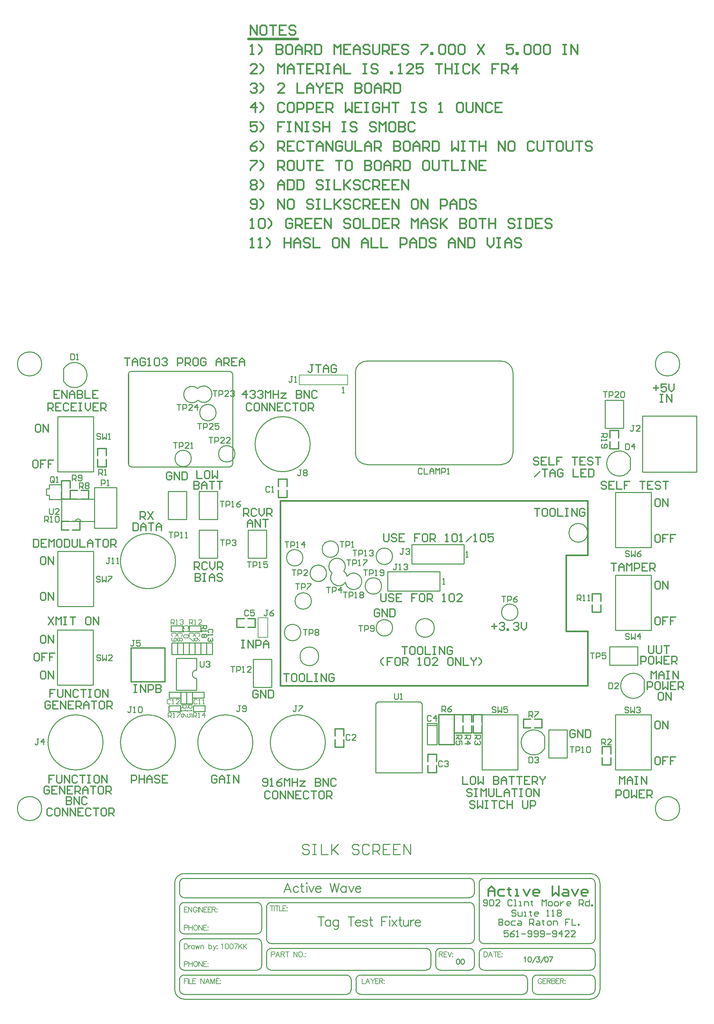
<source format=gto>
%FSLAX24Y24*%
%MOIN*%
G70*
G01*
G75*
G04 Layer_Color=16777215*
%ADD10R,0.2500X0.1500*%
%ADD11R,0.0500X0.0600*%
%ADD12R,0.1500X0.2500*%
%ADD13R,0.0600X0.0500*%
%ADD14R,0.0300X0.0300*%
%ADD15R,0.0300X0.0300*%
%ADD16O,0.0157X0.0472*%
%ADD17O,0.0800X0.0240*%
%ADD18R,0.0360X0.0360*%
%ADD19R,0.0500X0.0360*%
%ADD20R,0.1102X0.0965*%
%ADD21R,0.0550X0.0400*%
%ADD22R,0.1250X0.0750*%
%ADD23R,0.0820X0.1500*%
%ADD24R,0.4500X0.3500*%
%ADD25C,0.0080*%
%ADD26C,0.0200*%
%ADD27C,0.0250*%
%ADD28C,0.0500*%
%ADD29C,0.0350*%
%ADD30C,0.0100*%
%ADD31C,0.0400*%
%ADD32C,0.0300*%
%ADD33C,0.0780*%
%ADD34C,0.0150*%
%ADD35C,0.1080*%
%ADD36C,0.0090*%
%ADD37C,0.0050*%
%ADD38C,0.1100*%
%ADD39C,0.1000*%
%ADD40C,0.1600*%
%ADD41O,0.0830X0.1100*%
%ADD42C,0.1500*%
%ADD43C,0.0620*%
%ADD44R,0.2500X0.1500*%
%ADD45C,0.1800*%
%ADD46R,0.0620X0.0620*%
%ADD47C,0.0600*%
%ADD48R,0.0620X0.0620*%
%ADD49C,0.0669*%
%ADD50C,0.0630*%
%ADD51C,0.3250*%
%ADD52C,0.1000*%
%ADD53C,0.0120*%
D25*
X-2800Y6557D02*
X-1800D01*
Y4510D02*
Y6557D01*
X-2800Y4510D02*
X-1800D01*
X-2800D02*
Y6557D01*
X1450Y30650D02*
X6450D01*
Y31650D01*
X1450D02*
X6450D01*
X1450Y30650D02*
Y31650D01*
X-8933Y4617D02*
X-8850Y4700D01*
Y4867D01*
X-8933Y4950D01*
X-9267D01*
X-9350Y4867D01*
Y4700D01*
X-9267Y4617D01*
X-8850Y4117D02*
X-8933Y4284D01*
X-9100Y4450D01*
X-9267D01*
X-9350Y4367D01*
Y4200D01*
X-9267Y4117D01*
X-9183D01*
X-9100Y4200D01*
Y4450D01*
X-9533Y4617D02*
X-9450Y4700D01*
Y4867D01*
X-9533Y4950D01*
X-9867D01*
X-9950Y4867D01*
Y4700D01*
X-9867Y4617D01*
X-9450Y4450D02*
Y4117D01*
X-9533D01*
X-9867Y4450D01*
X-9950D01*
X-10733Y4617D02*
X-10650Y4700D01*
Y4867D01*
X-10733Y4950D01*
X-11067D01*
X-11150Y4867D01*
Y4700D01*
X-11067Y4617D01*
X-10733Y4450D02*
X-10650Y4367D01*
Y4200D01*
X-10733Y4117D01*
X-10817D01*
X-10900Y4200D01*
X-10983Y4117D01*
X-11067D01*
X-11150Y4200D01*
Y4367D01*
X-11067Y4450D01*
X-10983D01*
X-10900Y4367D01*
X-10817Y4450D01*
X-10733D01*
X-10900Y4367D02*
Y4200D01*
X-11333Y4617D02*
X-11250Y4700D01*
Y4867D01*
X-11333Y4950D01*
X-11667D01*
X-11750Y4867D01*
Y4700D01*
X-11667Y4617D01*
Y4450D02*
X-11750Y4367D01*
Y4200D01*
X-11667Y4117D01*
X-11333D01*
X-11250Y4200D01*
Y4367D01*
X-11333Y4450D01*
X-11417D01*
X-11500Y4367D01*
Y4117D01*
X-10083Y5367D02*
X-10000Y5450D01*
Y5617D01*
X-10083Y5700D01*
X-10417D01*
X-10500Y5617D01*
Y5450D01*
X-10417Y5367D01*
X-10500Y5200D02*
Y5034D01*
Y5117D01*
X-10000D01*
X-10083Y5200D01*
Y4784D02*
X-10000Y4700D01*
Y4534D01*
X-10083Y4450D01*
X-10417D01*
X-10500Y4534D01*
Y4700D01*
X-10417Y4784D01*
X-10083D01*
X-9117Y-1983D02*
X-9200Y-1900D01*
X-9367D01*
X-9450Y-1983D01*
Y-2317D01*
X-9367Y-2400D01*
X-9200D01*
X-9117Y-2317D01*
X-8950Y-2400D02*
X-8784D01*
X-8867D01*
Y-1900D01*
X-8950Y-1983D01*
X-8534Y-2400D02*
X-8367D01*
X-8450D01*
Y-1900D01*
X-8534Y-1983D01*
X-11867D02*
X-11950Y-1900D01*
X-12117D01*
X-12200Y-1983D01*
Y-2317D01*
X-12117Y-2400D01*
X-11950D01*
X-11867Y-2317D01*
X-11700Y-2400D02*
X-11534D01*
X-11617D01*
Y-1900D01*
X-11700Y-1983D01*
X-10950Y-2400D02*
X-11284D01*
X-10950Y-2067D01*
Y-1983D01*
X-11034Y-1900D01*
X-11200D01*
X-11284Y-1983D01*
X-9900Y5850D02*
Y6350D01*
X-9650D01*
X-9567Y6267D01*
Y6100D01*
X-9650Y6017D01*
X-9900D01*
X-9733D02*
X-9567Y5850D01*
X-9400D02*
X-9234D01*
X-9317D01*
Y6350D01*
X-9400Y6267D01*
X-8650Y5850D02*
X-8984D01*
X-8650Y6183D01*
Y6267D01*
X-8734Y6350D01*
X-8900D01*
X-8984Y6267D01*
X-11800Y5850D02*
Y6350D01*
X-11550D01*
X-11467Y6267D01*
Y6100D01*
X-11550Y6017D01*
X-11800D01*
X-11633D02*
X-11467Y5850D01*
X-11300D02*
X-11134D01*
X-11217D01*
Y6350D01*
X-11300Y6267D01*
X-10884D02*
X-10800Y6350D01*
X-10634D01*
X-10550Y6267D01*
Y6183D01*
X-10634Y6100D01*
X-10717D01*
X-10634D01*
X-10550Y6017D01*
Y5933D01*
X-10634Y5850D01*
X-10800D01*
X-10884Y5933D01*
X-9500Y-3800D02*
Y-3300D01*
X-9250D01*
X-9167Y-3383D01*
Y-3550D01*
X-9250Y-3633D01*
X-9500D01*
X-9333D02*
X-9167Y-3800D01*
X-9000D02*
X-8834D01*
X-8917D01*
Y-3300D01*
X-9000Y-3383D01*
X-8334Y-3800D02*
Y-3300D01*
X-8584Y-3550D01*
X-8250D01*
X-10150Y-2500D02*
X-9650D01*
Y-2750D01*
X-9733Y-2833D01*
X-9900D01*
X-9983Y-2750D01*
Y-2500D01*
Y-2667D02*
X-10150Y-2833D01*
Y-3000D02*
Y-3166D01*
Y-3083D01*
X-9650D01*
X-9733Y-3000D01*
X-9650Y-3750D02*
Y-3416D01*
X-9900D01*
X-9817Y-3583D01*
Y-3666D01*
X-9900Y-3750D01*
X-10067D01*
X-10150Y-3666D01*
Y-3500D01*
X-10067Y-3416D01*
X-10750Y-2500D02*
X-10250D01*
Y-2750D01*
X-10333Y-2833D01*
X-10500D01*
X-10583Y-2750D01*
Y-2500D01*
Y-2667D02*
X-10750Y-2833D01*
Y-3000D02*
Y-3166D01*
Y-3083D01*
X-10250D01*
X-10333Y-3000D01*
X-10250Y-3750D02*
X-10333Y-3583D01*
X-10500Y-3416D01*
X-10667D01*
X-10750Y-3500D01*
Y-3666D01*
X-10667Y-3750D01*
X-10583D01*
X-10500Y-3666D01*
Y-3416D01*
X-12100Y-3800D02*
Y-3300D01*
X-11850D01*
X-11767Y-3383D01*
Y-3550D01*
X-11850Y-3633D01*
X-12100D01*
X-11933D02*
X-11767Y-3800D01*
X-11600D02*
X-11434D01*
X-11517D01*
Y-3300D01*
X-11600Y-3383D01*
X-11184Y-3300D02*
X-10850D01*
Y-3383D01*
X-11184Y-3717D01*
Y-3800D01*
X-6611Y-27291D02*
X-6560Y-27265D01*
X-6484Y-27189D01*
Y-27722D01*
X-6068Y-27189D02*
X-6144Y-27215D01*
X-6195Y-27291D01*
X-6220Y-27418D01*
Y-27494D01*
X-6195Y-27621D01*
X-6144Y-27697D01*
X-6068Y-27722D01*
X-6017D01*
X-5941Y-27697D01*
X-5890Y-27621D01*
X-5865Y-27494D01*
Y-27418D01*
X-5890Y-27291D01*
X-5941Y-27215D01*
X-6017Y-27189D01*
X-6068D01*
X-5593D02*
X-5669Y-27215D01*
X-5720Y-27291D01*
X-5745Y-27418D01*
Y-27494D01*
X-5720Y-27621D01*
X-5669Y-27697D01*
X-5593Y-27722D01*
X-5542D01*
X-5466Y-27697D01*
X-5415Y-27621D01*
X-5390Y-27494D01*
Y-27418D01*
X-5415Y-27291D01*
X-5466Y-27215D01*
X-5542Y-27189D01*
X-5593D01*
X-4915D02*
X-5169Y-27722D01*
X-5270Y-27189D02*
X-4915D01*
X-4796D02*
Y-27722D01*
X-4440Y-27189D02*
X-4796Y-27545D01*
X-4669Y-27418D02*
X-4440Y-27722D01*
X-4321Y-27189D02*
Y-27722D01*
X-3965Y-27189D02*
X-4321Y-27545D01*
X-4194Y-27418D02*
X-3965Y-27722D01*
D27*
X-3794Y66405D02*
X1306D01*
D30*
X-9026Y29054D02*
G03*
X-9065Y30246I586J616D01*
G01*
X-9086Y30266D02*
G03*
X-9039Y29039I-564J-636D01*
G01*
X-5740Y22150D02*
G03*
X-5440Y22450I0J300D01*
G01*
Y31740D02*
G03*
X-5740Y32040I-300J0D01*
G01*
X-15920D02*
G03*
X-16220Y31740I0J-300D01*
G01*
Y22450D02*
G03*
X-15920Y22150I300J0D01*
G01*
X-5747Y22150D02*
G03*
X-5447Y22450I0J300D01*
G01*
Y31740D02*
G03*
X-5747Y32040I-300J0D01*
G01*
X-15927D02*
G03*
X-16227Y31740I0J-300D01*
G01*
Y22450D02*
G03*
X-15927Y22150I300J0D01*
G01*
X-9710Y23020D02*
G03*
X-9710Y23020I-850J0D01*
G01*
X-7150Y27760D02*
G03*
X-7150Y27760I-850J0D01*
G01*
X-5200Y23500D02*
G03*
X-5200Y23500I-850J0D01*
G01*
X15430Y5490D02*
G03*
X15430Y5490I-970J0D01*
G01*
X-11350Y12400D02*
G03*
X-11350Y12400I-2850J0D01*
G01*
X40800Y32800D02*
G03*
X40800Y32800I-1250J0D01*
G01*
X-25200D02*
G03*
X-25200Y32800I-1250J0D01*
G01*
Y-13200D02*
G03*
X-25200Y-13200I-1250J0D01*
G01*
X40800D02*
G03*
X40800Y-13200I-1250J0D01*
G01*
X4151Y11574D02*
G03*
X4071Y10593I-731J-434D01*
G01*
X1830Y12750D02*
G03*
X1830Y12750I-850J0D01*
G01*
X-22926Y31000D02*
G03*
X-22926Y32300I1126J650D01*
G01*
X5520Y13640D02*
G03*
X5520Y13640I-850J0D01*
G01*
X37126Y150D02*
G03*
X37126Y-1150I-1126J-650D01*
G01*
X4270Y11140D02*
G03*
X4270Y11140I-850J0D01*
G01*
X-18850Y-6350D02*
G03*
X-18850Y-6350I-2850J0D01*
G01*
X24075Y7111D02*
G03*
X24075Y7111I-850J0D01*
G01*
X2710Y8280D02*
G03*
X2710Y8280I-850J0D01*
G01*
X1610Y5010D02*
G03*
X1610Y5010I-850J0D01*
G01*
X11110Y5500D02*
G03*
X11110Y5500I-850J0D01*
G01*
X4150Y-6350D02*
G03*
X4150Y-6350I-2850J0D01*
G01*
X2580Y24500D02*
G03*
X2580Y24500I-2850J0D01*
G01*
X11100Y12900D02*
G03*
X11100Y12900I-850J0D01*
G01*
X26826Y-5700D02*
G03*
X26826Y-7000I-1126J-650D01*
G01*
X31290Y15330D02*
G03*
X31290Y15330I-970J0D01*
G01*
X3464Y2548D02*
G03*
X3464Y2548I-970J0D01*
G01*
X4151Y11574D02*
G03*
X4148Y10701I-731J-434D01*
G01*
X6072Y11386D02*
G03*
X4835Y11181I-712J464D01*
G01*
X6228Y10197D02*
G03*
X6403Y10837I842J113D01*
G01*
X6389Y10835D02*
G03*
X6068Y11374I-839J-135D01*
G01*
X4845Y11175D02*
G03*
X6232Y10193I705J-475D01*
G01*
X-3350Y-6350D02*
G03*
X-3350Y-6350I-2850J0D01*
G01*
X35676Y23150D02*
G03*
X35676Y21850I-1126J-650D01*
G01*
X9970Y9830D02*
G03*
X9970Y9830I-850J0D01*
G01*
X-9174Y1123D02*
G03*
X-9174Y257I0J-433D01*
G01*
X-11350Y-6350D02*
G03*
X-11350Y-6350I-2850J0D01*
G01*
X-21155Y16500D02*
G03*
X-21695Y16500I-270J0D01*
G01*
X22346Y22396D02*
G03*
X23550Y23600I0J1204D01*
G01*
X23554Y31896D02*
G03*
X22350Y33100I-1204J0D01*
G01*
X8454Y33104D02*
G03*
X7250Y31900I0J-1204D01*
G01*
X7246Y23604D02*
G03*
X8450Y22400I1204J0D01*
G01*
X-16220Y22450D02*
Y31740D01*
X-15920Y32040D02*
X-5740D01*
X-5440Y22450D02*
Y31740D01*
X-15920Y22150D02*
X-5740D01*
X-16227Y22450D02*
Y31740D01*
X-15927Y32040D02*
X-5747D01*
X-5447Y22450D02*
Y31740D01*
X-15927Y22150D02*
X-5747D01*
X33550Y2600D02*
Y3550D01*
X36450D01*
Y1650D02*
Y3550D01*
X33550Y1650D02*
X36450D01*
X33550D02*
Y2600D01*
X15255Y9300D02*
X16005D01*
Y11300D01*
X10604D02*
X16005D01*
X10604Y9300D02*
Y11300D01*
Y9300D02*
X15255D01*
X-19850Y7700D02*
Y13400D01*
X-23550Y7700D02*
Y13400D01*
X-21700D02*
X-19850D01*
X-23550D02*
X-21700D01*
Y7700D02*
X-19850D01*
X-23550D02*
X-21700D01*
X34150Y5250D02*
X36000D01*
X37850D01*
X34150Y10950D02*
X36000D01*
X37850D01*
X34150Y5250D02*
Y10950D01*
X37850Y5250D02*
Y10950D01*
Y-9200D02*
Y-3500D01*
X34150Y-9200D02*
Y-3500D01*
X36000D02*
X37850D01*
X34150D02*
X36000D01*
Y-9200D02*
X37850D01*
X34150D02*
X36000D01*
X-23550Y21650D02*
X-21700D01*
X-19850D01*
X-23550Y27350D02*
X-21700D01*
X-19850D01*
X-23550Y21650D02*
Y27350D01*
X-19850Y21650D02*
Y27350D01*
X24050Y-9200D02*
Y-3500D01*
X20350Y-9200D02*
Y-3500D01*
X22200D02*
X24050D01*
X20350D02*
X22200D01*
Y-9200D02*
X24050D01*
X20350D02*
X22200D01*
X27250Y-5050D02*
X28200D01*
X27250Y-7950D02*
Y-5050D01*
Y-7950D02*
X29150D01*
Y-5050D01*
X28200D02*
X29150D01*
X-12110Y19600D02*
X-11160D01*
X-12110Y16700D02*
Y19600D01*
Y16700D02*
X-10210D01*
Y19600D01*
X-11160D02*
X-10210D01*
X-3300Y2250D02*
X-2350D01*
X-3300Y-650D02*
Y2250D01*
Y-650D02*
X-1400D01*
Y2250D01*
X-2350D02*
X-1400D01*
X-7950Y19600D02*
X-7000D01*
Y16700D02*
Y19600D01*
X-8900Y16700D02*
X-7000D01*
X-8900D02*
Y19600D01*
X-7950D01*
X-2900Y15600D02*
X-1950D01*
Y12700D02*
Y15600D01*
X-3850Y12700D02*
X-1950D01*
X-3850D02*
Y15600D01*
X-2900D01*
X15400Y18650D02*
X31300D01*
X-22926Y31000D02*
Y32300D01*
X37126Y-1150D02*
Y150D01*
X-7950Y15600D02*
X-7000D01*
Y12700D02*
Y15600D01*
X-8900Y12700D02*
X-7000D01*
X-8900D02*
Y15600D01*
X-7950D01*
X26826Y-7000D02*
Y-5700D01*
X-9950Y3950D02*
X-9650D01*
X-9950Y2750D02*
Y3950D01*
Y2750D02*
X-9350D01*
Y3950D01*
X-9650D02*
X-9350D01*
X-10850D02*
X-10550D01*
Y2750D02*
Y3950D01*
X-11150Y2750D02*
X-10550D01*
X-11150D02*
Y3950D01*
X-10850D01*
X-11450D02*
X-11150D01*
Y2750D02*
Y3950D01*
X-11750Y2750D02*
X-11150D01*
X-11750D02*
Y3950D01*
X-11450D01*
X-9600Y-1450D02*
Y-1150D01*
X-8400D01*
Y-1750D02*
Y-1150D01*
X-9600Y-1750D02*
X-8400D01*
X-9600D02*
Y-1450D01*
X-10800Y-1750D02*
Y-1450D01*
X-12000Y-1750D02*
X-10800D01*
X-12000D02*
Y-1150D01*
X-10800D01*
Y-1450D02*
Y-1150D01*
X-11800Y5100D02*
Y5400D01*
Y5100D02*
X-10600D01*
Y5700D01*
X-11800D02*
X-10600D01*
X-11800Y5400D02*
Y5700D01*
X-8300Y-3150D02*
Y-2850D01*
X-9500Y-3150D02*
X-8300D01*
X-9500D02*
Y-2550D01*
X-8300D01*
Y-2850D02*
Y-2550D01*
X-9900Y-2350D02*
X-9600D01*
Y-1150D01*
X-10200D02*
X-9600D01*
X-10200Y-2350D02*
Y-1150D01*
Y-2350D02*
X-9900D01*
X-10500D02*
X-10200D01*
Y-1150D01*
X-10800D02*
X-10200D01*
X-10800Y-2350D02*
Y-1150D01*
Y-2350D02*
X-10500D01*
X-12050Y-3150D02*
Y-2850D01*
Y-3150D02*
X-10850D01*
Y-2550D01*
X-12050D02*
X-10850D01*
X-12050Y-2850D02*
Y-2550D01*
X-9950Y5100D02*
Y5400D01*
Y5100D02*
X-8750D01*
Y5700D01*
X-9950D02*
X-8750D01*
X-9950Y5400D02*
Y5700D01*
X-9050Y3950D02*
X-8750D01*
Y2750D02*
Y3950D01*
X-9350Y2750D02*
X-8750D01*
X-9350D02*
Y3950D01*
X-9050D01*
X-10550Y2750D02*
X-10250D01*
X-10550D02*
Y3950D01*
X-9950D01*
Y2750D02*
Y3950D01*
X-10250Y2750D02*
X-9950D01*
X35676Y21850D02*
Y23150D01*
X34050Y29050D02*
X35000D01*
Y26150D02*
Y29050D01*
X33100Y26150D02*
X35000D01*
X33100D02*
Y29050D01*
X34050D01*
X-8450Y2750D02*
X-8150D01*
Y3950D01*
X-8750D02*
X-8150D01*
X-8750Y2750D02*
Y3950D01*
Y2750D02*
X-8450D01*
X-11281Y-963D02*
Y2344D01*
X-9174D01*
X-11281Y-963D02*
X-9174D01*
Y257D01*
Y1123D02*
Y2344D01*
X-8150Y3950D02*
X-7850D01*
X-8150Y2750D02*
Y3950D01*
Y2750D02*
X-7550D01*
Y3950D01*
X-7850D02*
X-7550D01*
X37850Y13800D02*
Y19500D01*
X34150Y13800D02*
Y19500D01*
X36000D02*
X37850D01*
X34150D02*
X36000D01*
Y13800D02*
X37850D01*
X34150D02*
X36000D01*
X-23150Y16500D02*
Y18800D01*
X-19750D01*
Y16500D02*
Y18800D01*
X-23150Y16500D02*
X-21695D01*
X-21155D02*
X-19750D01*
X-24700Y19405D02*
Y19875D01*
X-24400D01*
Y20325D01*
X-23150D01*
Y18775D02*
Y20325D01*
X-24400Y18775D02*
X-23150D01*
X-24400D02*
Y19225D01*
X-24700D02*
X-24400D01*
X-24700D02*
Y19405D01*
X-19200Y15800D02*
X-17450D01*
Y20000D01*
X-19200D02*
X-17450D01*
X-19750Y15800D02*
X-19200D01*
X-19750D02*
Y17900D01*
Y20000D02*
X-19200D01*
X-19750Y17900D02*
Y20000D01*
X-23570Y-430D02*
X-21720D01*
X-19870D01*
X-23570Y5270D02*
X-21720D01*
X-19870D01*
X-23570Y-430D02*
Y5270D01*
X-19870Y-430D02*
Y5270D01*
X17750Y12100D02*
X18500D01*
Y14100D01*
X13099D02*
X18500D01*
X13099Y12100D02*
Y14100D01*
Y12100D02*
X17750D01*
X36949Y21600D02*
Y27400D01*
Y21600D02*
X42549D01*
Y27400D01*
X36949D02*
X42549D01*
X7246Y23604D02*
Y31900D01*
X8454Y33104D02*
X22350D01*
X23554Y23600D02*
Y31896D01*
X8450Y22396D02*
X22346D01*
X14700Y-4600D02*
Y-4400D01*
X15700D01*
Y-4600D02*
Y-4400D01*
Y-5950D02*
Y-4600D01*
X14700D02*
X15700D01*
X14700Y-6600D02*
Y-4600D01*
Y-6600D02*
X15700D01*
Y-5950D01*
X13900Y-9500D02*
X14150D01*
Y-6150D01*
X9350Y-9500D02*
X13900D01*
X9350D02*
Y-6150D01*
X13950Y-2150D02*
X14150Y-2350D01*
X9350D02*
X9550Y-2150D01*
X14150Y-6150D02*
Y-2350D01*
X9350Y-6150D02*
Y-2350D01*
X9550Y-2150D02*
X13950D01*
X-11590Y24670D02*
X-11190D01*
X-11390D01*
Y24070D01*
X-10990D02*
Y24670D01*
X-10690D01*
X-10590Y24570D01*
Y24370D01*
X-10690Y24270D01*
X-10990D01*
X-9991Y24070D02*
X-10390D01*
X-9991Y24470D01*
Y24570D01*
X-10090Y24670D01*
X-10290D01*
X-10390Y24570D01*
X-9791Y24070D02*
X-9591D01*
X-9691D01*
Y24670D01*
X-9791Y24570D01*
X-9070Y26650D02*
X-8670D01*
X-8870D01*
Y26050D01*
X-8470D02*
Y26650D01*
X-8170D01*
X-8070Y26550D01*
Y26350D01*
X-8170Y26250D01*
X-8470D01*
X-7471Y26050D02*
X-7870D01*
X-7471Y26450D01*
Y26550D01*
X-7570Y26650D01*
X-7770D01*
X-7870Y26550D01*
X-6871Y26650D02*
X-7271D01*
Y26350D01*
X-7071Y26450D01*
X-6971D01*
X-6871Y26350D01*
Y26150D01*
X-6971Y26050D01*
X-7171D01*
X-7271Y26150D01*
X-11220Y28600D02*
X-10820D01*
X-11020D01*
Y28000D01*
X-10620D02*
Y28600D01*
X-10320D01*
X-10220Y28500D01*
Y28300D01*
X-10320Y28200D01*
X-10620D01*
X-9621Y28000D02*
X-10020D01*
X-9621Y28400D01*
Y28500D01*
X-9720Y28600D01*
X-9920D01*
X-10020Y28500D01*
X-9121Y28000D02*
Y28600D01*
X-9421Y28300D01*
X-9021D01*
X-7470Y30050D02*
X-7070D01*
X-7270D01*
Y29450D01*
X-6870D02*
Y30050D01*
X-6570D01*
X-6470Y29950D01*
Y29750D01*
X-6570Y29650D01*
X-6870D01*
X-5871Y29450D02*
X-6270D01*
X-5871Y29850D01*
Y29950D01*
X-5970Y30050D01*
X-6170D01*
X-6270Y29950D01*
X-5671D02*
X-5571Y30050D01*
X-5371D01*
X-5271Y29950D01*
Y29850D01*
X-5371Y29750D01*
X-5471D01*
X-5371D01*
X-5271Y29650D01*
Y29550D01*
X-5371Y29450D01*
X-5571D01*
X-5671Y29550D01*
X-7900Y25200D02*
X-7500D01*
X-7700D01*
Y24600D01*
X-7300D02*
Y25200D01*
X-7000D01*
X-6900Y25100D01*
Y24900D01*
X-7000Y24800D01*
X-7300D01*
X-6301Y24600D02*
X-6700D01*
X-6301Y25000D01*
Y25100D01*
X-6400Y25200D01*
X-6600D01*
X-6700Y25100D01*
X-5701Y24600D02*
X-6101D01*
X-5701Y25000D01*
Y25100D01*
X-5801Y25200D01*
X-6001D01*
X-6101Y25100D01*
X31550Y2900D02*
X31950D01*
X31750D01*
Y2300D01*
X32150D02*
Y2900D01*
X32450D01*
X32550Y2800D01*
Y2600D01*
X32450Y2500D01*
X32150D01*
X33149Y2900D02*
X32750D01*
Y2600D01*
X32950Y2700D01*
X33050D01*
X33149Y2600D01*
Y2400D01*
X33050Y2300D01*
X32850D01*
X32750Y2400D01*
X16305Y10000D02*
X16505D01*
X16405D01*
Y10600D01*
X16305Y10500D01*
X11550Y12100D02*
X11350D01*
X11450D01*
Y11600D01*
X11350Y11500D01*
X11250D01*
X11150Y11600D01*
X11750Y11500D02*
X11950D01*
X11850D01*
Y12100D01*
X11750Y12000D01*
X12250D02*
X12350Y12100D01*
X12550D01*
X12650Y12000D01*
Y11900D01*
X12550Y11800D01*
X12450D01*
X12550D01*
X12650Y11700D01*
Y11600D01*
X12550Y11500D01*
X12350D01*
X12250Y11600D01*
X-18150Y12750D02*
X-18350D01*
X-18250D01*
Y12250D01*
X-18350Y12150D01*
X-18450D01*
X-18550Y12250D01*
X-17950Y12150D02*
X-17750D01*
X-17850D01*
Y12750D01*
X-17950Y12650D01*
X-17450Y12150D02*
X-17250D01*
X-17350D01*
Y12750D01*
X-17450Y12650D01*
X-19150Y10750D02*
X-19250Y10850D01*
X-19450D01*
X-19550Y10750D01*
Y10650D01*
X-19450Y10550D01*
X-19250D01*
X-19150Y10450D01*
Y10350D01*
X-19250Y10250D01*
X-19450D01*
X-19550Y10350D01*
X-18950Y10850D02*
Y10250D01*
X-18750Y10450D01*
X-18550Y10250D01*
Y10850D01*
X-18350D02*
X-17951D01*
Y10750D01*
X-18350Y10350D01*
Y10250D01*
X11300Y-1300D02*
Y-1800D01*
X11400Y-1900D01*
X11600D01*
X11700Y-1800D01*
Y-1300D01*
X11900Y-1900D02*
X12100D01*
X12000D01*
Y-1300D01*
X11900Y-1400D01*
X21800Y-2750D02*
X21700Y-2650D01*
X21500D01*
X21400Y-2750D01*
Y-2850D01*
X21500Y-2950D01*
X21700D01*
X21800Y-3050D01*
Y-3150D01*
X21700Y-3250D01*
X21500D01*
X21400Y-3150D01*
X22000Y-2650D02*
Y-3250D01*
X22200Y-3050D01*
X22400Y-3250D01*
Y-2650D01*
X22999D02*
X22600D01*
Y-2950D01*
X22800Y-2850D01*
X22900D01*
X22999Y-2950D01*
Y-3150D01*
X22900Y-3250D01*
X22700D01*
X22600Y-3150D01*
X16200Y-3200D02*
Y-2600D01*
X16500D01*
X16600Y-2700D01*
Y-2900D01*
X16500Y-3000D01*
X16200D01*
X16400D02*
X16600Y-3200D01*
X17200Y-2600D02*
X17000Y-2700D01*
X16800Y-2900D01*
Y-3100D01*
X16900Y-3200D01*
X17100D01*
X17200Y-3100D01*
Y-3000D01*
X17100Y-2900D01*
X16800D01*
X17650Y-5600D02*
X18250D01*
Y-5900D01*
X18150Y-6000D01*
X17950D01*
X17850Y-5900D01*
Y-5600D01*
Y-5800D02*
X17650Y-6000D01*
X18250Y-6600D02*
Y-6200D01*
X17950D01*
X18050Y-6400D01*
Y-6500D01*
X17950Y-6600D01*
X17750D01*
X17650Y-6500D01*
Y-6300D01*
X17750Y-6200D01*
X18550Y-5600D02*
X19150D01*
Y-5900D01*
X19050Y-6000D01*
X18850D01*
X18750Y-5900D01*
Y-5600D01*
Y-5800D02*
X18550Y-6000D01*
Y-6500D02*
X19150D01*
X18850Y-6200D01*
Y-6600D01*
X19600Y-5600D02*
X20200D01*
Y-5900D01*
X20100Y-6000D01*
X19900D01*
X19800Y-5900D01*
Y-5600D01*
Y-5800D02*
X19600Y-6000D01*
X20100Y-6200D02*
X20200Y-6300D01*
Y-6500D01*
X20100Y-6600D01*
X20000D01*
X19900Y-6500D01*
Y-6400D01*
Y-6500D01*
X19800Y-6600D01*
X19700D01*
X19600Y-6500D01*
Y-6300D01*
X19700Y-6200D01*
X15100Y-3650D02*
X15000Y-3550D01*
X14800D01*
X14700Y-3650D01*
Y-4050D01*
X14800Y-4150D01*
X15000D01*
X15100Y-4050D01*
X15600Y-4150D02*
Y-3550D01*
X15300Y-3850D01*
X15700D01*
X16255Y-8345D02*
X16155Y-8245D01*
X15955D01*
X15855Y-8345D01*
Y-8745D01*
X15955Y-8845D01*
X16155D01*
X16255Y-8745D01*
X16455Y-8345D02*
X16555Y-8245D01*
X16755D01*
X16855Y-8345D01*
Y-8445D01*
X16755Y-8545D01*
X16655D01*
X16755D01*
X16855Y-8645D01*
Y-8745D01*
X16755Y-8845D01*
X16555D01*
X16455Y-8745D01*
X6350Y12550D02*
X6750D01*
X6550D01*
Y11950D01*
X6950D02*
Y12550D01*
X7250D01*
X7350Y12450D01*
Y12250D01*
X7250Y12150D01*
X6950D01*
X7550Y11950D02*
X7750D01*
X7650D01*
Y12550D01*
X7550Y12450D01*
X8049Y12550D02*
X8449D01*
Y12450D01*
X8049Y12050D01*
Y11950D01*
X-6750Y18600D02*
X-6350D01*
X-6550D01*
Y18000D01*
X-6150D02*
Y18600D01*
X-5850D01*
X-5750Y18500D01*
Y18300D01*
X-5850Y18200D01*
X-6150D01*
X-5550Y18000D02*
X-5350D01*
X-5450D01*
Y18600D01*
X-5550Y18500D01*
X-4651Y18600D02*
X-4851Y18500D01*
X-5051Y18300D01*
Y18100D01*
X-4951Y18000D01*
X-4751D01*
X-4651Y18100D01*
Y18200D01*
X-4751Y18300D01*
X-5051D01*
X-3950Y12350D02*
X-3550D01*
X-3750D01*
Y11750D01*
X-3350D02*
Y12350D01*
X-3050D01*
X-2950Y12250D01*
Y12050D01*
X-3050Y11950D01*
X-3350D01*
X-2750Y11750D02*
X-2550D01*
X-2650D01*
Y12350D01*
X-2750Y12250D01*
X-1851Y12350D02*
X-2251D01*
Y12050D01*
X-2051Y12150D01*
X-1951D01*
X-1851Y12050D01*
Y11850D01*
X-1951Y11750D01*
X-2151D01*
X-2251Y11850D01*
X-50Y14400D02*
X350D01*
X150D01*
Y13800D01*
X550D02*
Y14400D01*
X850D01*
X950Y14300D01*
Y14100D01*
X850Y14000D01*
X550D01*
X1150Y13800D02*
X1350D01*
X1250D01*
Y14400D01*
X1150Y14300D01*
X1949Y13800D02*
Y14400D01*
X1649Y14100D01*
X2049D01*
X14170Y21910D02*
X14070Y22010D01*
X13870D01*
X13770Y21910D01*
Y21510D01*
X13870Y21410D01*
X14070D01*
X14170Y21510D01*
X14370Y22010D02*
Y21410D01*
X14770D01*
X14970D02*
Y21810D01*
X15170Y22010D01*
X15369Y21810D01*
Y21410D01*
Y21710D01*
X14970D01*
X15569Y21410D02*
Y22010D01*
X15769Y21810D01*
X15969Y22010D01*
Y21410D01*
X16169D02*
Y22010D01*
X16469D01*
X16569Y21910D01*
Y21710D01*
X16469Y21610D01*
X16169D01*
X16769Y21410D02*
X16969D01*
X16869D01*
Y22010D01*
X16769Y21910D01*
X-22200Y33850D02*
Y33250D01*
X-21900D01*
X-21800Y33350D01*
Y33750D01*
X-21900Y33850D01*
X-22200D01*
X-21600Y33250D02*
X-21400D01*
X-21500D01*
Y33850D01*
X-21600Y33750D01*
X33450Y-200D02*
Y-800D01*
X33750D01*
X33850Y-700D01*
Y-300D01*
X33750Y-200D01*
X33450D01*
X34450Y-800D02*
X34050D01*
X34450Y-400D01*
Y-300D01*
X34350Y-200D01*
X34150D01*
X34050Y-300D01*
X750Y31510D02*
X550D01*
X650D01*
Y31010D01*
X550Y30910D01*
X450D01*
X350Y31010D01*
X950Y30910D02*
X1150D01*
X1050D01*
Y31510D01*
X950Y31410D01*
X36100Y26450D02*
X35900D01*
X36000D01*
Y25950D01*
X35900Y25850D01*
X35800D01*
X35700Y25950D01*
X36700Y25850D02*
X36300D01*
X36700Y26250D01*
Y26350D01*
X36600Y26450D01*
X36400D01*
X36300Y26350D01*
X12250Y13700D02*
X12050D01*
X12150D01*
Y13200D01*
X12050Y13100D01*
X11950D01*
X11850Y13200D01*
X12450Y13600D02*
X12550Y13700D01*
X12750D01*
X12850Y13600D01*
Y13500D01*
X12750Y13400D01*
X12650D01*
X12750D01*
X12850Y13300D01*
Y13200D01*
X12750Y13100D01*
X12550D01*
X12450Y13200D01*
X-25500Y-6000D02*
X-25700D01*
X-25600D01*
Y-6500D01*
X-25700Y-6600D01*
X-25800D01*
X-25900Y-6500D01*
X-25000Y-6600D02*
Y-6000D01*
X-25300Y-6300D01*
X-24900D01*
X-15600Y4200D02*
X-15800D01*
X-15700D01*
Y3700D01*
X-15800Y3600D01*
X-15900D01*
X-16000Y3700D01*
X-15000Y4200D02*
X-15400D01*
Y3900D01*
X-15200Y4000D01*
X-15100D01*
X-15000Y3900D01*
Y3700D01*
X-15100Y3600D01*
X-15300D01*
X-15400Y3700D01*
X-1800Y7350D02*
X-2000D01*
X-1900D01*
Y6850D01*
X-2000Y6750D01*
X-2100D01*
X-2200Y6850D01*
X-1200Y7350D02*
X-1400Y7250D01*
X-1600Y7050D01*
Y6850D01*
X-1500Y6750D01*
X-1300D01*
X-1200Y6850D01*
Y6950D01*
X-1300Y7050D01*
X-1600D01*
X1200Y-2550D02*
X1000D01*
X1100D01*
Y-3050D01*
X1000Y-3150D01*
X900D01*
X800Y-3050D01*
X1400Y-2550D02*
X1800D01*
Y-2650D01*
X1400Y-3050D01*
Y-3150D01*
X1650Y21850D02*
X1450D01*
X1550D01*
Y21350D01*
X1450Y21250D01*
X1350D01*
X1250Y21350D01*
X1850Y21750D02*
X1950Y21850D01*
X2150D01*
X2250Y21750D01*
Y21650D01*
X2150Y21550D01*
X2250Y21450D01*
Y21350D01*
X2150Y21250D01*
X1950D01*
X1850Y21350D01*
Y21450D01*
X1950Y21550D01*
X1850Y21650D01*
Y21750D01*
X1950Y21550D02*
X2150D01*
X-19300Y21300D02*
Y21900D01*
X-19000D01*
X-18900Y21800D01*
Y21600D01*
X-19000Y21500D01*
X-19300D01*
X-19100D02*
X-18900Y21300D01*
X-18700D02*
X-18500D01*
X-18600D01*
Y21900D01*
X-18700Y21800D01*
X32740Y-6580D02*
Y-5980D01*
X33040D01*
X33140Y-6080D01*
Y-6280D01*
X33040Y-6380D01*
X32740D01*
X32940D02*
X33140Y-6580D01*
X33740D02*
X33340D01*
X33740Y-6180D01*
Y-6080D01*
X33640Y-5980D01*
X33440D01*
X33340Y-6080D01*
X-19100Y25500D02*
X-19200Y25600D01*
X-19400D01*
X-19500Y25500D01*
Y25400D01*
X-19400Y25300D01*
X-19200D01*
X-19100Y25200D01*
Y25100D01*
X-19200Y25000D01*
X-19400D01*
X-19500Y25100D01*
X-18900Y25600D02*
Y25000D01*
X-18700Y25200D01*
X-18500Y25000D01*
Y25600D01*
X-18300Y25000D02*
X-18100D01*
X-18200D01*
Y25600D01*
X-18300Y25500D01*
X-19120Y2620D02*
X-19220Y2720D01*
X-19420D01*
X-19520Y2620D01*
Y2520D01*
X-19420Y2420D01*
X-19220D01*
X-19120Y2320D01*
Y2220D01*
X-19220Y2120D01*
X-19420D01*
X-19520Y2220D01*
X-18920Y2720D02*
Y2120D01*
X-18720Y2320D01*
X-18520Y2120D01*
Y2720D01*
X-17921Y2120D02*
X-18320D01*
X-17921Y2520D01*
Y2620D01*
X-18020Y2720D01*
X-18220D01*
X-18320Y2620D01*
X35540Y-2790D02*
X35440Y-2690D01*
X35240D01*
X35140Y-2790D01*
Y-2890D01*
X35240Y-2990D01*
X35440D01*
X35540Y-3090D01*
Y-3190D01*
X35440Y-3290D01*
X35240D01*
X35140Y-3190D01*
X35740Y-2690D02*
Y-3290D01*
X35940Y-3090D01*
X36140Y-3290D01*
Y-2690D01*
X36340Y-2790D02*
X36440Y-2690D01*
X36640D01*
X36739Y-2790D01*
Y-2890D01*
X36640Y-2990D01*
X36540D01*
X36640D01*
X36739Y-3090D01*
Y-3190D01*
X36640Y-3290D01*
X36440D01*
X36340Y-3190D01*
X5650Y14450D02*
X6050D01*
X5850D01*
Y13850D01*
X6250D02*
Y14450D01*
X6550D01*
X6650Y14350D01*
Y14150D01*
X6550Y14050D01*
X6250D01*
X6850Y13850D02*
X7050D01*
X6950D01*
Y14450D01*
X6850Y14350D01*
X700Y11500D02*
X1100D01*
X900D01*
Y10900D01*
X1300D02*
Y11500D01*
X1600D01*
X1700Y11400D01*
Y11200D01*
X1600Y11100D01*
X1300D01*
X2299Y10900D02*
X1900D01*
X2299Y11300D01*
Y11400D01*
X2200Y11500D01*
X2000D01*
X1900Y11400D01*
X-6700Y14600D02*
X-6300D01*
X-6500D01*
Y14000D01*
X-6100D02*
Y14600D01*
X-5800D01*
X-5700Y14500D01*
Y14300D01*
X-5800Y14200D01*
X-6100D01*
X-5500Y14500D02*
X-5400Y14600D01*
X-5200D01*
X-5101Y14500D01*
Y14400D01*
X-5200Y14300D01*
X-5300D01*
X-5200D01*
X-5101Y14200D01*
Y14100D01*
X-5200Y14000D01*
X-5400D01*
X-5500Y14100D01*
X4250Y9700D02*
X4650D01*
X4450D01*
Y9100D01*
X4850D02*
Y9700D01*
X5150D01*
X5250Y9600D01*
Y9400D01*
X5150Y9300D01*
X4850D01*
X5750Y9100D02*
Y9700D01*
X5450Y9400D01*
X5849D01*
X22380Y8780D02*
X22780D01*
X22580D01*
Y8180D01*
X22980D02*
Y8780D01*
X23280D01*
X23380Y8680D01*
Y8480D01*
X23280Y8380D01*
X22980D01*
X23979Y8780D02*
X23780Y8680D01*
X23580Y8480D01*
Y8280D01*
X23680Y8180D01*
X23880D01*
X23979Y8280D01*
Y8380D01*
X23880Y8480D01*
X23580D01*
X1065Y10085D02*
X1465D01*
X1265D01*
Y9485D01*
X1665D02*
Y10085D01*
X1965D01*
X2065Y9985D01*
Y9785D01*
X1965Y9685D01*
X1665D01*
X2265Y10085D02*
X2664D01*
Y9985D01*
X2265Y9585D01*
Y9485D01*
X1850Y5350D02*
X2250D01*
X2050D01*
Y4750D01*
X2450D02*
Y5350D01*
X2750D01*
X2850Y5250D01*
Y5050D01*
X2750Y4950D01*
X2450D01*
X3050Y5250D02*
X3150Y5350D01*
X3350D01*
X3449Y5250D01*
Y5150D01*
X3350Y5050D01*
X3449Y4950D01*
Y4850D01*
X3350Y4750D01*
X3150D01*
X3050Y4850D01*
Y4950D01*
X3150Y5050D01*
X3050Y5150D01*
Y5250D01*
X3150Y5050D02*
X3350D01*
X7600Y5750D02*
X8000D01*
X7800D01*
Y5150D01*
X8200D02*
Y5750D01*
X8500D01*
X8600Y5650D01*
Y5450D01*
X8500Y5350D01*
X8200D01*
X8800Y5250D02*
X8900Y5150D01*
X9100D01*
X9199Y5250D01*
Y5650D01*
X9100Y5750D01*
X8900D01*
X8800Y5650D01*
Y5550D01*
X8900Y5450D01*
X9199D01*
X6690Y-5610D02*
X6590Y-5510D01*
X6390D01*
X6290Y-5610D01*
Y-6010D01*
X6390Y-6110D01*
X6590D01*
X6690Y-6010D01*
X7290Y-6110D02*
X6890D01*
X7290Y-5710D01*
Y-5610D01*
X7190Y-5510D01*
X6990D01*
X6890Y-5610D01*
X-1610Y20060D02*
X-1710Y20160D01*
X-1910D01*
X-2010Y20060D01*
Y19660D01*
X-1910Y19560D01*
X-1710D01*
X-1610Y19660D01*
X-1410Y19560D02*
X-1210D01*
X-1310D01*
Y20160D01*
X-1410Y20060D01*
X29450Y-6800D02*
X29850D01*
X29650D01*
Y-7400D01*
X30050D02*
Y-6800D01*
X30350D01*
X30450Y-6900D01*
Y-7100D01*
X30350Y-7200D01*
X30050D01*
X30650Y-7400D02*
X30850D01*
X30750D01*
Y-6800D01*
X30650Y-6900D01*
X31149D02*
X31249Y-6800D01*
X31449D01*
X31549Y-6900D01*
Y-7300D01*
X31449Y-7400D01*
X31249D01*
X31149Y-7300D01*
Y-6900D01*
X-12030Y15400D02*
X-11630D01*
X-11830D01*
Y14800D01*
X-11430D02*
Y15400D01*
X-11130D01*
X-11030Y15300D01*
Y15100D01*
X-11130Y15000D01*
X-11430D01*
X-10830Y14800D02*
X-10630D01*
X-10730D01*
Y15400D01*
X-10830Y15300D01*
X-10331Y14800D02*
X-10131D01*
X-10231D01*
Y15400D01*
X-10331Y15300D01*
X-5650Y1500D02*
X-5250D01*
X-5450D01*
Y900D01*
X-5050D02*
Y1500D01*
X-4750D01*
X-4650Y1400D01*
Y1200D01*
X-4750Y1100D01*
X-5050D01*
X-4450Y900D02*
X-4250D01*
X-4350D01*
Y1500D01*
X-4450Y1400D01*
X-3551Y900D02*
X-3951D01*
X-3551Y1300D01*
Y1400D01*
X-3651Y1500D01*
X-3851D01*
X-3951Y1400D01*
X35580Y4820D02*
X35480Y4920D01*
X35280D01*
X35180Y4820D01*
Y4720D01*
X35280Y4620D01*
X35480D01*
X35580Y4520D01*
Y4420D01*
X35480Y4320D01*
X35280D01*
X35180Y4420D01*
X35780Y4920D02*
Y4320D01*
X35980Y4520D01*
X36180Y4320D01*
Y4920D01*
X36680Y4320D02*
Y4920D01*
X36380Y4620D01*
X36779D01*
X7000Y13550D02*
X7400D01*
X7200D01*
Y12950D01*
X7600D02*
Y13550D01*
X7900D01*
X8000Y13450D01*
Y13250D01*
X7900Y13150D01*
X7600D01*
X8200Y12950D02*
X8400D01*
X8300D01*
Y13550D01*
X8200Y13450D01*
X8699D02*
X8799Y13550D01*
X8999D01*
X9099Y13450D01*
Y13350D01*
X8999Y13250D01*
X8899D01*
X8999D01*
X9099Y13150D01*
Y13050D01*
X8999Y12950D01*
X8799D01*
X8699Y13050D01*
X25200Y-7850D02*
Y-8450D01*
X25500D01*
X25600Y-8350D01*
Y-7950D01*
X25500Y-7850D01*
X25200D01*
X25800Y-7950D02*
X25900Y-7850D01*
X26100D01*
X26200Y-7950D01*
Y-8050D01*
X26100Y-8150D01*
X26000D01*
X26100D01*
X26200Y-8250D01*
Y-8350D01*
X26100Y-8450D01*
X25900D01*
X25800Y-8350D01*
X-19050Y20200D02*
Y20800D01*
X-18750D01*
X-18650Y20700D01*
Y20500D01*
X-18750Y20400D01*
X-19050D01*
X-18450Y20200D02*
X-18250D01*
X-18350D01*
Y20800D01*
X-18450Y20700D01*
X-23900Y20650D02*
Y21050D01*
X-24000Y21150D01*
X-24200D01*
X-24300Y21050D01*
Y20650D01*
X-24200Y20550D01*
X-24000D01*
X-24100Y20750D02*
X-23900Y20550D01*
X-24000D02*
X-23900Y20650D01*
X-23700Y20550D02*
X-23500D01*
X-23600D01*
Y21150D01*
X-23700Y21050D01*
X25200Y-3750D02*
Y-3150D01*
X25500D01*
X25600Y-3250D01*
Y-3450D01*
X25500Y-3550D01*
X25200D01*
X25400D02*
X25600Y-3750D01*
X25800Y-3150D02*
X26200D01*
Y-3250D01*
X25800Y-3650D01*
Y-3750D01*
X-21300Y19900D02*
Y20500D01*
X-21000D01*
X-20900Y20400D01*
Y20200D01*
X-21000Y20100D01*
X-21300D01*
X-21100D02*
X-20900Y19900D01*
X-20700Y20400D02*
X-20600Y20500D01*
X-20400D01*
X-20300Y20400D01*
Y20300D01*
X-20400Y20200D01*
X-20300Y20100D01*
Y20000D01*
X-20400Y19900D01*
X-20600D01*
X-20700Y20000D01*
Y20100D01*
X-20600Y20200D01*
X-20700Y20300D01*
Y20400D01*
X-20600Y20200D02*
X-20400D01*
X-22050Y20700D02*
Y21300D01*
X-21750D01*
X-21650Y21200D01*
Y21000D01*
X-21750Y20900D01*
X-22050D01*
X-21850D02*
X-21650Y20700D01*
X-21450Y20800D02*
X-21350Y20700D01*
X-21150D01*
X-21050Y20800D01*
Y21200D01*
X-21150Y21300D01*
X-21350D01*
X-21450Y21200D01*
Y21100D01*
X-21350Y21000D01*
X-21050D01*
X-24400Y17850D02*
Y17350D01*
X-24300Y17250D01*
X-24100D01*
X-24000Y17350D01*
Y17850D01*
X-23400Y17250D02*
X-23800D01*
X-23400Y17650D01*
Y17750D01*
X-23500Y17850D01*
X-23700D01*
X-23800Y17750D01*
X-24900Y16450D02*
Y17050D01*
X-24600D01*
X-24500Y16950D01*
Y16750D01*
X-24600Y16650D01*
X-24900D01*
X-24700D02*
X-24500Y16450D01*
X-24300D02*
X-24100D01*
X-24200D01*
Y17050D01*
X-24300Y16950D01*
X-23800D02*
X-23700Y17050D01*
X-23500D01*
X-23400Y16950D01*
Y16550D01*
X-23500Y16450D01*
X-23700D01*
X-23800Y16550D01*
Y16950D01*
X6000Y9200D02*
X6400D01*
X6200D01*
Y8600D01*
X6600D02*
Y9200D01*
X6900D01*
X7000Y9100D01*
Y8900D01*
X6900Y8800D01*
X6600D01*
X7200Y8600D02*
X7400D01*
X7300D01*
Y9200D01*
X7200Y9100D01*
X7699D02*
X7799Y9200D01*
X7999D01*
X8099Y9100D01*
Y9000D01*
X7999Y8900D01*
X8099Y8800D01*
Y8700D01*
X7999Y8600D01*
X7799D01*
X7699Y8700D01*
Y8800D01*
X7799Y8900D01*
X7699Y9000D01*
Y9100D01*
X7799Y8900D02*
X7999D01*
X35580Y13370D02*
X35480Y13470D01*
X35280D01*
X35180Y13370D01*
Y13270D01*
X35280Y13170D01*
X35480D01*
X35580Y13070D01*
Y12970D01*
X35480Y12870D01*
X35280D01*
X35180Y12970D01*
X35780Y13470D02*
Y12870D01*
X35980Y13070D01*
X36180Y12870D01*
Y13470D01*
X36779D02*
X36580Y13370D01*
X36380Y13170D01*
Y12970D01*
X36480Y12870D01*
X36680D01*
X36779Y12970D01*
Y13070D01*
X36680Y13170D01*
X36380D01*
X30200Y8300D02*
Y8900D01*
X30500D01*
X30600Y8800D01*
Y8600D01*
X30500Y8500D01*
X30200D01*
X30400D02*
X30600Y8300D01*
X30800D02*
X31000D01*
X30900D01*
Y8900D01*
X30800Y8800D01*
X31300Y8300D02*
X31500D01*
X31400D01*
Y8900D01*
X31300Y8800D01*
X-3820Y7250D02*
X-3920Y7350D01*
X-4120D01*
X-4220Y7250D01*
Y6850D01*
X-4120Y6750D01*
X-3920D01*
X-3820Y6850D01*
X-3220Y7350D02*
X-3620D01*
Y7050D01*
X-3420Y7150D01*
X-3320D01*
X-3220Y7050D01*
Y6850D01*
X-3320Y6750D01*
X-3520D01*
X-3620Y6850D01*
X-4650Y-2550D02*
X-4850D01*
X-4750D01*
Y-3050D01*
X-4850Y-3150D01*
X-4950D01*
X-5050Y-3050D01*
X-4450D02*
X-4350Y-3150D01*
X-4150D01*
X-4050Y-3050D01*
Y-2650D01*
X-4150Y-2550D01*
X-4350D01*
X-4450Y-2650D01*
Y-2750D01*
X-4350Y-2850D01*
X-4050D01*
X-15900Y-2650D02*
X-16100D01*
X-16000D01*
Y-3150D01*
X-16100Y-3250D01*
X-16200D01*
X-16300Y-3150D01*
X-15700Y-3250D02*
X-15500D01*
X-15600D01*
Y-2650D01*
X-15700Y-2750D01*
X-15200D02*
X-15100Y-2650D01*
X-14900D01*
X-14800Y-2750D01*
Y-3150D01*
X-14900Y-3250D01*
X-15100D01*
X-15200Y-3150D01*
Y-2750D01*
X-7583Y5017D02*
X-7500Y5100D01*
Y5267D01*
X-7583Y5350D01*
X-7917D01*
X-8000Y5267D01*
Y5100D01*
X-7917Y5017D01*
X-8000Y4850D02*
Y4684D01*
Y4767D01*
X-7500D01*
X-7583Y4850D01*
Y4434D02*
X-7500Y4350D01*
Y4184D01*
X-7583Y4100D01*
X-7667D01*
X-7750Y4184D01*
Y4267D01*
Y4184D01*
X-7833Y4100D01*
X-7917D01*
X-8000Y4184D01*
Y4350D01*
X-7917Y4434D01*
X-8820Y2050D02*
Y1550D01*
X-8720Y1450D01*
X-8520D01*
X-8420Y1550D01*
Y2050D01*
X-8220Y1950D02*
X-8120Y2050D01*
X-7920D01*
X-7820Y1950D01*
Y1850D01*
X-7920Y1750D01*
X-8020D01*
X-7920D01*
X-7820Y1650D01*
Y1550D01*
X-7920Y1450D01*
X-8120D01*
X-8220Y1550D01*
X-8650Y5750D02*
X-8150D01*
Y5500D01*
X-8233Y5417D01*
X-8400D01*
X-8483Y5500D01*
Y5750D01*
Y5583D02*
X-8650Y5417D01*
Y5250D02*
Y5084D01*
Y5167D01*
X-8150D01*
X-8233Y5250D01*
Y4834D02*
X-8150Y4750D01*
Y4584D01*
X-8233Y4500D01*
X-8317D01*
X-8400Y4584D01*
X-8483Y4500D01*
X-8567D01*
X-8650Y4584D01*
Y4750D01*
X-8567Y4834D01*
X-8483D01*
X-8400Y4750D01*
X-8317Y4834D01*
X-8233D01*
X-8400Y4750D02*
Y4584D01*
X8100Y11500D02*
X8500D01*
X8300D01*
Y10900D01*
X8700D02*
Y11500D01*
X9000D01*
X9100Y11400D01*
Y11200D01*
X9000Y11100D01*
X8700D01*
X9300Y10900D02*
X9500D01*
X9400D01*
Y11500D01*
X9300Y11400D01*
X9799Y11000D02*
X9899Y10900D01*
X10099D01*
X10199Y11000D01*
Y11400D01*
X10099Y11500D01*
X9899D01*
X9799Y11400D01*
Y11300D01*
X9899Y11200D01*
X10199D01*
X32900Y29950D02*
X33300D01*
X33100D01*
Y29350D01*
X33500D02*
Y29950D01*
X33800D01*
X33900Y29850D01*
Y29650D01*
X33800Y29550D01*
X33500D01*
X34499Y29350D02*
X34100D01*
X34499Y29750D01*
Y29850D01*
X34400Y29950D01*
X34200D01*
X34100Y29850D01*
X34699D02*
X34799Y29950D01*
X34999D01*
X35099Y29850D01*
Y29450D01*
X34999Y29350D01*
X34799D01*
X34699Y29450D01*
Y29850D01*
X35200Y24550D02*
Y23950D01*
X35500D01*
X35600Y24050D01*
Y24450D01*
X35500Y24550D01*
X35200D01*
X36100Y23950D02*
Y24550D01*
X35800Y24250D01*
X36200D01*
X32700Y25600D02*
X33300D01*
Y25300D01*
X33200Y25200D01*
X33000D01*
X32900Y25300D01*
Y25600D01*
Y25400D02*
X32700Y25200D01*
Y25000D02*
Y24800D01*
Y24900D01*
X33300D01*
X33200Y25000D01*
X32800Y24500D02*
X32700Y24400D01*
Y24200D01*
X32800Y24100D01*
X33200D01*
X33300Y24200D01*
Y24400D01*
X33200Y24500D01*
X33100D01*
X33000Y24400D01*
Y24100D01*
X2481Y-17051D02*
X2303Y-16874D01*
X1948D01*
X1770Y-17051D01*
Y-17229D01*
X1948Y-17407D01*
X2303D01*
X2481Y-17585D01*
Y-17762D01*
X2303Y-17940D01*
X1948D01*
X1770Y-17762D01*
X2836Y-16874D02*
X3192D01*
X3014D01*
Y-17940D01*
X2836D01*
X3192D01*
X3725Y-16874D02*
Y-17940D01*
X4436D01*
X4791Y-16874D02*
Y-17940D01*
Y-17585D01*
X5502Y-16874D01*
X4969Y-17407D01*
X5502Y-17940D01*
X7635Y-17051D02*
X7457Y-16874D01*
X7102D01*
X6924Y-17051D01*
Y-17229D01*
X7102Y-17407D01*
X7457D01*
X7635Y-17585D01*
Y-17762D01*
X7457Y-17940D01*
X7102D01*
X6924Y-17762D01*
X8701Y-17051D02*
X8523Y-16874D01*
X8168D01*
X7990Y-17051D01*
Y-17762D01*
X8168Y-17940D01*
X8523D01*
X8701Y-17762D01*
X9056Y-17940D02*
Y-16874D01*
X9590D01*
X9767Y-17051D01*
Y-17407D01*
X9590Y-17585D01*
X9056D01*
X9412D02*
X9767Y-17940D01*
X10834Y-16874D02*
X10123D01*
Y-17940D01*
X10834D01*
X10123Y-17407D02*
X10478D01*
X11900Y-16874D02*
X11189D01*
Y-17940D01*
X11900D01*
X11189Y-17407D02*
X11545D01*
X12255Y-17940D02*
Y-16874D01*
X12966Y-17940D01*
Y-16874D01*
X18700Y12800D02*
X18900D01*
X18800D01*
Y13400D01*
X18700Y13300D01*
X5900Y29810D02*
X6100D01*
X6000D01*
Y30410D01*
X5900Y30310D01*
X6809Y-30912D02*
G03*
X6309Y-30412I-500J0D01*
G01*
X6321Y-32412D02*
G03*
X6809Y-31915I8J480D01*
G01*
X7809Y-30412D02*
G03*
X7309Y-30912I0J-500D01*
G01*
Y-31912D02*
G03*
X7800Y-32412I500J0D01*
G01*
X25059Y-30912D02*
G03*
X24559Y-30412I-500J0D01*
G01*
X24571Y-32412D02*
G03*
X25059Y-31915I8J480D01*
G01*
X25559Y-31922D02*
G03*
X26058Y-32412I490J0D01*
G01*
X26059Y-30412D02*
G03*
X25559Y-30912I0J-500D01*
G01*
X-2441Y-23402D02*
G03*
X-2931Y-22912I-490J0D01*
G01*
X-2921Y-26162D02*
G03*
X-2441Y-25682I0J480D01*
G01*
Y-27152D02*
G03*
X-2948Y-26662I-490J0D01*
G01*
X-1941Y-26672D02*
G03*
X-1451Y-27162I490J0D01*
G01*
X-1941Y-29422D02*
G03*
X-1451Y-29912I490J0D01*
G01*
X-2931D02*
G03*
X-2441Y-29422I0J490D01*
G01*
X15059Y-28152D02*
G03*
X14569Y-27662I-490J0D01*
G01*
Y-29912D02*
G03*
X15059Y-29413I0J490D01*
G01*
X15559Y-29402D02*
G03*
X16060Y-29912I510J0D01*
G01*
X16039Y-27662D02*
G03*
X15560Y-28167I0J-480D01*
G01*
X-1441Y-27662D02*
G03*
X-1941Y-28162I0J-500D01*
G01*
X-1441Y-22912D02*
G03*
X-1941Y-23412I0J-500D01*
G01*
X-10941Y-29412D02*
G03*
X-10450Y-29912I500J0D01*
G01*
X-10441Y-26662D02*
G03*
X-10941Y-27162I0J-500D01*
G01*
Y-25662D02*
G03*
X-10441Y-26162I500J0D01*
G01*
Y-22912D02*
G03*
X-10941Y-23412I0J-500D01*
G01*
Y-21912D02*
G03*
X-10441Y-22412I500J0D01*
G01*
Y-20412D02*
G03*
X-10941Y-20912I0J-500D01*
G01*
X19559D02*
G03*
X19059Y-20412I-500J0D01*
G01*
X20559D02*
G03*
X20059Y-20912I0J-500D01*
G01*
X19059Y-22412D02*
G03*
X19559Y-21912I0J500D01*
G01*
Y-23412D02*
G03*
X19059Y-22912I-500J0D01*
G01*
X-10441Y-30412D02*
G03*
X-10941Y-30912I0J-500D01*
G01*
X19068Y-27162D02*
G03*
X19559Y-26662I-9J500D01*
G01*
X-10941Y-31912D02*
G03*
X-10450Y-32412I500J0D01*
G01*
X19559Y-28152D02*
G03*
X19069Y-27662I-490J0D01*
G01*
X20059Y-29422D02*
G03*
X20558Y-29912I490J0D01*
G01*
X19059Y-29912D02*
G03*
X19559Y-29412I0J500D01*
G01*
X31559Y-32412D02*
G03*
X32059Y-31912I0J500D01*
G01*
X32059Y-30903D02*
G03*
X31559Y-30412I-500J-9D01*
G01*
Y-29912D02*
G03*
X32059Y-29412I0J500D01*
G01*
Y-20902D02*
G03*
X31552Y-20412I-490J0D01*
G01*
X32559Y-20912D02*
G03*
X31559Y-19912I-1000J0D01*
G01*
Y-32912D02*
G03*
X32559Y-31912I0J1000D01*
G01*
X-11441Y-31902D02*
G03*
X-10448Y-32912I1010J0D01*
G01*
X-10441Y-19912D02*
G03*
X-11441Y-20912I0J-1000D01*
G01*
X20059Y-26662D02*
G03*
X20559Y-27162I500J0D01*
G01*
X31559D02*
G03*
X32059Y-26662I0J500D01*
G01*
X20559Y-27662D02*
G03*
X20059Y-28162I0J-500D01*
G01*
X32059Y-28152D02*
G03*
X31569Y-27662I-490J0D01*
G01*
X7809Y-32412D02*
X24559D01*
X-10441D02*
X6309D01*
X-10441Y-30412D02*
X6309D01*
X7809D02*
X24559D01*
X26059Y-32412D02*
X31559D01*
X26059Y-30412D02*
X31559D01*
X-10441Y-20412D02*
X19059D01*
X-10441Y-32912D02*
X31559D01*
X-10441Y-19912D02*
X31559D01*
X-10441Y-29912D02*
X-2941D01*
X-10441Y-26662D02*
X-2941D01*
X-10441Y-26162D02*
X-2941D01*
X-10441Y-22912D02*
X-2941D01*
X-10441Y-22412D02*
X19059D01*
X-1441Y-22912D02*
X19059D01*
X-1441Y-27662D02*
X14559D01*
X-1441Y-29912D02*
X14559D01*
X16059D02*
X19059D01*
X16059Y-27662D02*
X19059D01*
X20559Y-29912D02*
X31559D01*
X20559Y-20412D02*
X31559D01*
X-1441Y-27162D02*
X19059D01*
X20559D02*
X31559D01*
X20559Y-27662D02*
X31559D01*
X6809Y-31912D02*
Y-30912D01*
X7309Y-31912D02*
Y-30912D01*
X25059Y-31912D02*
Y-30912D01*
X25559Y-31912D02*
Y-30912D01*
X32559Y-31912D02*
Y-20912D01*
X-10941Y-29412D02*
Y-27162D01*
X-2441Y-29412D02*
Y-27162D01*
X-10941Y-25662D02*
Y-23412D01*
X-2441Y-25662D02*
Y-23412D01*
X-10941Y-21912D02*
Y-20912D01*
X19559Y-21912D02*
Y-20912D01*
Y-26662D02*
Y-23412D01*
X-1941Y-26662D02*
Y-23412D01*
X15059Y-29412D02*
Y-28162D01*
X-1941Y-29412D02*
Y-28162D01*
X15559Y-29412D02*
Y-28162D01*
X19559Y-29412D02*
Y-28162D01*
X32059Y-31912D02*
Y-30912D01*
X-10941Y-31912D02*
Y-30912D01*
X-11441Y-31912D02*
Y-20912D01*
X20059Y-26662D02*
Y-20912D01*
X32059Y-26662D02*
Y-20912D01*
X20059Y-29412D02*
Y-28162D01*
X32059Y-29412D02*
Y-28152D01*
X22075Y-24619D02*
Y-25259D01*
X22395D01*
X22502Y-25152D01*
Y-25046D01*
X22395Y-24939D01*
X22075D01*
X22395D01*
X22502Y-24832D01*
Y-24726D01*
X22395Y-24619D01*
X22075D01*
X22822Y-25259D02*
X23035D01*
X23142Y-25152D01*
Y-24939D01*
X23035Y-24832D01*
X22822D01*
X22715Y-24939D01*
Y-25152D01*
X22822Y-25259D01*
X23781Y-24832D02*
X23461D01*
X23355Y-24939D01*
Y-25152D01*
X23461Y-25259D01*
X23781D01*
X24101Y-24832D02*
X24314D01*
X24421Y-24939D01*
Y-25259D01*
X24101D01*
X23995Y-25152D01*
X24101Y-25046D01*
X24421D01*
X25274Y-25259D02*
Y-24619D01*
X25594D01*
X25701Y-24726D01*
Y-24939D01*
X25594Y-25046D01*
X25274D01*
X25487D02*
X25701Y-25259D01*
X26021Y-24832D02*
X26234D01*
X26341Y-24939D01*
Y-25259D01*
X26021D01*
X25914Y-25152D01*
X26021Y-25046D01*
X26341D01*
X26660Y-24726D02*
Y-24832D01*
X26554D01*
X26767D01*
X26660D01*
Y-25152D01*
X26767Y-25259D01*
X27194D02*
X27407D01*
X27513Y-25152D01*
Y-24939D01*
X27407Y-24832D01*
X27194D01*
X27087Y-24939D01*
Y-25152D01*
X27194Y-25259D01*
X27727D02*
Y-24832D01*
X28047D01*
X28153Y-24939D01*
Y-25259D01*
X29433Y-24619D02*
X29006D01*
Y-24939D01*
X29220D01*
X29006D01*
Y-25259D01*
X29646Y-24619D02*
Y-25259D01*
X30073D01*
X30286D02*
Y-25152D01*
X30393D01*
Y-25259D01*
X30286D01*
X20475Y-23152D02*
X20582Y-23259D01*
X20795D01*
X20902Y-23152D01*
Y-22726D01*
X20795Y-22619D01*
X20582D01*
X20475Y-22726D01*
Y-22832D01*
X20582Y-22939D01*
X20902D01*
X21115Y-22726D02*
X21222Y-22619D01*
X21435D01*
X21542Y-22726D01*
Y-23152D01*
X21435Y-23259D01*
X21222D01*
X21115Y-23152D01*
Y-22726D01*
X22181Y-23259D02*
X21755D01*
X22181Y-22832D01*
Y-22726D01*
X22075Y-22619D01*
X21861D01*
X21755Y-22726D01*
X23461D02*
X23354Y-22619D01*
X23141D01*
X23034Y-22726D01*
Y-23152D01*
X23141Y-23259D01*
X23354D01*
X23461Y-23152D01*
X23674Y-23259D02*
X23887D01*
X23781D01*
Y-22619D01*
X23674D01*
X24207Y-23259D02*
X24421D01*
X24314D01*
Y-22832D01*
X24207D01*
X24741Y-23259D02*
Y-22832D01*
X25060D01*
X25167Y-22939D01*
Y-23259D01*
X25487Y-22726D02*
Y-22832D01*
X25380D01*
X25594D01*
X25487D01*
Y-23152D01*
X25594Y-23259D01*
X26553D02*
Y-22619D01*
X26767Y-22832D01*
X26980Y-22619D01*
Y-23259D01*
X27300D02*
X27513D01*
X27620Y-23152D01*
Y-22939D01*
X27513Y-22832D01*
X27300D01*
X27193Y-22939D01*
Y-23152D01*
X27300Y-23259D01*
X27939D02*
X28153D01*
X28259Y-23152D01*
Y-22939D01*
X28153Y-22832D01*
X27939D01*
X27833Y-22939D01*
Y-23152D01*
X27939Y-23259D01*
X28473Y-22832D02*
Y-23259D01*
Y-23046D01*
X28579Y-22939D01*
X28686Y-22832D01*
X28793D01*
X29432Y-23259D02*
X29219D01*
X29112Y-23152D01*
Y-22939D01*
X29219Y-22832D01*
X29432D01*
X29539Y-22939D01*
Y-23046D01*
X29112D01*
X30392Y-23259D02*
Y-22619D01*
X30712D01*
X30819Y-22726D01*
Y-22939D01*
X30712Y-23046D01*
X30392D01*
X30605D02*
X30819Y-23259D01*
X31458Y-22619D02*
Y-23259D01*
X31138D01*
X31032Y-23152D01*
Y-22939D01*
X31138Y-22832D01*
X31458D01*
X31672Y-23259D02*
Y-23152D01*
X31778D01*
Y-23259D01*
X31672D01*
X23052Y-25819D02*
X22625D01*
Y-26139D01*
X22838Y-26032D01*
X22945D01*
X23052Y-26139D01*
Y-26352D01*
X22945Y-26459D01*
X22732D01*
X22625Y-26352D01*
X23692Y-25819D02*
X23478Y-25926D01*
X23265Y-26139D01*
Y-26352D01*
X23372Y-26459D01*
X23585D01*
X23692Y-26352D01*
Y-26246D01*
X23585Y-26139D01*
X23265D01*
X23905Y-26459D02*
X24118D01*
X24011D01*
Y-25819D01*
X23905Y-25926D01*
X24438Y-26139D02*
X24864D01*
X25078Y-26352D02*
X25184Y-26459D01*
X25398D01*
X25504Y-26352D01*
Y-25926D01*
X25398Y-25819D01*
X25184D01*
X25078Y-25926D01*
Y-26032D01*
X25184Y-26139D01*
X25504D01*
X25718Y-26352D02*
X25824Y-26459D01*
X26037D01*
X26144Y-26352D01*
Y-25926D01*
X26037Y-25819D01*
X25824D01*
X25718Y-25926D01*
Y-26032D01*
X25824Y-26139D01*
X26144D01*
X26357Y-26352D02*
X26464Y-26459D01*
X26677D01*
X26784Y-26352D01*
Y-25926D01*
X26677Y-25819D01*
X26464D01*
X26357Y-25926D01*
Y-26032D01*
X26464Y-26139D01*
X26784D01*
X26997D02*
X27424D01*
X27637Y-26352D02*
X27744Y-26459D01*
X27957D01*
X28063Y-26352D01*
Y-25926D01*
X27957Y-25819D01*
X27744D01*
X27637Y-25926D01*
Y-26032D01*
X27744Y-26139D01*
X28063D01*
X28597Y-26459D02*
Y-25819D01*
X28277Y-26139D01*
X28703D01*
X29343Y-26459D02*
X28917D01*
X29343Y-26032D01*
Y-25926D01*
X29236Y-25819D01*
X29023D01*
X28917Y-25926D01*
X29983Y-26459D02*
X29556D01*
X29983Y-26032D01*
Y-25926D01*
X29876Y-25819D01*
X29663D01*
X29556Y-25926D01*
X23852Y-23776D02*
X23745Y-23669D01*
X23532D01*
X23425Y-23776D01*
Y-23882D01*
X23532Y-23989D01*
X23745D01*
X23852Y-24096D01*
Y-24202D01*
X23745Y-24309D01*
X23532D01*
X23425Y-24202D01*
X24065Y-23882D02*
Y-24202D01*
X24172Y-24309D01*
X24492D01*
Y-23882D01*
X24705Y-24309D02*
X24918D01*
X24811D01*
Y-23882D01*
X24705D01*
X25345Y-23776D02*
Y-23882D01*
X25238D01*
X25451D01*
X25345D01*
Y-24202D01*
X25451Y-24309D01*
X26091D02*
X25878D01*
X25771Y-24202D01*
Y-23989D01*
X25878Y-23882D01*
X26091D01*
X26198Y-23989D01*
Y-24096D01*
X25771D01*
X27051Y-24309D02*
X27264D01*
X27157D01*
Y-23669D01*
X27051Y-23776D01*
X27584Y-24309D02*
X27797D01*
X27691D01*
Y-23669D01*
X27584Y-23776D01*
X28117D02*
X28224Y-23669D01*
X28437D01*
X28544Y-23776D01*
Y-23882D01*
X28437Y-23989D01*
X28544Y-24096D01*
Y-24202D01*
X28437Y-24309D01*
X28224D01*
X28117Y-24202D01*
Y-24096D01*
X28224Y-23989D01*
X28117Y-23882D01*
Y-23776D01*
X28224Y-23989D02*
X28437D01*
D34*
X31300Y13000D02*
Y18650D01*
X29050Y13000D02*
X31300D01*
X29050Y5140D02*
Y13000D01*
Y5140D02*
X31300D01*
Y-500D02*
Y5140D01*
X-500Y-500D02*
X31300D01*
X-500D02*
Y18650D01*
X31300D01*
X20975Y-22209D02*
Y-21543D01*
X21308Y-21209D01*
X21642Y-21543D01*
Y-22209D01*
Y-21709D01*
X20975D01*
X22641Y-21543D02*
X22142D01*
X21975Y-21709D01*
Y-22042D01*
X22142Y-22209D01*
X22641D01*
X23141Y-21376D02*
Y-21543D01*
X22975D01*
X23308D01*
X23141D01*
Y-22042D01*
X23308Y-22209D01*
X23808D02*
X24141D01*
X23974D01*
Y-21543D01*
X23808D01*
X24641D02*
X24974Y-22209D01*
X25307Y-21543D01*
X26140Y-22209D02*
X25807D01*
X25640Y-22042D01*
Y-21709D01*
X25807Y-21543D01*
X26140D01*
X26307Y-21709D01*
Y-21876D01*
X25640D01*
X27640Y-21209D02*
Y-22209D01*
X27973Y-21876D01*
X28306Y-22209D01*
Y-21209D01*
X28806Y-21543D02*
X29139D01*
X29306Y-21709D01*
Y-22209D01*
X28806D01*
X28639Y-22042D01*
X28806Y-21876D01*
X29306D01*
X29639Y-21543D02*
X29972Y-22209D01*
X30306Y-21543D01*
X31139Y-22209D02*
X30805D01*
X30639Y-22042D01*
Y-21709D01*
X30805Y-21543D01*
X31139D01*
X31305Y-21709D01*
Y-21876D01*
X30639D01*
X-3594Y44855D02*
X-3261D01*
X-3427D01*
Y45855D01*
X-3594Y45688D01*
X-2761Y44855D02*
X-2428D01*
X-2594D01*
Y45855D01*
X-2761Y45688D01*
X-1928Y44855D02*
X-1595Y45188D01*
Y45521D01*
X-1928Y45855D01*
X-95D02*
Y44855D01*
Y45355D01*
X571D01*
Y45855D01*
Y44855D01*
X905D02*
Y45521D01*
X1238Y45855D01*
X1571Y45521D01*
Y44855D01*
Y45355D01*
X905D01*
X2571Y45688D02*
X2404Y45855D01*
X2071D01*
X1904Y45688D01*
Y45521D01*
X2071Y45355D01*
X2404D01*
X2571Y45188D01*
Y45022D01*
X2404Y44855D01*
X2071D01*
X1904Y45022D01*
X2904Y45855D02*
Y44855D01*
X3570D01*
X5403Y45855D02*
X5070D01*
X4903Y45688D01*
Y45022D01*
X5070Y44855D01*
X5403D01*
X5570Y45022D01*
Y45688D01*
X5403Y45855D01*
X5903Y44855D02*
Y45855D01*
X6569Y44855D01*
Y45855D01*
X7902Y44855D02*
Y45521D01*
X8235Y45855D01*
X8569Y45521D01*
Y44855D01*
Y45355D01*
X7902D01*
X8902Y45855D02*
Y44855D01*
X9568D01*
X9902Y45855D02*
Y44855D01*
X10568D01*
X11901D02*
Y45855D01*
X12401D01*
X12567Y45688D01*
Y45355D01*
X12401Y45188D01*
X11901D01*
X12901Y44855D02*
Y45521D01*
X13234Y45855D01*
X13567Y45521D01*
Y44855D01*
Y45355D01*
X12901D01*
X13900Y45855D02*
Y44855D01*
X14400D01*
X14567Y45022D01*
Y45688D01*
X14400Y45855D01*
X13900D01*
X15566Y45688D02*
X15400Y45855D01*
X15067D01*
X14900Y45688D01*
Y45521D01*
X15067Y45355D01*
X15400D01*
X15566Y45188D01*
Y45022D01*
X15400Y44855D01*
X15067D01*
X14900Y45022D01*
X16899Y44855D02*
Y45521D01*
X17233Y45855D01*
X17566Y45521D01*
Y44855D01*
Y45355D01*
X16899D01*
X17899Y44855D02*
Y45855D01*
X18565Y44855D01*
Y45855D01*
X18899D02*
Y44855D01*
X19399D01*
X19565Y45022D01*
Y45688D01*
X19399Y45855D01*
X18899D01*
X20898D02*
Y45188D01*
X21231Y44855D01*
X21565Y45188D01*
Y45855D01*
X21898D02*
X22231D01*
X22064D01*
Y44855D01*
X21898D01*
X22231D01*
X22731D02*
Y45521D01*
X23064Y45855D01*
X23397Y45521D01*
Y44855D01*
Y45355D01*
X22731D01*
X24397Y45688D02*
X24230Y45855D01*
X23897D01*
X23730Y45688D01*
Y45521D01*
X23897Y45355D01*
X24230D01*
X24397Y45188D01*
Y45022D01*
X24230Y44855D01*
X23897D01*
X23730Y45022D01*
X-2928Y62855D02*
X-3594D01*
X-2928Y63521D01*
Y63688D01*
X-3094Y63855D01*
X-3427D01*
X-3594Y63688D01*
X-2594Y62855D02*
X-2261Y63188D01*
Y63521D01*
X-2594Y63855D01*
X-762Y62855D02*
Y63855D01*
X-428Y63521D01*
X-95Y63855D01*
Y62855D01*
X238D02*
Y63521D01*
X571Y63855D01*
X905Y63521D01*
Y62855D01*
Y63355D01*
X238D01*
X1238Y63855D02*
X1904D01*
X1571D01*
Y62855D01*
X2904Y63855D02*
X2237D01*
Y62855D01*
X2904D01*
X2237Y63355D02*
X2571D01*
X3237Y62855D02*
Y63855D01*
X3737D01*
X3904Y63688D01*
Y63355D01*
X3737Y63188D01*
X3237D01*
X3570D02*
X3904Y62855D01*
X4237Y63855D02*
X4570D01*
X4403D01*
Y62855D01*
X4237D01*
X4570D01*
X5070D02*
Y63521D01*
X5403Y63855D01*
X5736Y63521D01*
Y62855D01*
Y63355D01*
X5070D01*
X6069Y63855D02*
Y62855D01*
X6736D01*
X8069Y63855D02*
X8402D01*
X8235D01*
Y62855D01*
X8069D01*
X8402D01*
X9568Y63688D02*
X9402Y63855D01*
X9069D01*
X8902Y63688D01*
Y63521D01*
X9069Y63355D01*
X9402D01*
X9568Y63188D01*
Y63022D01*
X9402Y62855D01*
X9069D01*
X8902Y63022D01*
X10901Y62855D02*
Y63022D01*
X11068D01*
Y62855D01*
X10901D01*
X11734D02*
X12068D01*
X11901D01*
Y63855D01*
X11734Y63688D01*
X13234Y62855D02*
X12567D01*
X13234Y63521D01*
Y63688D01*
X13067Y63855D01*
X12734D01*
X12567Y63688D01*
X14234Y63855D02*
X13567D01*
Y63355D01*
X13900Y63521D01*
X14067D01*
X14234Y63355D01*
Y63022D01*
X14067Y62855D01*
X13734D01*
X13567Y63022D01*
X15566Y63855D02*
X16233D01*
X15900D01*
Y62855D01*
X16566Y63855D02*
Y62855D01*
Y63355D01*
X17233D01*
Y63855D01*
Y62855D01*
X17566Y63855D02*
X17899D01*
X17732D01*
Y62855D01*
X17566D01*
X17899D01*
X19065Y63688D02*
X18899Y63855D01*
X18565D01*
X18399Y63688D01*
Y63022D01*
X18565Y62855D01*
X18899D01*
X19065Y63022D01*
X19399Y63855D02*
Y62855D01*
Y63188D01*
X20065Y63855D01*
X19565Y63355D01*
X20065Y62855D01*
X22064Y63855D02*
X21398D01*
Y63355D01*
X21731D01*
X21398D01*
Y62855D01*
X22398D02*
Y63855D01*
X22897D01*
X23064Y63688D01*
Y63355D01*
X22897Y63188D01*
X22398D01*
X22731D02*
X23064Y62855D01*
X23897D02*
Y63855D01*
X23397Y63355D01*
X24064D01*
X-3594Y49022D02*
X-3427Y48855D01*
X-3094D01*
X-2928Y49022D01*
Y49688D01*
X-3094Y49855D01*
X-3427D01*
X-3594Y49688D01*
Y49521D01*
X-3427Y49355D01*
X-2928D01*
X-2594Y48855D02*
X-2261Y49188D01*
Y49521D01*
X-2594Y49855D01*
X-762Y48855D02*
Y49855D01*
X-95Y48855D01*
Y49855D01*
X738D02*
X405D01*
X238Y49688D01*
Y49022D01*
X405Y48855D01*
X738D01*
X905Y49022D01*
Y49688D01*
X738Y49855D01*
X2904Y49688D02*
X2737Y49855D01*
X2404D01*
X2237Y49688D01*
Y49521D01*
X2404Y49355D01*
X2737D01*
X2904Y49188D01*
Y49022D01*
X2737Y48855D01*
X2404D01*
X2237Y49022D01*
X3237Y49855D02*
X3570D01*
X3404D01*
Y48855D01*
X3237D01*
X3570D01*
X4070Y49855D02*
Y48855D01*
X4737D01*
X5070Y49855D02*
Y48855D01*
Y49188D01*
X5736Y49855D01*
X5236Y49355D01*
X5736Y48855D01*
X6736Y49688D02*
X6569Y49855D01*
X6236D01*
X6069Y49688D01*
Y49521D01*
X6236Y49355D01*
X6569D01*
X6736Y49188D01*
Y49022D01*
X6569Y48855D01*
X6236D01*
X6069Y49022D01*
X7736Y49688D02*
X7569Y49855D01*
X7236D01*
X7069Y49688D01*
Y49022D01*
X7236Y48855D01*
X7569D01*
X7736Y49022D01*
X8069Y48855D02*
Y49855D01*
X8569D01*
X8735Y49688D01*
Y49355D01*
X8569Y49188D01*
X8069D01*
X8402D02*
X8735Y48855D01*
X9735Y49855D02*
X9069D01*
Y48855D01*
X9735D01*
X9069Y49355D02*
X9402D01*
X10735Y49855D02*
X10068D01*
Y48855D01*
X10735D01*
X10068Y49355D02*
X10401D01*
X11068Y48855D02*
Y49855D01*
X11734Y48855D01*
Y49855D01*
X13567D02*
X13234D01*
X13067Y49688D01*
Y49022D01*
X13234Y48855D01*
X13567D01*
X13734Y49022D01*
Y49688D01*
X13567Y49855D01*
X14067Y48855D02*
Y49855D01*
X14733Y48855D01*
Y49855D01*
X16066Y48855D02*
Y49855D01*
X16566D01*
X16733Y49688D01*
Y49355D01*
X16566Y49188D01*
X16066D01*
X17066Y48855D02*
Y49521D01*
X17399Y49855D01*
X17732Y49521D01*
Y48855D01*
Y49355D01*
X17066D01*
X18066Y49855D02*
Y48855D01*
X18565D01*
X18732Y49022D01*
Y49688D01*
X18565Y49855D01*
X18066D01*
X19732Y49688D02*
X19565Y49855D01*
X19232D01*
X19065Y49688D01*
Y49521D01*
X19232Y49355D01*
X19565D01*
X19732Y49188D01*
Y49022D01*
X19565Y48855D01*
X19232D01*
X19065Y49022D01*
X-3594Y51688D02*
X-3427Y51855D01*
X-3094D01*
X-2928Y51688D01*
Y51521D01*
X-3094Y51355D01*
X-2928Y51188D01*
Y51022D01*
X-3094Y50855D01*
X-3427D01*
X-3594Y51022D01*
Y51188D01*
X-3427Y51355D01*
X-3594Y51521D01*
Y51688D01*
X-3427Y51355D02*
X-3094D01*
X-2594Y50855D02*
X-2261Y51188D01*
Y51521D01*
X-2594Y51855D01*
X-762Y50855D02*
Y51521D01*
X-428Y51855D01*
X-95Y51521D01*
Y50855D01*
Y51355D01*
X-762D01*
X238Y51855D02*
Y50855D01*
X738D01*
X905Y51022D01*
Y51688D01*
X738Y51855D01*
X238D01*
X1238D02*
Y50855D01*
X1738D01*
X1904Y51022D01*
Y51688D01*
X1738Y51855D01*
X1238D01*
X3904Y51688D02*
X3737Y51855D01*
X3404D01*
X3237Y51688D01*
Y51521D01*
X3404Y51355D01*
X3737D01*
X3904Y51188D01*
Y51022D01*
X3737Y50855D01*
X3404D01*
X3237Y51022D01*
X4237Y51855D02*
X4570D01*
X4403D01*
Y50855D01*
X4237D01*
X4570D01*
X5070Y51855D02*
Y50855D01*
X5736D01*
X6069Y51855D02*
Y50855D01*
Y51188D01*
X6736Y51855D01*
X6236Y51355D01*
X6736Y50855D01*
X7736Y51688D02*
X7569Y51855D01*
X7236D01*
X7069Y51688D01*
Y51521D01*
X7236Y51355D01*
X7569D01*
X7736Y51188D01*
Y51022D01*
X7569Y50855D01*
X7236D01*
X7069Y51022D01*
X8735Y51688D02*
X8569Y51855D01*
X8235D01*
X8069Y51688D01*
Y51022D01*
X8235Y50855D01*
X8569D01*
X8735Y51022D01*
X9069Y50855D02*
Y51855D01*
X9568D01*
X9735Y51688D01*
Y51355D01*
X9568Y51188D01*
X9069D01*
X9402D02*
X9735Y50855D01*
X10735Y51855D02*
X10068D01*
Y50855D01*
X10735D01*
X10068Y51355D02*
X10401D01*
X11734Y51855D02*
X11068D01*
Y50855D01*
X11734D01*
X11068Y51355D02*
X11401D01*
X12068Y50855D02*
Y51855D01*
X12734Y50855D01*
Y51855D01*
X-3594Y53855D02*
X-2928D01*
Y53688D01*
X-3594Y53022D01*
Y52855D01*
X-2594D02*
X-2261Y53188D01*
Y53521D01*
X-2594Y53855D01*
X-762Y52855D02*
Y53855D01*
X-262D01*
X-95Y53688D01*
Y53355D01*
X-262Y53188D01*
X-762D01*
X-428D02*
X-95Y52855D01*
X738Y53855D02*
X405D01*
X238Y53688D01*
Y53022D01*
X405Y52855D01*
X738D01*
X905Y53022D01*
Y53688D01*
X738Y53855D01*
X1238D02*
Y53022D01*
X1404Y52855D01*
X1738D01*
X1904Y53022D01*
Y53855D01*
X2237D02*
X2904D01*
X2571D01*
Y52855D01*
X3904Y53855D02*
X3237D01*
Y52855D01*
X3904D01*
X3237Y53355D02*
X3570D01*
X5236Y53855D02*
X5903D01*
X5570D01*
Y52855D01*
X6736Y53855D02*
X6403D01*
X6236Y53688D01*
Y53022D01*
X6403Y52855D01*
X6736D01*
X6903Y53022D01*
Y53688D01*
X6736Y53855D01*
X8235D02*
Y52855D01*
X8735D01*
X8902Y53022D01*
Y53188D01*
X8735Y53355D01*
X8235D01*
X8735D01*
X8902Y53521D01*
Y53688D01*
X8735Y53855D01*
X8235D01*
X9735D02*
X9402D01*
X9235Y53688D01*
Y53022D01*
X9402Y52855D01*
X9735D01*
X9902Y53022D01*
Y53688D01*
X9735Y53855D01*
X10235Y52855D02*
Y53521D01*
X10568Y53855D01*
X10901Y53521D01*
Y52855D01*
Y53355D01*
X10235D01*
X11235Y52855D02*
Y53855D01*
X11734D01*
X11901Y53688D01*
Y53355D01*
X11734Y53188D01*
X11235D01*
X11568D02*
X11901Y52855D01*
X12234Y53855D02*
Y52855D01*
X12734D01*
X12901Y53022D01*
Y53688D01*
X12734Y53855D01*
X12234D01*
X14733D02*
X14400D01*
X14234Y53688D01*
Y53022D01*
X14400Y52855D01*
X14733D01*
X14900Y53022D01*
Y53688D01*
X14733Y53855D01*
X15233D02*
Y53022D01*
X15400Y52855D01*
X15733D01*
X15900Y53022D01*
Y53855D01*
X16233D02*
X16899D01*
X16566D01*
Y52855D01*
X17233Y53855D02*
Y52855D01*
X17899D01*
X18232Y53855D02*
X18565D01*
X18399D01*
Y52855D01*
X18232D01*
X18565D01*
X19065D02*
Y53855D01*
X19732Y52855D01*
Y53855D01*
X20731D02*
X20065D01*
Y52855D01*
X20731D01*
X20065Y53355D02*
X20398D01*
X-2928Y55855D02*
X-3261Y55688D01*
X-3594Y55355D01*
Y55022D01*
X-3427Y54855D01*
X-3094D01*
X-2928Y55022D01*
Y55188D01*
X-3094Y55355D01*
X-3594D01*
X-2594Y54855D02*
X-2261Y55188D01*
Y55521D01*
X-2594Y55855D01*
X-762Y54855D02*
Y55855D01*
X-262D01*
X-95Y55688D01*
Y55355D01*
X-262Y55188D01*
X-762D01*
X-428D02*
X-95Y54855D01*
X905Y55855D02*
X238D01*
Y54855D01*
X905D01*
X238Y55355D02*
X571D01*
X1904Y55688D02*
X1738Y55855D01*
X1404D01*
X1238Y55688D01*
Y55022D01*
X1404Y54855D01*
X1738D01*
X1904Y55022D01*
X2237Y55855D02*
X2904D01*
X2571D01*
Y54855D01*
X3237D02*
Y55521D01*
X3570Y55855D01*
X3904Y55521D01*
Y54855D01*
Y55355D01*
X3237D01*
X4237Y54855D02*
Y55855D01*
X4903Y54855D01*
Y55855D01*
X5903Y55688D02*
X5736Y55855D01*
X5403D01*
X5236Y55688D01*
Y55022D01*
X5403Y54855D01*
X5736D01*
X5903Y55022D01*
Y55355D01*
X5570D01*
X6236Y55855D02*
Y55022D01*
X6403Y54855D01*
X6736D01*
X6903Y55022D01*
Y55855D01*
X7236D02*
Y54855D01*
X7902D01*
X8235D02*
Y55521D01*
X8569Y55855D01*
X8902Y55521D01*
Y54855D01*
Y55355D01*
X8235D01*
X9235Y54855D02*
Y55855D01*
X9735D01*
X9902Y55688D01*
Y55355D01*
X9735Y55188D01*
X9235D01*
X9568D02*
X9902Y54855D01*
X11235Y55855D02*
Y54855D01*
X11734D01*
X11901Y55022D01*
Y55188D01*
X11734Y55355D01*
X11235D01*
X11734D01*
X11901Y55521D01*
Y55688D01*
X11734Y55855D01*
X11235D01*
X12734D02*
X12401D01*
X12234Y55688D01*
Y55022D01*
X12401Y54855D01*
X12734D01*
X12901Y55022D01*
Y55688D01*
X12734Y55855D01*
X13234Y54855D02*
Y55521D01*
X13567Y55855D01*
X13900Y55521D01*
Y54855D01*
Y55355D01*
X13234D01*
X14234Y54855D02*
Y55855D01*
X14733D01*
X14900Y55688D01*
Y55355D01*
X14733Y55188D01*
X14234D01*
X14567D02*
X14900Y54855D01*
X15233Y55855D02*
Y54855D01*
X15733D01*
X15900Y55022D01*
Y55688D01*
X15733Y55855D01*
X15233D01*
X17233D02*
Y54855D01*
X17566Y55188D01*
X17899Y54855D01*
Y55855D01*
X18232D02*
X18565D01*
X18399D01*
Y54855D01*
X18232D01*
X18565D01*
X19065Y55855D02*
X19732D01*
X19399D01*
Y54855D01*
X20065Y55855D02*
Y54855D01*
Y55355D01*
X20731D01*
Y55855D01*
Y54855D01*
X22064D02*
Y55855D01*
X22731Y54855D01*
Y55855D01*
X23564D02*
X23231D01*
X23064Y55688D01*
Y55022D01*
X23231Y54855D01*
X23564D01*
X23730Y55022D01*
Y55688D01*
X23564Y55855D01*
X25730Y55688D02*
X25563Y55855D01*
X25230D01*
X25063Y55688D01*
Y55022D01*
X25230Y54855D01*
X25563D01*
X25730Y55022D01*
X26063Y55855D02*
Y55022D01*
X26230Y54855D01*
X26563D01*
X26730Y55022D01*
Y55855D01*
X27063D02*
X27729D01*
X27396D01*
Y54855D01*
X28562Y55855D02*
X28229D01*
X28062Y55688D01*
Y55022D01*
X28229Y54855D01*
X28562D01*
X28729Y55022D01*
Y55688D01*
X28562Y55855D01*
X29062D02*
Y55022D01*
X29229Y54855D01*
X29562D01*
X29729Y55022D01*
Y55855D01*
X30062D02*
X30728D01*
X30395D01*
Y54855D01*
X31728Y55688D02*
X31561Y55855D01*
X31228D01*
X31061Y55688D01*
Y55521D01*
X31228Y55355D01*
X31561D01*
X31728Y55188D01*
Y55022D01*
X31561Y54855D01*
X31228D01*
X31061Y55022D01*
X-2928Y57855D02*
X-3594D01*
Y57355D01*
X-3261Y57521D01*
X-3094D01*
X-2928Y57355D01*
Y57022D01*
X-3094Y56855D01*
X-3427D01*
X-3594Y57022D01*
X-2594Y56855D02*
X-2261Y57188D01*
Y57521D01*
X-2594Y57855D01*
X-95D02*
X-762D01*
Y57355D01*
X-428D01*
X-762D01*
Y56855D01*
X238Y57855D02*
X571D01*
X405D01*
Y56855D01*
X238D01*
X571D01*
X1071D02*
Y57855D01*
X1738Y56855D01*
Y57855D01*
X2071D02*
X2404D01*
X2237D01*
Y56855D01*
X2071D01*
X2404D01*
X3570Y57688D02*
X3404Y57855D01*
X3070D01*
X2904Y57688D01*
Y57521D01*
X3070Y57355D01*
X3404D01*
X3570Y57188D01*
Y57022D01*
X3404Y56855D01*
X3070D01*
X2904Y57022D01*
X3904Y57855D02*
Y56855D01*
Y57355D01*
X4570D01*
Y57855D01*
Y56855D01*
X5903Y57855D02*
X6236D01*
X6069D01*
Y56855D01*
X5903D01*
X6236D01*
X7402Y57688D02*
X7236Y57855D01*
X6903D01*
X6736Y57688D01*
Y57521D01*
X6903Y57355D01*
X7236D01*
X7402Y57188D01*
Y57022D01*
X7236Y56855D01*
X6903D01*
X6736Y57022D01*
X9402Y57688D02*
X9235Y57855D01*
X8902D01*
X8735Y57688D01*
Y57521D01*
X8902Y57355D01*
X9235D01*
X9402Y57188D01*
Y57022D01*
X9235Y56855D01*
X8902D01*
X8735Y57022D01*
X9735Y56855D02*
Y57855D01*
X10068Y57521D01*
X10401Y57855D01*
Y56855D01*
X11235Y57855D02*
X10901D01*
X10735Y57688D01*
Y57022D01*
X10901Y56855D01*
X11235D01*
X11401Y57022D01*
Y57688D01*
X11235Y57855D01*
X11734D02*
Y56855D01*
X12234D01*
X12401Y57022D01*
Y57188D01*
X12234Y57355D01*
X11734D01*
X12234D01*
X12401Y57521D01*
Y57688D01*
X12234Y57855D01*
X11734D01*
X13400Y57688D02*
X13234Y57855D01*
X12901D01*
X12734Y57688D01*
Y57022D01*
X12901Y56855D01*
X13234D01*
X13400Y57022D01*
X-3094Y58855D02*
Y59855D01*
X-3594Y59355D01*
X-2928D01*
X-2594Y58855D02*
X-2261Y59188D01*
Y59521D01*
X-2594Y59855D01*
X-95Y59688D02*
X-262Y59855D01*
X-595D01*
X-762Y59688D01*
Y59022D01*
X-595Y58855D01*
X-262D01*
X-95Y59022D01*
X738Y59855D02*
X405D01*
X238Y59688D01*
Y59022D01*
X405Y58855D01*
X738D01*
X905Y59022D01*
Y59688D01*
X738Y59855D01*
X1238Y58855D02*
Y59855D01*
X1738D01*
X1904Y59688D01*
Y59355D01*
X1738Y59188D01*
X1238D01*
X2237Y58855D02*
Y59855D01*
X2737D01*
X2904Y59688D01*
Y59355D01*
X2737Y59188D01*
X2237D01*
X3904Y59855D02*
X3237D01*
Y58855D01*
X3904D01*
X3237Y59355D02*
X3570D01*
X4237Y58855D02*
Y59855D01*
X4737D01*
X4903Y59688D01*
Y59355D01*
X4737Y59188D01*
X4237D01*
X4570D02*
X4903Y58855D01*
X6236Y59855D02*
Y58855D01*
X6569Y59188D01*
X6903Y58855D01*
Y59855D01*
X7902D02*
X7236D01*
Y58855D01*
X7902D01*
X7236Y59355D02*
X7569D01*
X8235Y59855D02*
X8569D01*
X8402D01*
Y58855D01*
X8235D01*
X8569D01*
X9735Y59688D02*
X9568Y59855D01*
X9235D01*
X9069Y59688D01*
Y59022D01*
X9235Y58855D01*
X9568D01*
X9735Y59022D01*
Y59355D01*
X9402D01*
X10068Y59855D02*
Y58855D01*
Y59355D01*
X10735D01*
Y59855D01*
Y58855D01*
X11068Y59855D02*
X11734D01*
X11401D01*
Y58855D01*
X13067Y59855D02*
X13400D01*
X13234D01*
Y58855D01*
X13067D01*
X13400D01*
X14567Y59688D02*
X14400Y59855D01*
X14067D01*
X13900Y59688D01*
Y59521D01*
X14067Y59355D01*
X14400D01*
X14567Y59188D01*
Y59022D01*
X14400Y58855D01*
X14067D01*
X13900Y59022D01*
X15900Y58855D02*
X16233D01*
X16066D01*
Y59855D01*
X15900Y59688D01*
X18232Y59855D02*
X17899D01*
X17732Y59688D01*
Y59022D01*
X17899Y58855D01*
X18232D01*
X18399Y59022D01*
Y59688D01*
X18232Y59855D01*
X18732D02*
Y59022D01*
X18899Y58855D01*
X19232D01*
X19399Y59022D01*
Y59855D01*
X19732Y58855D02*
Y59855D01*
X20398Y58855D01*
Y59855D01*
X21398Y59688D02*
X21231Y59855D01*
X20898D01*
X20731Y59688D01*
Y59022D01*
X20898Y58855D01*
X21231D01*
X21398Y59022D01*
X22398Y59855D02*
X21731D01*
Y58855D01*
X22398D01*
X21731Y59355D02*
X22064D01*
X-3594Y61688D02*
X-3427Y61855D01*
X-3094D01*
X-2928Y61688D01*
Y61521D01*
X-3094Y61355D01*
X-3261D01*
X-3094D01*
X-2928Y61188D01*
Y61022D01*
X-3094Y60855D01*
X-3427D01*
X-3594Y61022D01*
X-2594Y60855D02*
X-2261Y61188D01*
Y61521D01*
X-2594Y61855D01*
X-95Y60855D02*
X-762D01*
X-95Y61521D01*
Y61688D01*
X-262Y61855D01*
X-595D01*
X-762Y61688D01*
X1238Y61855D02*
Y60855D01*
X1904D01*
X2237D02*
Y61521D01*
X2571Y61855D01*
X2904Y61521D01*
Y60855D01*
Y61355D01*
X2237D01*
X3237Y61855D02*
Y61688D01*
X3570Y61355D01*
X3904Y61688D01*
Y61855D01*
X3570Y61355D02*
Y60855D01*
X4903Y61855D02*
X4237D01*
Y60855D01*
X4903D01*
X4237Y61355D02*
X4570D01*
X5236Y60855D02*
Y61855D01*
X5736D01*
X5903Y61688D01*
Y61355D01*
X5736Y61188D01*
X5236D01*
X5570D02*
X5903Y60855D01*
X7236Y61855D02*
Y60855D01*
X7736D01*
X7902Y61022D01*
Y61188D01*
X7736Y61355D01*
X7236D01*
X7736D01*
X7902Y61521D01*
Y61688D01*
X7736Y61855D01*
X7236D01*
X8735D02*
X8402D01*
X8235Y61688D01*
Y61022D01*
X8402Y60855D01*
X8735D01*
X8902Y61022D01*
Y61688D01*
X8735Y61855D01*
X9235Y60855D02*
Y61521D01*
X9568Y61855D01*
X9902Y61521D01*
Y60855D01*
Y61355D01*
X9235D01*
X10235Y60855D02*
Y61855D01*
X10735D01*
X10901Y61688D01*
Y61355D01*
X10735Y61188D01*
X10235D01*
X10568D02*
X10901Y60855D01*
X11235Y61855D02*
Y60855D01*
X11734D01*
X11901Y61022D01*
Y61688D01*
X11734Y61855D01*
X11235D01*
X-3594Y46855D02*
X-3261D01*
X-3427D01*
Y47855D01*
X-3594Y47688D01*
X-2761D02*
X-2594Y47855D01*
X-2261D01*
X-2095Y47688D01*
Y47022D01*
X-2261Y46855D01*
X-2594D01*
X-2761Y47022D01*
Y47688D01*
X-1761Y46855D02*
X-1428Y47188D01*
Y47521D01*
X-1761Y47855D01*
X738Y47688D02*
X571Y47855D01*
X238D01*
X71Y47688D01*
Y47022D01*
X238Y46855D01*
X571D01*
X738Y47022D01*
Y47355D01*
X405D01*
X1071Y46855D02*
Y47855D01*
X1571D01*
X1738Y47688D01*
Y47355D01*
X1571Y47188D01*
X1071D01*
X1404D02*
X1738Y46855D01*
X2737Y47855D02*
X2071D01*
Y46855D01*
X2737D01*
X2071Y47355D02*
X2404D01*
X3737Y47855D02*
X3070D01*
Y46855D01*
X3737D01*
X3070Y47355D02*
X3404D01*
X4070Y46855D02*
Y47855D01*
X4737Y46855D01*
Y47855D01*
X6736Y47688D02*
X6569Y47855D01*
X6236D01*
X6069Y47688D01*
Y47521D01*
X6236Y47355D01*
X6569D01*
X6736Y47188D01*
Y47022D01*
X6569Y46855D01*
X6236D01*
X6069Y47022D01*
X7569Y47855D02*
X7236D01*
X7069Y47688D01*
Y47022D01*
X7236Y46855D01*
X7569D01*
X7736Y47022D01*
Y47688D01*
X7569Y47855D01*
X8069D02*
Y46855D01*
X8735D01*
X9069Y47855D02*
Y46855D01*
X9568D01*
X9735Y47022D01*
Y47688D01*
X9568Y47855D01*
X9069D01*
X10735D02*
X10068D01*
Y46855D01*
X10735D01*
X10068Y47355D02*
X10401D01*
X11068Y46855D02*
Y47855D01*
X11568D01*
X11734Y47688D01*
Y47355D01*
X11568Y47188D01*
X11068D01*
X11401D02*
X11734Y46855D01*
X13067D02*
Y47855D01*
X13400Y47521D01*
X13734Y47855D01*
Y46855D01*
X14067D02*
Y47521D01*
X14400Y47855D01*
X14733Y47521D01*
Y46855D01*
Y47355D01*
X14067D01*
X15733Y47688D02*
X15566Y47855D01*
X15233D01*
X15067Y47688D01*
Y47521D01*
X15233Y47355D01*
X15566D01*
X15733Y47188D01*
Y47022D01*
X15566Y46855D01*
X15233D01*
X15067Y47022D01*
X16066Y47855D02*
Y46855D01*
Y47188D01*
X16733Y47855D01*
X16233Y47355D01*
X16733Y46855D01*
X18066Y47855D02*
Y46855D01*
X18565D01*
X18732Y47022D01*
Y47188D01*
X18565Y47355D01*
X18066D01*
X18565D01*
X18732Y47521D01*
Y47688D01*
X18565Y47855D01*
X18066D01*
X19565D02*
X19232D01*
X19065Y47688D01*
Y47022D01*
X19232Y46855D01*
X19565D01*
X19732Y47022D01*
Y47688D01*
X19565Y47855D01*
X20065D02*
X20731D01*
X20398D01*
Y46855D01*
X21065Y47855D02*
Y46855D01*
Y47355D01*
X21731D01*
Y47855D01*
Y46855D01*
X23730Y47688D02*
X23564Y47855D01*
X23231D01*
X23064Y47688D01*
Y47521D01*
X23231Y47355D01*
X23564D01*
X23730Y47188D01*
Y47022D01*
X23564Y46855D01*
X23231D01*
X23064Y47022D01*
X24064Y47855D02*
X24397D01*
X24230D01*
Y46855D01*
X24064D01*
X24397D01*
X24897Y47855D02*
Y46855D01*
X25397D01*
X25563Y47022D01*
Y47688D01*
X25397Y47855D01*
X24897D01*
X26563D02*
X25896D01*
Y46855D01*
X26563D01*
X25896Y47355D02*
X26230D01*
X27563Y47688D02*
X27396Y47855D01*
X27063D01*
X26896Y47688D01*
Y47521D01*
X27063Y47355D01*
X27396D01*
X27563Y47188D01*
Y47022D01*
X27396Y46855D01*
X27063D01*
X26896Y47022D01*
X-3594Y66855D02*
Y67855D01*
X-2928Y66855D01*
Y67855D01*
X-2095D02*
X-2428D01*
X-2594Y67688D01*
Y67022D01*
X-2428Y66855D01*
X-2095D01*
X-1928Y67022D01*
Y67688D01*
X-2095Y67855D01*
X-1595D02*
X-928D01*
X-1261D01*
Y66855D01*
X71Y67855D02*
X-595D01*
Y66855D01*
X71D01*
X-595Y67355D02*
X-262D01*
X1071Y67688D02*
X905Y67855D01*
X571D01*
X405Y67688D01*
Y67521D01*
X571Y67355D01*
X905D01*
X1071Y67188D01*
Y67022D01*
X905Y66855D01*
X571D01*
X405Y67022D01*
X-3594Y64855D02*
X-3261D01*
X-3427D01*
Y65855D01*
X-3594Y65688D01*
X-2761Y64855D02*
X-2428Y65188D01*
Y65521D01*
X-2761Y65855D01*
X-928D02*
Y64855D01*
X-428D01*
X-262Y65022D01*
Y65188D01*
X-428Y65355D01*
X-928D01*
X-428D01*
X-262Y65521D01*
Y65688D01*
X-428Y65855D01*
X-928D01*
X571D02*
X238D01*
X71Y65688D01*
Y65022D01*
X238Y64855D01*
X571D01*
X738Y65022D01*
Y65688D01*
X571Y65855D01*
X1071Y64855D02*
Y65521D01*
X1404Y65855D01*
X1738Y65521D01*
Y64855D01*
Y65355D01*
X1071D01*
X2071Y64855D02*
Y65855D01*
X2571D01*
X2737Y65688D01*
Y65355D01*
X2571Y65188D01*
X2071D01*
X2404D02*
X2737Y64855D01*
X3070Y65855D02*
Y64855D01*
X3570D01*
X3737Y65022D01*
Y65688D01*
X3570Y65855D01*
X3070D01*
X5070Y64855D02*
Y65855D01*
X5403Y65521D01*
X5736Y65855D01*
Y64855D01*
X6736Y65855D02*
X6069D01*
Y64855D01*
X6736D01*
X6069Y65355D02*
X6403D01*
X7069Y64855D02*
Y65521D01*
X7402Y65855D01*
X7736Y65521D01*
Y64855D01*
Y65355D01*
X7069D01*
X8735Y65688D02*
X8569Y65855D01*
X8235D01*
X8069Y65688D01*
Y65521D01*
X8235Y65355D01*
X8569D01*
X8735Y65188D01*
Y65022D01*
X8569Y64855D01*
X8235D01*
X8069Y65022D01*
X9069Y65855D02*
Y65022D01*
X9235Y64855D01*
X9568D01*
X9735Y65022D01*
Y65855D01*
X10068Y64855D02*
Y65855D01*
X10568D01*
X10735Y65688D01*
Y65355D01*
X10568Y65188D01*
X10068D01*
X10401D02*
X10735Y64855D01*
X11734Y65855D02*
X11068D01*
Y64855D01*
X11734D01*
X11068Y65355D02*
X11401D01*
X12734Y65688D02*
X12567Y65855D01*
X12234D01*
X12068Y65688D01*
Y65521D01*
X12234Y65355D01*
X12567D01*
X12734Y65188D01*
Y65022D01*
X12567Y64855D01*
X12234D01*
X12068Y65022D01*
X14067Y65855D02*
X14733D01*
Y65688D01*
X14067Y65022D01*
Y64855D01*
X15067D02*
Y65022D01*
X15233D01*
Y64855D01*
X15067D01*
X15900Y65688D02*
X16066Y65855D01*
X16400D01*
X16566Y65688D01*
Y65022D01*
X16400Y64855D01*
X16066D01*
X15900Y65022D01*
Y65688D01*
X16899D02*
X17066Y65855D01*
X17399D01*
X17566Y65688D01*
Y65022D01*
X17399Y64855D01*
X17066D01*
X16899Y65022D01*
Y65688D01*
X17899D02*
X18066Y65855D01*
X18399D01*
X18565Y65688D01*
Y65022D01*
X18399Y64855D01*
X18066D01*
X17899Y65022D01*
Y65688D01*
X19898Y65855D02*
X20565Y64855D01*
Y65855D02*
X19898Y64855D01*
X23564Y65855D02*
X22897D01*
Y65355D01*
X23231Y65521D01*
X23397D01*
X23564Y65355D01*
Y65022D01*
X23397Y64855D01*
X23064D01*
X22897Y65022D01*
X23897Y64855D02*
Y65022D01*
X24064D01*
Y64855D01*
X23897D01*
X24730Y65688D02*
X24897Y65855D01*
X25230D01*
X25397Y65688D01*
Y65022D01*
X25230Y64855D01*
X24897D01*
X24730Y65022D01*
Y65688D01*
X25730D02*
X25896Y65855D01*
X26230D01*
X26396Y65688D01*
Y65022D01*
X26230Y64855D01*
X25896D01*
X25730Y65022D01*
Y65688D01*
X26730D02*
X26896Y65855D01*
X27229D01*
X27396Y65688D01*
Y65022D01*
X27229Y64855D01*
X26896D01*
X26730Y65022D01*
Y65688D01*
X28729Y65855D02*
X29062D01*
X28895D01*
Y64855D01*
X28729D01*
X29062D01*
X29562D02*
Y65855D01*
X30228Y64855D01*
Y65855D01*
D36*
X3690Y-24390D02*
Y-25350D01*
X3370Y-24390D02*
X4010D01*
X4673Y-24710D02*
Y-25350D01*
Y-24847D02*
X4581Y-24756D01*
X4490Y-24710D01*
X4353D01*
X4261Y-24756D01*
X4170Y-24847D01*
X4124Y-24984D01*
Y-25076D01*
X4170Y-25213D01*
X4261Y-25304D01*
X4353Y-25350D01*
X4490D01*
X4581Y-25304D01*
X4673Y-25213D01*
X5477Y-24710D02*
Y-25441D01*
X5431Y-25579D01*
X5386Y-25624D01*
X5294Y-25670D01*
X5157D01*
X5066Y-25624D01*
X5477Y-24847D02*
X5386Y-24756D01*
X5294Y-24710D01*
X5157D01*
X5066Y-24756D01*
X4974Y-24847D01*
X4929Y-24984D01*
Y-25076D01*
X4974Y-25213D01*
X5066Y-25304D01*
X5157Y-25350D01*
X5294D01*
X5386Y-25304D01*
X5477Y-25213D01*
X6807Y-24390D02*
Y-25350D01*
X6487Y-24390D02*
X7127D01*
X7241Y-24984D02*
X7790D01*
Y-24893D01*
X7744Y-24802D01*
X7698Y-24756D01*
X7607Y-24710D01*
X7470D01*
X7378Y-24756D01*
X7287Y-24847D01*
X7241Y-24984D01*
Y-25076D01*
X7287Y-25213D01*
X7378Y-25304D01*
X7470Y-25350D01*
X7607D01*
X7698Y-25304D01*
X7790Y-25213D01*
X8498Y-24847D02*
X8452Y-24756D01*
X8315Y-24710D01*
X8178D01*
X8041Y-24756D01*
X7995Y-24847D01*
X8041Y-24939D01*
X8132Y-24984D01*
X8361Y-25030D01*
X8452Y-25076D01*
X8498Y-25167D01*
Y-25213D01*
X8452Y-25304D01*
X8315Y-25350D01*
X8178D01*
X8041Y-25304D01*
X7995Y-25213D01*
X8836Y-24390D02*
Y-25167D01*
X8882Y-25304D01*
X8973Y-25350D01*
X9065D01*
X8699Y-24710D02*
X9019D01*
X9956Y-24390D02*
Y-25350D01*
Y-24390D02*
X10550D01*
X9956Y-24847D02*
X10322D01*
X10751Y-24390D02*
X10797Y-24436D01*
X10843Y-24390D01*
X10797Y-24344D01*
X10751Y-24390D01*
X10797Y-24710D02*
Y-25350D01*
X11012Y-24710D02*
X11515Y-25350D01*
Y-24710D02*
X11012Y-25350D01*
X11853Y-24390D02*
Y-25167D01*
X11898Y-25304D01*
X11990Y-25350D01*
X12081D01*
X11716Y-24710D02*
X12036D01*
X12218D02*
Y-25167D01*
X12264Y-25304D01*
X12356Y-25350D01*
X12493D01*
X12584Y-25304D01*
X12721Y-25167D01*
Y-24710D02*
Y-25350D01*
X12973Y-24710D02*
Y-25350D01*
Y-24984D02*
X13018Y-24847D01*
X13110Y-24756D01*
X13201Y-24710D01*
X13338D01*
X13425Y-24984D02*
X13973D01*
Y-24893D01*
X13928Y-24802D01*
X13882Y-24756D01*
X13791Y-24710D01*
X13654D01*
X13562Y-24756D01*
X13471Y-24847D01*
X13425Y-24984D01*
Y-25076D01*
X13471Y-25213D01*
X13562Y-25304D01*
X13654Y-25350D01*
X13791D01*
X13882Y-25304D01*
X13973Y-25213D01*
X590Y-21862D02*
X225Y-20902D01*
X-141Y-21862D01*
X-4Y-21542D02*
X453D01*
X1363Y-21359D02*
X1271Y-21268D01*
X1180Y-21222D01*
X1043D01*
X952Y-21268D01*
X860Y-21359D01*
X814Y-21496D01*
Y-21588D01*
X860Y-21725D01*
X952Y-21816D01*
X1043Y-21862D01*
X1180D01*
X1271Y-21816D01*
X1363Y-21725D01*
X1706Y-20902D02*
Y-21679D01*
X1751Y-21816D01*
X1843Y-21862D01*
X1934D01*
X1569Y-21222D02*
X1888D01*
X2163Y-20902D02*
X2208Y-20948D01*
X2254Y-20902D01*
X2208Y-20856D01*
X2163Y-20902D01*
X2208Y-21222D02*
Y-21862D01*
X2423Y-21222D02*
X2697Y-21862D01*
X2972Y-21222D02*
X2697Y-21862D01*
X3127Y-21496D02*
X3676D01*
Y-21405D01*
X3630Y-21313D01*
X3584Y-21268D01*
X3493Y-21222D01*
X3356D01*
X3264Y-21268D01*
X3173Y-21359D01*
X3127Y-21496D01*
Y-21588D01*
X3173Y-21725D01*
X3264Y-21816D01*
X3356Y-21862D01*
X3493D01*
X3584Y-21816D01*
X3676Y-21725D01*
X4635Y-20902D02*
X4864Y-21862D01*
X5092Y-20902D02*
X4864Y-21862D01*
X5092Y-20902D02*
X5321Y-21862D01*
X5549Y-20902D02*
X5321Y-21862D01*
X6290Y-21222D02*
Y-21862D01*
Y-21359D02*
X6198Y-21268D01*
X6107Y-21222D01*
X5970D01*
X5878Y-21268D01*
X5787Y-21359D01*
X5741Y-21496D01*
Y-21588D01*
X5787Y-21725D01*
X5878Y-21816D01*
X5970Y-21862D01*
X6107D01*
X6198Y-21816D01*
X6290Y-21725D01*
X6546Y-21222D02*
X6820Y-21862D01*
X7094Y-21222D02*
X6820Y-21862D01*
X7250Y-21496D02*
X7798D01*
Y-21405D01*
X7752Y-21313D01*
X7707Y-21268D01*
X7615Y-21222D01*
X7478D01*
X7387Y-21268D01*
X7295Y-21359D01*
X7250Y-21496D01*
Y-21588D01*
X7295Y-21725D01*
X7387Y-21816D01*
X7478Y-21862D01*
X7615D01*
X7707Y-21816D01*
X7798Y-21725D01*
X17837Y-28754D02*
X17760Y-28779D01*
X17710Y-28855D01*
X17684Y-28982D01*
Y-29058D01*
X17710Y-29185D01*
X17760Y-29261D01*
X17837Y-29287D01*
X17887D01*
X17964Y-29261D01*
X18014Y-29185D01*
X18040Y-29058D01*
Y-28982D01*
X18014Y-28855D01*
X17964Y-28779D01*
X17887Y-28754D01*
X17837D01*
X18311D02*
X18235Y-28779D01*
X18184Y-28855D01*
X18159Y-28982D01*
Y-29058D01*
X18184Y-29185D01*
X18235Y-29261D01*
X18311Y-29287D01*
X18362D01*
X18438Y-29261D01*
X18489Y-29185D01*
X18514Y-29058D01*
Y-28982D01*
X18489Y-28855D01*
X18438Y-28779D01*
X18362Y-28754D01*
X18311D01*
X24707Y-28635D02*
X24758Y-28609D01*
X24834Y-28533D01*
Y-29066D01*
X25250Y-28533D02*
X25174Y-28559D01*
X25123Y-28635D01*
X25098Y-28762D01*
Y-28838D01*
X25123Y-28965D01*
X25174Y-29041D01*
X25250Y-29066D01*
X25301D01*
X25377Y-29041D01*
X25428Y-28965D01*
X25453Y-28838D01*
Y-28762D01*
X25428Y-28635D01*
X25377Y-28559D01*
X25301Y-28533D01*
X25250D01*
X25573Y-29143D02*
X25928Y-28533D01*
X26015D02*
X26294D01*
X26142Y-28736D01*
X26218D01*
X26268Y-28762D01*
X26294Y-28787D01*
X26319Y-28863D01*
Y-28914D01*
X26294Y-28990D01*
X26243Y-29041D01*
X26167Y-29066D01*
X26091D01*
X26015Y-29041D01*
X25989Y-29016D01*
X25964Y-28965D01*
X26439Y-29143D02*
X26794Y-28533D01*
X26982D02*
X26906Y-28559D01*
X26855Y-28635D01*
X26830Y-28762D01*
Y-28838D01*
X26855Y-28965D01*
X26906Y-29041D01*
X26982Y-29066D01*
X27033D01*
X27109Y-29041D01*
X27160Y-28965D01*
X27185Y-28838D01*
Y-28762D01*
X27160Y-28635D01*
X27109Y-28559D01*
X27033Y-28533D01*
X26982D01*
X27660D02*
X27406Y-29066D01*
X27304Y-28533D02*
X27660D01*
D37*
X26540Y-30906D02*
X26515Y-30855D01*
X26464Y-30804D01*
X26413Y-30779D01*
X26312D01*
X26261Y-30804D01*
X26210Y-30855D01*
X26185Y-30906D01*
X26159Y-30982D01*
Y-31109D01*
X26185Y-31185D01*
X26210Y-31236D01*
X26261Y-31286D01*
X26312Y-31312D01*
X26413D01*
X26464Y-31286D01*
X26515Y-31236D01*
X26540Y-31185D01*
Y-31109D01*
X26413D02*
X26540D01*
X26992Y-30779D02*
X26662D01*
Y-31312D01*
X26992D01*
X26662Y-31032D02*
X26865D01*
X27081Y-30779D02*
Y-31312D01*
Y-30779D02*
X27309D01*
X27386Y-30804D01*
X27411Y-30829D01*
X27436Y-30880D01*
Y-30931D01*
X27411Y-30982D01*
X27386Y-31007D01*
X27309Y-31032D01*
X27081D01*
X27259D02*
X27436Y-31312D01*
X27556Y-30779D02*
Y-31312D01*
Y-30779D02*
X27784D01*
X27860Y-30804D01*
X27886Y-30829D01*
X27911Y-30880D01*
Y-30931D01*
X27886Y-30982D01*
X27860Y-31007D01*
X27784Y-31032D01*
X27556D02*
X27784D01*
X27860Y-31058D01*
X27886Y-31083D01*
X27911Y-31134D01*
Y-31210D01*
X27886Y-31261D01*
X27860Y-31286D01*
X27784Y-31312D01*
X27556D01*
X28361Y-30779D02*
X28031D01*
Y-31312D01*
X28361D01*
X28031Y-31032D02*
X28234D01*
X28450Y-30779D02*
Y-31312D01*
Y-30779D02*
X28678D01*
X28754Y-30804D01*
X28780Y-30829D01*
X28805Y-30880D01*
Y-30931D01*
X28780Y-30982D01*
X28754Y-31007D01*
X28678Y-31032D01*
X28450D01*
X28627D02*
X28805Y-31312D01*
X28950Y-30956D02*
X28924Y-30982D01*
X28950Y-31007D01*
X28975Y-30982D01*
X28950Y-30956D01*
Y-31261D02*
X28924Y-31286D01*
X28950Y-31312D01*
X28975Y-31286D01*
X28950Y-31261D01*
X-10441Y-30779D02*
Y-31312D01*
Y-30779D02*
X-10111D01*
X-10441Y-31032D02*
X-10238D01*
X-10050Y-30779D02*
Y-31312D01*
X-9938Y-30779D02*
Y-31312D01*
X-9633D01*
X-9245Y-30779D02*
X-9575D01*
Y-31312D01*
X-9245D01*
X-9575Y-31032D02*
X-9372D01*
X-8737Y-30779D02*
Y-31312D01*
Y-30779D02*
X-8382Y-31312D01*
Y-30779D02*
Y-31312D01*
X-7828D02*
X-8031Y-30779D01*
X-8234Y-31312D01*
X-8158Y-31134D02*
X-7904D01*
X-7704Y-30779D02*
Y-31312D01*
Y-30779D02*
X-7500Y-31312D01*
X-7297Y-30779D02*
X-7500Y-31312D01*
X-7297Y-30779D02*
Y-31312D01*
X-6815Y-30779D02*
X-7145D01*
Y-31312D01*
X-6815D01*
X-7145Y-31032D02*
X-6942D01*
X-6701Y-30956D02*
X-6726Y-30982D01*
X-6701Y-31007D01*
X-6675Y-30982D01*
X-6701Y-30956D01*
Y-31261D02*
X-6726Y-31286D01*
X-6701Y-31312D01*
X-6675Y-31286D01*
X-6701Y-31261D01*
X-10441Y-27179D02*
Y-27712D01*
Y-27179D02*
X-10263D01*
X-10187Y-27204D01*
X-10136Y-27255D01*
X-10111Y-27306D01*
X-10085Y-27382D01*
Y-27509D01*
X-10111Y-27585D01*
X-10136Y-27636D01*
X-10187Y-27686D01*
X-10263Y-27712D01*
X-10441D01*
X-9966Y-27356D02*
Y-27712D01*
Y-27509D02*
X-9941Y-27432D01*
X-9890Y-27382D01*
X-9839Y-27356D01*
X-9763D01*
X-9410D02*
Y-27712D01*
Y-27432D02*
X-9461Y-27382D01*
X-9511Y-27356D01*
X-9588D01*
X-9638Y-27382D01*
X-9689Y-27432D01*
X-9715Y-27509D01*
Y-27559D01*
X-9689Y-27636D01*
X-9638Y-27686D01*
X-9588Y-27712D01*
X-9511D01*
X-9461Y-27686D01*
X-9410Y-27636D01*
X-9268Y-27356D02*
X-9166Y-27712D01*
X-9065Y-27356D02*
X-9166Y-27712D01*
X-9065Y-27356D02*
X-8963Y-27712D01*
X-8861Y-27356D02*
X-8963Y-27712D01*
X-8737Y-27356D02*
Y-27712D01*
Y-27458D02*
X-8661Y-27382D01*
X-8610Y-27356D01*
X-8534D01*
X-8483Y-27382D01*
X-8458Y-27458D01*
Y-27712D01*
X-7899Y-27179D02*
Y-27712D01*
Y-27432D02*
X-7848Y-27382D01*
X-7798Y-27356D01*
X-7721D01*
X-7671Y-27382D01*
X-7620Y-27432D01*
X-7594Y-27509D01*
Y-27559D01*
X-7620Y-27636D01*
X-7671Y-27686D01*
X-7721Y-27712D01*
X-7798D01*
X-7848Y-27686D01*
X-7899Y-27636D01*
X-7455Y-27356D02*
X-7302Y-27712D01*
X-7150Y-27356D02*
X-7302Y-27712D01*
X-7353Y-27813D01*
X-7404Y-27864D01*
X-7455Y-27890D01*
X-7480D01*
X-7036Y-27356D02*
X-7061Y-27382D01*
X-7036Y-27407D01*
X-7010Y-27382D01*
X-7036Y-27356D01*
Y-27661D02*
X-7061Y-27686D01*
X-7036Y-27712D01*
X-7010Y-27686D01*
X-7036Y-27661D01*
X-1388Y-23254D02*
Y-23787D01*
X-1566Y-23254D02*
X-1210D01*
X-1147D02*
Y-23787D01*
X-857Y-23254D02*
Y-23787D01*
X-1035Y-23254D02*
X-680D01*
X-616D02*
Y-23787D01*
X-311D01*
X77Y-23254D02*
X-253D01*
Y-23787D01*
X77D01*
X-253Y-23507D02*
X-50D01*
X191Y-23431D02*
X166Y-23457D01*
X191Y-23482D01*
X217Y-23457D01*
X191Y-23431D01*
Y-23736D02*
X166Y-23761D01*
X191Y-23787D01*
X217Y-23761D01*
X191Y-23736D01*
X-1441Y-28283D02*
X-1212D01*
X-1136Y-28257D01*
X-1111Y-28232D01*
X-1085Y-28181D01*
Y-28105D01*
X-1111Y-28054D01*
X-1136Y-28029D01*
X-1212Y-28004D01*
X-1441D01*
Y-28537D01*
X-560D02*
X-763Y-28004D01*
X-966Y-28537D01*
X-890Y-28359D02*
X-636D01*
X-435Y-28004D02*
Y-28537D01*
Y-28004D02*
X-207D01*
X-131Y-28029D01*
X-105Y-28054D01*
X-80Y-28105D01*
Y-28156D01*
X-105Y-28207D01*
X-131Y-28232D01*
X-207Y-28257D01*
X-435D01*
X-258D02*
X-80Y-28537D01*
X217Y-28004D02*
Y-28537D01*
X40Y-28004D02*
X395D01*
X877D02*
Y-28537D01*
Y-28004D02*
X1233Y-28537D01*
Y-28004D02*
Y-28537D01*
X1533Y-28004D02*
X1482Y-28029D01*
X1431Y-28080D01*
X1406Y-28131D01*
X1380Y-28207D01*
Y-28334D01*
X1406Y-28410D01*
X1431Y-28461D01*
X1482Y-28511D01*
X1533Y-28537D01*
X1634D01*
X1685Y-28511D01*
X1736Y-28461D01*
X1761Y-28410D01*
X1786Y-28334D01*
Y-28207D01*
X1761Y-28131D01*
X1736Y-28080D01*
X1685Y-28029D01*
X1634Y-28004D01*
X1533D01*
X1936Y-28486D02*
X1911Y-28511D01*
X1936Y-28537D01*
X1962Y-28511D01*
X1936Y-28486D01*
X2104Y-28181D02*
X2078Y-28207D01*
X2104Y-28232D01*
X2129Y-28207D01*
X2104Y-28181D01*
Y-28486D02*
X2078Y-28511D01*
X2104Y-28537D01*
X2129Y-28511D01*
X2104Y-28486D01*
X-10111Y-23379D02*
X-10441D01*
Y-23912D01*
X-10111D01*
X-10441Y-23632D02*
X-10238D01*
X-10022Y-23379D02*
Y-23912D01*
Y-23379D02*
X-9666Y-23912D01*
Y-23379D02*
Y-23912D01*
X-9138Y-23506D02*
X-9164Y-23455D01*
X-9214Y-23404D01*
X-9265Y-23379D01*
X-9367D01*
X-9418Y-23404D01*
X-9468Y-23455D01*
X-9494Y-23506D01*
X-9519Y-23582D01*
Y-23709D01*
X-9494Y-23785D01*
X-9468Y-23836D01*
X-9418Y-23886D01*
X-9367Y-23912D01*
X-9265D01*
X-9214Y-23886D01*
X-9164Y-23836D01*
X-9138Y-23785D01*
Y-23709D01*
X-9265D02*
X-9138D01*
X-9016Y-23379D02*
Y-23912D01*
X-8905Y-23379D02*
Y-23912D01*
Y-23379D02*
X-8549Y-23912D01*
Y-23379D02*
Y-23912D01*
X-8072Y-23379D02*
X-8402D01*
Y-23912D01*
X-8072D01*
X-8402Y-23632D02*
X-8199D01*
X-7653Y-23379D02*
X-7983D01*
Y-23912D01*
X-7653D01*
X-7983Y-23632D02*
X-7780D01*
X-7564Y-23379D02*
Y-23912D01*
Y-23379D02*
X-7335D01*
X-7259Y-23404D01*
X-7234Y-23429D01*
X-7208Y-23480D01*
Y-23531D01*
X-7234Y-23582D01*
X-7259Y-23607D01*
X-7335Y-23632D01*
X-7564D01*
X-7386D02*
X-7208Y-23912D01*
X-7064Y-23556D02*
X-7089Y-23582D01*
X-7064Y-23607D01*
X-7038Y-23582D01*
X-7064Y-23556D01*
Y-23861D02*
X-7089Y-23886D01*
X-7064Y-23912D01*
X-7038Y-23886D01*
X-7064Y-23861D01*
X7959Y-30779D02*
Y-31312D01*
X8264D01*
X8729D02*
X8525Y-30779D01*
X8322Y-31312D01*
X8398Y-31134D02*
X8652D01*
X8853Y-30779D02*
X9056Y-31032D01*
Y-31312D01*
X9259Y-30779D02*
X9056Y-31032D01*
X9658Y-30779D02*
X9328D01*
Y-31312D01*
X9658D01*
X9328Y-31032D02*
X9531D01*
X9747Y-30779D02*
Y-31312D01*
Y-30779D02*
X9975D01*
X10051Y-30804D01*
X10077Y-30829D01*
X10102Y-30880D01*
Y-30931D01*
X10077Y-30982D01*
X10051Y-31007D01*
X9975Y-31032D01*
X9747D01*
X9924D02*
X10102Y-31312D01*
X10247Y-30956D02*
X10222Y-30982D01*
X10247Y-31007D01*
X10272Y-30982D01*
X10247Y-30956D01*
Y-31261D02*
X10222Y-31286D01*
X10247Y-31312D01*
X10272Y-31286D01*
X10247Y-31261D01*
X-10441Y-29283D02*
X-10212D01*
X-10136Y-29257D01*
X-10111Y-29232D01*
X-10085Y-29181D01*
Y-29105D01*
X-10111Y-29054D01*
X-10136Y-29029D01*
X-10212Y-29004D01*
X-10441D01*
Y-29537D01*
X-9966Y-29004D02*
Y-29537D01*
X-9610Y-29004D02*
Y-29537D01*
X-9966Y-29257D02*
X-9610D01*
X-9311Y-29004D02*
X-9362Y-29029D01*
X-9412Y-29080D01*
X-9438Y-29131D01*
X-9463Y-29207D01*
Y-29334D01*
X-9438Y-29410D01*
X-9412Y-29461D01*
X-9362Y-29511D01*
X-9311Y-29537D01*
X-9209D01*
X-9159Y-29511D01*
X-9108Y-29461D01*
X-9082Y-29410D01*
X-9057Y-29334D01*
Y-29207D01*
X-9082Y-29131D01*
X-9108Y-29080D01*
X-9159Y-29029D01*
X-9209Y-29004D01*
X-9311D01*
X-8933D02*
Y-29537D01*
Y-29004D02*
X-8577Y-29537D01*
Y-29004D02*
Y-29537D01*
X-8100Y-29004D02*
X-8430D01*
Y-29537D01*
X-8100D01*
X-8430Y-29257D02*
X-8227D01*
X-7985Y-29181D02*
X-8011Y-29207D01*
X-7985Y-29232D01*
X-7960Y-29207D01*
X-7985Y-29181D01*
Y-29486D02*
X-8011Y-29511D01*
X-7985Y-29537D01*
X-7960Y-29511D01*
X-7985Y-29486D01*
X-10441Y-25533D02*
X-10212D01*
X-10136Y-25507D01*
X-10111Y-25482D01*
X-10085Y-25431D01*
Y-25355D01*
X-10111Y-25304D01*
X-10136Y-25279D01*
X-10212Y-25254D01*
X-10441D01*
Y-25787D01*
X-9966Y-25254D02*
Y-25787D01*
X-9610Y-25254D02*
Y-25787D01*
X-9966Y-25507D02*
X-9610D01*
X-9311Y-25254D02*
X-9362Y-25279D01*
X-9412Y-25330D01*
X-9438Y-25381D01*
X-9463Y-25457D01*
Y-25584D01*
X-9438Y-25660D01*
X-9412Y-25711D01*
X-9362Y-25761D01*
X-9311Y-25787D01*
X-9209D01*
X-9159Y-25761D01*
X-9108Y-25711D01*
X-9082Y-25660D01*
X-9057Y-25584D01*
Y-25457D01*
X-9082Y-25381D01*
X-9108Y-25330D01*
X-9159Y-25279D01*
X-9209Y-25254D01*
X-9311D01*
X-8933D02*
Y-25787D01*
Y-25254D02*
X-8577Y-25787D01*
Y-25254D02*
Y-25787D01*
X-8100Y-25254D02*
X-8430D01*
Y-25787D01*
X-8100D01*
X-8430Y-25507D02*
X-8227D01*
X-7985Y-25431D02*
X-8011Y-25457D01*
X-7985Y-25482D01*
X-7960Y-25457D01*
X-7985Y-25431D01*
Y-25736D02*
X-8011Y-25761D01*
X-7985Y-25787D01*
X-7960Y-25761D01*
X-7985Y-25736D01*
X15934Y-28004D02*
Y-28537D01*
Y-28004D02*
X16163D01*
X16239Y-28029D01*
X16264Y-28054D01*
X16290Y-28105D01*
Y-28156D01*
X16264Y-28207D01*
X16239Y-28232D01*
X16163Y-28257D01*
X15934D01*
X16112D02*
X16290Y-28537D01*
X16739Y-28004D02*
X16409D01*
Y-28537D01*
X16739D01*
X16409Y-28257D02*
X16612D01*
X16828Y-28004D02*
X17031Y-28537D01*
X17234Y-28004D02*
X17031Y-28537D01*
X17328Y-28181D02*
X17303Y-28207D01*
X17328Y-28232D01*
X17354Y-28207D01*
X17328Y-28181D01*
Y-28486D02*
X17303Y-28511D01*
X17328Y-28537D01*
X17354Y-28511D01*
X17328Y-28486D01*
X20559Y-28004D02*
Y-28537D01*
Y-28004D02*
X20737D01*
X20813Y-28029D01*
X20864Y-28080D01*
X20889Y-28131D01*
X20915Y-28207D01*
Y-28334D01*
X20889Y-28410D01*
X20864Y-28461D01*
X20813Y-28511D01*
X20737Y-28537D01*
X20559D01*
X21440D02*
X21237Y-28004D01*
X21034Y-28537D01*
X21110Y-28359D02*
X21364D01*
X21742Y-28004D02*
Y-28537D01*
X21565Y-28004D02*
X21920D01*
X22314D02*
X21984D01*
Y-28537D01*
X22314D01*
X21984Y-28257D02*
X22187D01*
X22428Y-28181D02*
X22403Y-28207D01*
X22428Y-28232D01*
X22453Y-28207D01*
X22428Y-28181D01*
Y-28486D02*
X22403Y-28511D01*
X22428Y-28537D01*
X22453Y-28511D01*
X22428Y-28486D01*
D53*
X19450Y-5400D02*
Y-4650D01*
X20350Y-5400D02*
Y-4650D01*
Y-4250D02*
Y-3500D01*
X19450Y-4250D02*
Y-3500D01*
Y-5400D02*
X20350D01*
X19450Y-3500D02*
X20350D01*
X19300Y-4250D02*
Y-3500D01*
X18400Y-4250D02*
Y-3500D01*
Y-5400D02*
Y-4650D01*
X19300Y-5400D02*
Y-4650D01*
X18400Y-3500D02*
X19300D01*
X18400Y-5400D02*
X19300D01*
X18400Y-4250D02*
Y-3500D01*
X17500Y-4250D02*
Y-3500D01*
Y-5400D02*
Y-4650D01*
X18400Y-5400D02*
Y-4650D01*
X17500Y-3500D02*
X18400D01*
X17500Y-5400D02*
X18400D01*
X14750Y-9500D02*
Y-8750D01*
X15650Y-9500D02*
Y-8750D01*
Y-8350D02*
Y-7600D01*
X14750Y-8350D02*
Y-7600D01*
Y-9500D02*
X15650D01*
X14750Y-7600D02*
X15650D01*
X-19400Y22150D02*
X-18500D01*
X-19400Y24050D02*
X-18500D01*
Y22150D02*
Y22900D01*
X-19400Y22150D02*
Y22900D01*
Y23300D02*
Y24050D01*
X-18500Y23300D02*
Y24050D01*
X32800Y-8700D02*
X33700D01*
X32800Y-6800D02*
X33700D01*
Y-8700D02*
Y-7950D01*
X32800Y-8700D02*
Y-7950D01*
Y-7550D02*
Y-6800D01*
X33700Y-7550D02*
Y-6800D01*
X6050Y-5700D02*
Y-4950D01*
X5150Y-5700D02*
Y-4950D01*
Y-6850D02*
Y-6100D01*
X6050Y-6850D02*
Y-6100D01*
X5150Y-4950D02*
X6050D01*
X5150Y-6850D02*
X6050D01*
X-720Y20880D02*
X180D01*
X-720Y18980D02*
X180D01*
X-720Y20130D02*
Y20880D01*
X180Y20130D02*
Y20880D01*
Y18980D02*
Y19730D01*
X-720Y18980D02*
Y19730D01*
X26550Y-4850D02*
Y-3950D01*
X24650Y-4850D02*
Y-3950D01*
X25800D02*
X26550D01*
X25800Y-4850D02*
X26550D01*
X24650D02*
X25400D01*
X24650Y-3950D02*
X25400D01*
X-22250Y18800D02*
Y19700D01*
X-20350Y18800D02*
Y19700D01*
X-22250Y18800D02*
X-21500D01*
X-22250Y19700D02*
X-21500D01*
X-21100D02*
X-20350D01*
X-21100Y18800D02*
X-20350D01*
X-23150D02*
X-22250D01*
X-23150Y20700D02*
X-22250D01*
Y18800D02*
Y19550D01*
X-23150Y18800D02*
Y19550D01*
Y19950D02*
Y20700D01*
X-22250Y19950D02*
Y20700D01*
X-23150Y15600D02*
Y16500D01*
X-21250Y15600D02*
Y16500D01*
X-23150Y15600D02*
X-22400D01*
X-23150Y16500D02*
X-22400D01*
X-22000D02*
X-21250D01*
X-22000Y15600D02*
X-21250D01*
X31750Y7100D02*
X32650D01*
X31750Y9000D02*
X32650D01*
Y7100D02*
Y7850D01*
X31750Y7100D02*
Y7850D01*
Y8250D02*
Y9000D01*
X32650Y8250D02*
Y9000D01*
X33600Y25900D02*
X34500D01*
X33600Y24000D02*
X34500D01*
X33600Y25150D02*
Y25900D01*
X34500Y25150D02*
Y25900D01*
Y24000D02*
Y24750D01*
X33600Y24000D02*
Y24750D01*
X-5000Y6450D02*
X-4250D01*
X-5000Y5550D02*
X-4250D01*
X-3850D02*
X-3100D01*
X-3850Y6450D02*
X-3100D01*
X-5000Y5550D02*
Y6450D01*
X-3100Y5550D02*
Y6450D01*
X-14200Y3400D02*
X-12450D01*
Y-100D02*
Y3400D01*
X-15950Y-100D02*
X-12450D01*
X-15950D02*
Y3400D01*
X-14200D01*
X15900Y-6600D02*
Y-5650D01*
Y-6600D02*
X17500D01*
Y-3500D01*
X15900D02*
X17500D01*
X15900Y-5650D02*
Y-3500D01*
X-16600Y33400D02*
X-16067D01*
X-16333D01*
Y32600D01*
X-15800D02*
Y33133D01*
X-15534Y33400D01*
X-15267Y33133D01*
Y32600D01*
Y33000D01*
X-15800D01*
X-14467Y33266D02*
X-14601Y33400D01*
X-14867D01*
X-15001Y33266D01*
Y32733D01*
X-14867Y32600D01*
X-14601D01*
X-14467Y32733D01*
Y33000D01*
X-14734D01*
X-14201Y32600D02*
X-13934D01*
X-14067D01*
Y33400D01*
X-14201Y33266D01*
X-13534D02*
X-13401Y33400D01*
X-13134D01*
X-13001Y33266D01*
Y32733D01*
X-13134Y32600D01*
X-13401D01*
X-13534Y32733D01*
Y33266D01*
X-12735D02*
X-12601Y33400D01*
X-12335D01*
X-12201Y33266D01*
Y33133D01*
X-12335Y33000D01*
X-12468D01*
X-12335D01*
X-12201Y32867D01*
Y32733D01*
X-12335Y32600D01*
X-12601D01*
X-12735Y32733D01*
X-11135Y32600D02*
Y33400D01*
X-10735D01*
X-10602Y33266D01*
Y33000D01*
X-10735Y32867D01*
X-11135D01*
X-10335Y32600D02*
Y33400D01*
X-9935D01*
X-9802Y33266D01*
Y33000D01*
X-9935Y32867D01*
X-10335D01*
X-10069D02*
X-9802Y32600D01*
X-9136Y33400D02*
X-9402D01*
X-9536Y33266D01*
Y32733D01*
X-9402Y32600D01*
X-9136D01*
X-9002Y32733D01*
Y33266D01*
X-9136Y33400D01*
X-8203Y33266D02*
X-8336Y33400D01*
X-8603D01*
X-8736Y33266D01*
Y32733D01*
X-8603Y32600D01*
X-8336D01*
X-8203Y32733D01*
Y33000D01*
X-8469D01*
X-7136Y32600D02*
Y33133D01*
X-6870Y33400D01*
X-6603Y33133D01*
Y32600D01*
Y33000D01*
X-7136D01*
X-6337Y32600D02*
Y33400D01*
X-5937D01*
X-5803Y33266D01*
Y33000D01*
X-5937Y32867D01*
X-6337D01*
X-6070D02*
X-5803Y32600D01*
X-5004Y33400D02*
X-5537D01*
Y32600D01*
X-5004D01*
X-5537Y33000D02*
X-5270D01*
X-4737Y32600D02*
Y33133D01*
X-4471Y33400D01*
X-4204Y33133D01*
Y32600D01*
Y33000D01*
X-4737D01*
X10167Y1600D02*
X9900Y1867D01*
Y2133D01*
X10167Y2400D01*
X11100D02*
X10566D01*
Y2000D01*
X10833D01*
X10566D01*
Y1600D01*
X11766Y2400D02*
X11499D01*
X11366Y2266D01*
Y1733D01*
X11499Y1600D01*
X11766D01*
X11899Y1733D01*
Y2266D01*
X11766Y2400D01*
X12166Y1600D02*
Y2400D01*
X12566D01*
X12699Y2266D01*
Y2000D01*
X12566Y1867D01*
X12166D01*
X12433D02*
X12699Y1600D01*
X13765D02*
X14032D01*
X13899D01*
Y2400D01*
X13765Y2266D01*
X14432D02*
X14565Y2400D01*
X14832D01*
X14965Y2266D01*
Y1733D01*
X14832Y1600D01*
X14565D01*
X14432Y1733D01*
Y2266D01*
X15765Y1600D02*
X15232D01*
X15765Y2133D01*
Y2266D01*
X15631Y2400D01*
X15365D01*
X15232Y2266D01*
X17231Y2400D02*
X16964D01*
X16831Y2266D01*
Y1733D01*
X16964Y1600D01*
X17231D01*
X17364Y1733D01*
Y2266D01*
X17231Y2400D01*
X17631Y1600D02*
Y2400D01*
X18164Y1600D01*
Y2400D01*
X18431D02*
Y1600D01*
X18964D01*
X19230Y2400D02*
Y2266D01*
X19497Y2000D01*
X19763Y2266D01*
Y2400D01*
X19497Y2000D02*
Y1600D01*
X20030D02*
X20297Y1867D01*
Y2133D01*
X20030Y2400D01*
X12100Y3550D02*
X12633D01*
X12367D01*
Y2750D01*
X13300Y3550D02*
X13033D01*
X12900Y3416D01*
Y2883D01*
X13033Y2750D01*
X13300D01*
X13433Y2883D01*
Y3416D01*
X13300Y3550D01*
X14099D02*
X13833D01*
X13699Y3416D01*
Y2883D01*
X13833Y2750D01*
X14099D01*
X14233Y2883D01*
Y3416D01*
X14099Y3550D01*
X14499D02*
Y2750D01*
X15032D01*
X15299Y3550D02*
X15566D01*
X15432D01*
Y2750D01*
X15299D01*
X15566D01*
X15965D02*
Y3550D01*
X16499Y2750D01*
Y3550D01*
X17298Y3416D02*
X17165Y3550D01*
X16898D01*
X16765Y3416D01*
Y2883D01*
X16898Y2750D01*
X17165D01*
X17298Y2883D01*
Y3150D01*
X17032D01*
X36800Y1750D02*
Y2550D01*
X37200D01*
X37333Y2416D01*
Y2150D01*
X37200Y2017D01*
X36800D01*
X38000Y2550D02*
X37733D01*
X37600Y2416D01*
Y1883D01*
X37733Y1750D01*
X38000D01*
X38133Y1883D01*
Y2416D01*
X38000Y2550D01*
X38399D02*
Y1750D01*
X38666Y2017D01*
X38933Y1750D01*
Y2550D01*
X39732D02*
X39199D01*
Y1750D01*
X39732D01*
X39199Y2150D02*
X39466D01*
X39999Y1750D02*
Y2550D01*
X40399D01*
X40532Y2416D01*
Y2150D01*
X40399Y2017D01*
X39999D01*
X40266D02*
X40532Y1750D01*
X37600Y3650D02*
Y2983D01*
X37733Y2850D01*
X38000D01*
X38133Y2983D01*
Y3650D01*
X38400D02*
Y2983D01*
X38533Y2850D01*
X38800D01*
X38933Y2983D01*
Y3650D01*
X39199D02*
X39733D01*
X39466D01*
Y2850D01*
X9900Y9000D02*
Y8333D01*
X10033Y8200D01*
X10300D01*
X10433Y8333D01*
Y9000D01*
X11233Y8866D02*
X11100Y9000D01*
X10833D01*
X10700Y8866D01*
Y8733D01*
X10833Y8600D01*
X11100D01*
X11233Y8467D01*
Y8333D01*
X11100Y8200D01*
X10833D01*
X10700Y8333D01*
X12033Y9000D02*
X11499D01*
Y8200D01*
X12033D01*
X11499Y8600D02*
X11766D01*
X13632Y9000D02*
X13099D01*
Y8600D01*
X13366D01*
X13099D01*
Y8200D01*
X14299Y9000D02*
X14032D01*
X13899Y8866D01*
Y8333D01*
X14032Y8200D01*
X14299D01*
X14432Y8333D01*
Y8866D01*
X14299Y9000D01*
X14698Y8200D02*
Y9000D01*
X15098D01*
X15232Y8866D01*
Y8600D01*
X15098Y8467D01*
X14698D01*
X14965D02*
X15232Y8200D01*
X16298D02*
X16565D01*
X16431D01*
Y9000D01*
X16298Y8866D01*
X16964D02*
X17098Y9000D01*
X17364D01*
X17498Y8866D01*
Y8333D01*
X17364Y8200D01*
X17098D01*
X16964Y8333D01*
Y8866D01*
X18297Y8200D02*
X17764D01*
X18297Y8733D01*
Y8866D01*
X18164Y9000D01*
X17897D01*
X17764Y8866D01*
X10200Y15200D02*
Y14533D01*
X10333Y14400D01*
X10600D01*
X10733Y14533D01*
Y15200D01*
X11533Y15066D02*
X11400Y15200D01*
X11133D01*
X11000Y15066D01*
Y14933D01*
X11133Y14800D01*
X11400D01*
X11533Y14667D01*
Y14533D01*
X11400Y14400D01*
X11133D01*
X11000Y14533D01*
X12333Y15200D02*
X11799D01*
Y14400D01*
X12333D01*
X11799Y14800D02*
X12066D01*
X13932Y15200D02*
X13399D01*
Y14800D01*
X13666D01*
X13399D01*
Y14400D01*
X14599Y15200D02*
X14332D01*
X14199Y15066D01*
Y14533D01*
X14332Y14400D01*
X14599D01*
X14732Y14533D01*
Y15066D01*
X14599Y15200D01*
X14998Y14400D02*
Y15200D01*
X15398D01*
X15532Y15066D01*
Y14800D01*
X15398Y14667D01*
X14998D01*
X15265D02*
X15532Y14400D01*
X16598D02*
X16865D01*
X16731D01*
Y15200D01*
X16598Y15066D01*
X17264D02*
X17398Y15200D01*
X17664D01*
X17798Y15066D01*
Y14533D01*
X17664Y14400D01*
X17398D01*
X17264Y14533D01*
Y15066D01*
X18064Y14400D02*
X18331D01*
X18197D01*
Y15200D01*
X18064Y15066D01*
X18731Y14400D02*
X19264Y14933D01*
X19530Y14400D02*
X19797D01*
X19664D01*
Y15200D01*
X19530Y15066D01*
X20197D02*
X20330Y15200D01*
X20597D01*
X20730Y15066D01*
Y14533D01*
X20597Y14400D01*
X20330D01*
X20197Y14533D01*
Y15066D01*
X21530Y15200D02*
X20996D01*
Y14800D01*
X21263Y14933D01*
X21396D01*
X21530Y14800D01*
Y14533D01*
X21396Y14400D01*
X21130D01*
X20996Y14533D01*
X25800Y21100D02*
X26333Y21633D01*
X26600Y21900D02*
X27133D01*
X26866D01*
Y21100D01*
X27399D02*
Y21633D01*
X27666Y21900D01*
X27933Y21633D01*
Y21100D01*
Y21500D01*
X27399D01*
X28732Y21766D02*
X28599Y21900D01*
X28333D01*
X28199Y21766D01*
Y21233D01*
X28333Y21100D01*
X28599D01*
X28732Y21233D01*
Y21500D01*
X28466D01*
X29799Y21900D02*
Y21100D01*
X30332D01*
X31132Y21900D02*
X30598D01*
Y21100D01*
X31132D01*
X30598Y21500D02*
X30865D01*
X31398Y21900D02*
Y21100D01*
X31798D01*
X31931Y21233D01*
Y21766D01*
X31798Y21900D01*
X31398D01*
X26233Y23016D02*
X26100Y23150D01*
X25833D01*
X25700Y23016D01*
Y22883D01*
X25833Y22750D01*
X26100D01*
X26233Y22617D01*
Y22483D01*
X26100Y22350D01*
X25833D01*
X25700Y22483D01*
X27033Y23150D02*
X26500D01*
Y22350D01*
X27033D01*
X26500Y22750D02*
X26766D01*
X27299Y23150D02*
Y22350D01*
X27833D01*
X28632Y23150D02*
X28099D01*
Y22750D01*
X28366D01*
X28099D01*
Y22350D01*
X29699Y23150D02*
X30232D01*
X29965D01*
Y22350D01*
X31032Y23150D02*
X30498D01*
Y22350D01*
X31032D01*
X30498Y22750D02*
X30765D01*
X31831Y23016D02*
X31698Y23150D01*
X31431D01*
X31298Y23016D01*
Y22883D01*
X31431Y22750D01*
X31698D01*
X31831Y22617D01*
Y22483D01*
X31698Y22350D01*
X31431D01*
X31298Y22483D01*
X32098Y23150D02*
X32631D01*
X32365D01*
Y22350D01*
X-26050Y14650D02*
Y13850D01*
X-25650D01*
X-25517Y13983D01*
Y14516D01*
X-25650Y14650D01*
X-26050D01*
X-24717D02*
X-25250D01*
Y13850D01*
X-24717D01*
X-25250Y14250D02*
X-24984D01*
X-24451Y13850D02*
Y14650D01*
X-24184Y14383D01*
X-23917Y14650D01*
Y13850D01*
X-23251Y14650D02*
X-23517D01*
X-23651Y14516D01*
Y13983D01*
X-23517Y13850D01*
X-23251D01*
X-23118Y13983D01*
Y14516D01*
X-23251Y14650D01*
X-22851D02*
Y13850D01*
X-22451D01*
X-22318Y13983D01*
Y14516D01*
X-22451Y14650D01*
X-22851D01*
X-22051D02*
Y13983D01*
X-21918Y13850D01*
X-21651D01*
X-21518Y13983D01*
Y14650D01*
X-21252D02*
Y13850D01*
X-20718D01*
X-20452D02*
Y14383D01*
X-20185Y14650D01*
X-19919Y14383D01*
Y13850D01*
Y14250D01*
X-20452D01*
X-19652Y14650D02*
X-19119D01*
X-19385D01*
Y13850D01*
X-18452Y14650D02*
X-18719D01*
X-18852Y14516D01*
Y13983D01*
X-18719Y13850D01*
X-18452D01*
X-18319Y13983D01*
Y14516D01*
X-18452Y14650D01*
X-18053Y13850D02*
Y14650D01*
X-17653D01*
X-17519Y14516D01*
Y14250D01*
X-17653Y14117D01*
X-18053D01*
X-17786D02*
X-17519Y13850D01*
X-24900Y12850D02*
X-25167D01*
X-25300Y12716D01*
Y12183D01*
X-25167Y12050D01*
X-24900D01*
X-24767Y12183D01*
Y12716D01*
X-24900Y12850D01*
X-24500Y12050D02*
Y12850D01*
X-23967Y12050D01*
Y12850D01*
X-24900Y9150D02*
X-25167D01*
X-25300Y9016D01*
Y8483D01*
X-25167Y8350D01*
X-24900D01*
X-24767Y8483D01*
Y9016D01*
X-24900Y9150D01*
X-24500Y8350D02*
Y9150D01*
X-23967Y8350D01*
Y9150D01*
X-24920Y4720D02*
X-25187D01*
X-25320Y4586D01*
Y4053D01*
X-25187Y3920D01*
X-24920D01*
X-24787Y4053D01*
Y4586D01*
X-24920Y4720D01*
X-24520Y3920D02*
Y4720D01*
X-23987Y3920D01*
Y4720D01*
X-24920Y1020D02*
X-25187D01*
X-25320Y886D01*
Y353D01*
X-25187Y220D01*
X-24920D01*
X-24787Y353D01*
Y886D01*
X-24920Y1020D01*
X-24520Y220D02*
Y1020D01*
X-23987Y220D01*
Y1020D01*
X-24550Y27950D02*
Y28750D01*
X-24150D01*
X-24017Y28616D01*
Y28350D01*
X-24150Y28217D01*
X-24550D01*
X-24283D02*
X-24017Y27950D01*
X-23217Y28750D02*
X-23750D01*
Y27950D01*
X-23217D01*
X-23750Y28350D02*
X-23484D01*
X-22417Y28616D02*
X-22551Y28750D01*
X-22817D01*
X-22951Y28616D01*
Y28083D01*
X-22817Y27950D01*
X-22551D01*
X-22417Y28083D01*
X-21618Y28750D02*
X-22151D01*
Y27950D01*
X-21618D01*
X-22151Y28350D02*
X-21884D01*
X-21351Y28750D02*
X-21084D01*
X-21218D01*
Y27950D01*
X-21351D01*
X-21084D01*
X-20685Y28750D02*
Y28217D01*
X-20418Y27950D01*
X-20151Y28217D01*
Y28750D01*
X-19352D02*
X-19885D01*
Y27950D01*
X-19352D01*
X-19885Y28350D02*
X-19618D01*
X-19085Y27950D02*
Y28750D01*
X-18685D01*
X-18552Y28616D01*
Y28350D01*
X-18685Y28217D01*
X-19085D01*
X-18819D02*
X-18552Y27950D01*
X-23367Y30050D02*
X-23900D01*
Y29250D01*
X-23367D01*
X-23900Y29650D02*
X-23633D01*
X-23100Y29250D02*
Y30050D01*
X-22567Y29250D01*
Y30050D01*
X-22301Y29250D02*
Y29783D01*
X-22034Y30050D01*
X-21767Y29783D01*
Y29250D01*
Y29650D01*
X-22301D01*
X-21501Y30050D02*
Y29250D01*
X-21101D01*
X-20968Y29383D01*
Y29517D01*
X-21101Y29650D01*
X-21501D01*
X-21101D01*
X-20968Y29783D01*
Y29916D01*
X-21101Y30050D01*
X-21501D01*
X-20701D02*
Y29250D01*
X-20168D01*
X-19368Y30050D02*
X-19901D01*
Y29250D01*
X-19368D01*
X-19901Y29650D02*
X-19635D01*
X38100Y30300D02*
X38633D01*
X38367Y30566D02*
Y30033D01*
X39433Y30700D02*
X38900D01*
Y30300D01*
X39166Y30433D01*
X39300D01*
X39433Y30300D01*
Y30033D01*
X39300Y29900D01*
X39033D01*
X38900Y30033D01*
X39699Y30700D02*
Y30167D01*
X39966Y29900D01*
X40233Y30167D01*
Y30700D01*
X38800Y29650D02*
X39067D01*
X38933D01*
Y28850D01*
X38800D01*
X39067D01*
X39466D02*
Y29650D01*
X40000Y28850D01*
Y29650D01*
X-3467Y28616D02*
X-3600Y28750D01*
X-3867D01*
X-4000Y28616D01*
Y28083D01*
X-3867Y27950D01*
X-3600D01*
X-3467Y28083D01*
X-2800Y28750D02*
X-3067D01*
X-3200Y28616D01*
Y28083D01*
X-3067Y27950D01*
X-2800D01*
X-2667Y28083D01*
Y28616D01*
X-2800Y28750D01*
X-2401Y27950D02*
Y28750D01*
X-1867Y27950D01*
Y28750D01*
X-1601Y27950D02*
Y28750D01*
X-1068Y27950D01*
Y28750D01*
X-268D02*
X-801D01*
Y27950D01*
X-268D01*
X-801Y28350D02*
X-534D01*
X532Y28616D02*
X399Y28750D01*
X132D01*
X-1Y28616D01*
Y28083D01*
X132Y27950D01*
X399D01*
X532Y28083D01*
X798Y28750D02*
X1332D01*
X1065D01*
Y27950D01*
X1998Y28750D02*
X1731D01*
X1598Y28616D01*
Y28083D01*
X1731Y27950D01*
X1998D01*
X2131Y28083D01*
Y28616D01*
X1998Y28750D01*
X2398Y27950D02*
Y28750D01*
X2798D01*
X2931Y28616D01*
Y28350D01*
X2798Y28217D01*
X2398D01*
X2665D02*
X2931Y27950D01*
X-4050Y29250D02*
Y30050D01*
X-4450Y29650D01*
X-3917D01*
X-3650Y29916D02*
X-3517Y30050D01*
X-3250D01*
X-3117Y29916D01*
Y29783D01*
X-3250Y29650D01*
X-3384D01*
X-3250D01*
X-3117Y29517D01*
Y29383D01*
X-3250Y29250D01*
X-3517D01*
X-3650Y29383D01*
X-2851Y29916D02*
X-2717Y30050D01*
X-2451D01*
X-2317Y29916D01*
Y29783D01*
X-2451Y29650D01*
X-2584D01*
X-2451D01*
X-2317Y29517D01*
Y29383D01*
X-2451Y29250D01*
X-2717D01*
X-2851Y29383D01*
X-2051Y29250D02*
Y30050D01*
X-1784Y29783D01*
X-1518Y30050D01*
Y29250D01*
X-1251Y30050D02*
Y29250D01*
Y29650D01*
X-718D01*
Y30050D01*
Y29250D01*
X-451Y29783D02*
X82D01*
X-451Y29250D01*
X82D01*
X1148Y30050D02*
Y29250D01*
X1548D01*
X1681Y29383D01*
Y29517D01*
X1548Y29650D01*
X1148D01*
X1548D01*
X1681Y29783D01*
Y29916D01*
X1548Y30050D01*
X1148D01*
X1948Y29250D02*
Y30050D01*
X2481Y29250D01*
Y30050D01*
X3281Y29916D02*
X3148Y30050D01*
X2881D01*
X2748Y29916D01*
Y29383D01*
X2881Y29250D01*
X3148D01*
X3281Y29383D01*
X-1567Y-11534D02*
X-1700Y-11400D01*
X-1967D01*
X-2100Y-11534D01*
Y-12067D01*
X-1967Y-12200D01*
X-1700D01*
X-1567Y-12067D01*
X-900Y-11400D02*
X-1167D01*
X-1300Y-11534D01*
Y-12067D01*
X-1167Y-12200D01*
X-900D01*
X-767Y-12067D01*
Y-11534D01*
X-900Y-11400D01*
X-501Y-12200D02*
Y-11400D01*
X33Y-12200D01*
Y-11400D01*
X299Y-12200D02*
Y-11400D01*
X832Y-12200D01*
Y-11400D01*
X1632D02*
X1099D01*
Y-12200D01*
X1632D01*
X1099Y-11800D02*
X1366D01*
X2432Y-11534D02*
X2299Y-11400D01*
X2032D01*
X1899Y-11534D01*
Y-12067D01*
X2032Y-12200D01*
X2299D01*
X2432Y-12067D01*
X2698Y-11400D02*
X3232D01*
X2965D01*
Y-12200D01*
X3898Y-11400D02*
X3631D01*
X3498Y-11534D01*
Y-12067D01*
X3631Y-12200D01*
X3898D01*
X4031Y-12067D01*
Y-11534D01*
X3898Y-11400D01*
X4298Y-12200D02*
Y-11400D01*
X4698D01*
X4831Y-11534D01*
Y-11800D01*
X4698Y-11933D01*
X4298D01*
X4565D02*
X4831Y-12200D01*
X-2350Y-10767D02*
X-2217Y-10900D01*
X-1950D01*
X-1817Y-10767D01*
Y-10234D01*
X-1950Y-10100D01*
X-2217D01*
X-2350Y-10234D01*
Y-10367D01*
X-2217Y-10500D01*
X-1817D01*
X-1550Y-10900D02*
X-1284D01*
X-1417D01*
Y-10100D01*
X-1550Y-10234D01*
X-351Y-10100D02*
X-617Y-10234D01*
X-884Y-10500D01*
Y-10767D01*
X-751Y-10900D01*
X-484D01*
X-351Y-10767D01*
Y-10633D01*
X-484Y-10500D01*
X-884D01*
X-84Y-10900D02*
Y-10100D01*
X183Y-10367D01*
X449Y-10100D01*
Y-10900D01*
X716Y-10100D02*
Y-10900D01*
Y-10500D01*
X1249D01*
Y-10100D01*
Y-10900D01*
X1515Y-10367D02*
X2049D01*
X1515Y-10900D01*
X2049D01*
X3115Y-10100D02*
Y-10900D01*
X3515D01*
X3648Y-10767D01*
Y-10633D01*
X3515Y-10500D01*
X3115D01*
X3515D01*
X3648Y-10367D01*
Y-10234D01*
X3515Y-10100D01*
X3115D01*
X3915Y-10900D02*
Y-10100D01*
X4448Y-10900D01*
Y-10100D01*
X5248Y-10234D02*
X5114Y-10100D01*
X4848D01*
X4714Y-10234D01*
Y-10767D01*
X4848Y-10900D01*
X5114D01*
X5248Y-10767D01*
X18350Y-9900D02*
Y-10700D01*
X18883D01*
X19550Y-9900D02*
X19283D01*
X19150Y-10034D01*
Y-10567D01*
X19283Y-10700D01*
X19550D01*
X19683Y-10567D01*
Y-10034D01*
X19550Y-9900D01*
X19949D02*
Y-10700D01*
X20216Y-10433D01*
X20483Y-10700D01*
Y-9900D01*
X21549D02*
Y-10700D01*
X21949D01*
X22082Y-10567D01*
Y-10433D01*
X21949Y-10300D01*
X21549D01*
X21949D01*
X22082Y-10167D01*
Y-10034D01*
X21949Y-9900D01*
X21549D01*
X22349Y-10700D02*
Y-10167D01*
X22615Y-9900D01*
X22882Y-10167D01*
Y-10700D01*
Y-10300D01*
X22349D01*
X23148Y-9900D02*
X23682D01*
X23415D01*
Y-10700D01*
X23948Y-9900D02*
X24481D01*
X24215D01*
Y-10700D01*
X25281Y-9900D02*
X24748D01*
Y-10700D01*
X25281D01*
X24748Y-10300D02*
X25015D01*
X25548Y-10700D02*
Y-9900D01*
X25948D01*
X26081Y-10034D01*
Y-10300D01*
X25948Y-10433D01*
X25548D01*
X25814D02*
X26081Y-10700D01*
X26347Y-9900D02*
Y-10034D01*
X26614Y-10300D01*
X26881Y-10034D01*
Y-9900D01*
X26614Y-10300D02*
Y-10700D01*
X19633Y-12534D02*
X19500Y-12400D01*
X19233D01*
X19100Y-12534D01*
Y-12667D01*
X19233Y-12800D01*
X19500D01*
X19633Y-12933D01*
Y-13067D01*
X19500Y-13200D01*
X19233D01*
X19100Y-13067D01*
X19900Y-12400D02*
Y-13200D01*
X20166Y-12933D01*
X20433Y-13200D01*
Y-12400D01*
X20699D02*
X20966D01*
X20833D01*
Y-13200D01*
X20699D01*
X20966D01*
X21366Y-12400D02*
X21899D01*
X21633D01*
Y-13200D01*
X22699Y-12534D02*
X22566Y-12400D01*
X22299D01*
X22166Y-12534D01*
Y-13067D01*
X22299Y-13200D01*
X22566D01*
X22699Y-13067D01*
X22965Y-12400D02*
Y-13200D01*
Y-12800D01*
X23499D01*
Y-12400D01*
Y-13200D01*
X24565Y-12400D02*
Y-13067D01*
X24698Y-13200D01*
X24965D01*
X25098Y-13067D01*
Y-12400D01*
X25365Y-13200D02*
Y-12400D01*
X25765D01*
X25898Y-12534D01*
Y-12800D01*
X25765Y-12933D01*
X25365D01*
X2883Y32710D02*
X2617D01*
X2750D01*
Y32043D01*
X2617Y31910D01*
X2483D01*
X2350Y32043D01*
X3150Y32710D02*
X3683D01*
X3416D01*
Y31910D01*
X3949D02*
Y32443D01*
X4216Y32710D01*
X4483Y32443D01*
Y31910D01*
Y32310D01*
X3949D01*
X5282Y32576D02*
X5149Y32710D01*
X4883D01*
X4749Y32576D01*
Y32043D01*
X4883Y31910D01*
X5149D01*
X5282Y32043D01*
Y32310D01*
X5016D01*
X34600Y-10680D02*
Y-9880D01*
X34867Y-10147D01*
X35133Y-9880D01*
Y-10680D01*
X35400D02*
Y-10147D01*
X35666Y-9880D01*
X35933Y-10147D01*
Y-10680D01*
Y-10280D01*
X35400D01*
X36199Y-9880D02*
X36466D01*
X36333D01*
Y-10680D01*
X36199D01*
X36466D01*
X36866D02*
Y-9880D01*
X37399Y-10680D01*
Y-9880D01*
X34220Y-12070D02*
Y-11270D01*
X34620D01*
X34753Y-11404D01*
Y-11670D01*
X34620Y-11803D01*
X34220D01*
X35420Y-11270D02*
X35153D01*
X35020Y-11404D01*
Y-11937D01*
X35153Y-12070D01*
X35420D01*
X35553Y-11937D01*
Y-11404D01*
X35420Y-11270D01*
X35819D02*
Y-12070D01*
X36086Y-11803D01*
X36353Y-12070D01*
Y-11270D01*
X37152D02*
X36619D01*
Y-12070D01*
X37152D01*
X36619Y-11670D02*
X36886D01*
X37419Y-12070D02*
Y-11270D01*
X37819D01*
X37952Y-11404D01*
Y-11670D01*
X37819Y-11803D01*
X37419D01*
X37686D02*
X37952Y-12070D01*
X9743Y7316D02*
X9610Y7450D01*
X9343D01*
X9210Y7316D01*
Y6783D01*
X9343Y6650D01*
X9610D01*
X9743Y6783D01*
Y7050D01*
X9477D01*
X10010Y6650D02*
Y7450D01*
X10543Y6650D01*
Y7450D01*
X10809D02*
Y6650D01*
X11209D01*
X11343Y6783D01*
Y7316D01*
X11209Y7450D01*
X10809D01*
X39000Y-1200D02*
X38733D01*
X38600Y-1334D01*
Y-1867D01*
X38733Y-2000D01*
X39000D01*
X39133Y-1867D01*
Y-1334D01*
X39000Y-1200D01*
X39400Y-2000D02*
Y-1200D01*
X39933Y-2000D01*
Y-1200D01*
X37450Y-900D02*
Y-100D01*
X37850D01*
X37983Y-234D01*
Y-500D01*
X37850Y-633D01*
X37450D01*
X38650Y-100D02*
X38383D01*
X38250Y-234D01*
Y-767D01*
X38383Y-900D01*
X38650D01*
X38783Y-767D01*
Y-234D01*
X38650Y-100D01*
X39049D02*
Y-900D01*
X39316Y-633D01*
X39583Y-900D01*
Y-100D01*
X40382D02*
X39849D01*
Y-900D01*
X40382D01*
X39849Y-500D02*
X40116D01*
X40649Y-900D02*
Y-100D01*
X41049D01*
X41182Y-234D01*
Y-500D01*
X41049Y-633D01*
X40649D01*
X40916D02*
X41182Y-900D01*
X21350Y5640D02*
X21883D01*
X21617Y5906D02*
Y5373D01*
X22150Y5906D02*
X22283Y6040D01*
X22550D01*
X22683Y5906D01*
Y5773D01*
X22550Y5640D01*
X22416D01*
X22550D01*
X22683Y5507D01*
Y5373D01*
X22550Y5240D01*
X22283D01*
X22150Y5373D01*
X22949Y5240D02*
Y5373D01*
X23083D01*
Y5240D01*
X22949D01*
X23616Y5906D02*
X23749Y6040D01*
X24016D01*
X24149Y5906D01*
Y5773D01*
X24016Y5640D01*
X23883D01*
X24016D01*
X24149Y5507D01*
Y5373D01*
X24016Y5240D01*
X23749D01*
X23616Y5373D01*
X24416Y6040D02*
Y5507D01*
X24682Y5240D01*
X24949Y5507D01*
Y6040D01*
X-23817Y-900D02*
X-24350D01*
Y-1300D01*
X-24083D01*
X-24350D01*
Y-1700D01*
X-23550Y-900D02*
Y-1567D01*
X-23417Y-1700D01*
X-23150D01*
X-23017Y-1567D01*
Y-900D01*
X-22751Y-1700D02*
Y-900D01*
X-22217Y-1700D01*
Y-900D01*
X-21418Y-1034D02*
X-21551Y-900D01*
X-21817D01*
X-21951Y-1034D01*
Y-1567D01*
X-21817Y-1700D01*
X-21551D01*
X-21418Y-1567D01*
X-21151Y-900D02*
X-20618D01*
X-20884D01*
Y-1700D01*
X-20351Y-900D02*
X-20085D01*
X-20218D01*
Y-1700D01*
X-20351D01*
X-20085D01*
X-19285Y-900D02*
X-19552D01*
X-19685Y-1034D01*
Y-1567D01*
X-19552Y-1700D01*
X-19285D01*
X-19152Y-1567D01*
Y-1034D01*
X-19285Y-900D01*
X-18885Y-1700D02*
Y-900D01*
X-18352Y-1700D01*
Y-900D01*
X-24500Y6600D02*
X-23967Y5800D01*
Y6600D02*
X-24500Y5800D01*
X-23700D02*
Y6600D01*
X-23434Y6333D01*
X-23167Y6600D01*
Y5800D01*
X-22901Y6600D02*
X-22634D01*
X-22767D01*
Y5800D01*
X-22901D01*
X-22634D01*
X-22234Y6600D02*
X-21701D01*
X-21967D01*
Y5800D01*
X-20235Y6600D02*
X-20501D01*
X-20635Y6466D01*
Y5933D01*
X-20501Y5800D01*
X-20235D01*
X-20101Y5933D01*
Y6466D01*
X-20235Y6600D01*
X-19835Y5800D02*
Y6600D01*
X-19302Y5800D01*
Y6600D01*
X-2817Y-1084D02*
X-2950Y-950D01*
X-3217D01*
X-3350Y-1084D01*
Y-1617D01*
X-3217Y-1750D01*
X-2950D01*
X-2817Y-1617D01*
Y-1350D01*
X-3083D01*
X-2550Y-1750D02*
Y-950D01*
X-2017Y-1750D01*
Y-950D01*
X-1751D02*
Y-1750D01*
X-1351D01*
X-1217Y-1617D01*
Y-1084D01*
X-1351Y-950D01*
X-1751D01*
X-11747Y21466D02*
X-11880Y21600D01*
X-12147D01*
X-12280Y21466D01*
Y20933D01*
X-12147Y20800D01*
X-11880D01*
X-11747Y20933D01*
Y21200D01*
X-12013D01*
X-11480Y20800D02*
Y21600D01*
X-10947Y20800D01*
Y21600D01*
X-10681D02*
Y20800D01*
X-10281D01*
X-10147Y20933D01*
Y21466D01*
X-10281Y21600D01*
X-10681D01*
X29983Y-5184D02*
X29850Y-5050D01*
X29583D01*
X29450Y-5184D01*
Y-5717D01*
X29583Y-5850D01*
X29850D01*
X29983Y-5717D01*
Y-5450D01*
X29717D01*
X30250Y-5850D02*
Y-5050D01*
X30783Y-5850D01*
Y-5050D01*
X31049D02*
Y-5850D01*
X31449D01*
X31583Y-5717D01*
Y-5184D01*
X31449Y-5050D01*
X31049D01*
X38650Y-4150D02*
X38383D01*
X38250Y-4284D01*
Y-4817D01*
X38383Y-4950D01*
X38650D01*
X38783Y-4817D01*
Y-4284D01*
X38650Y-4150D01*
X39050Y-4950D02*
Y-4150D01*
X39583Y-4950D01*
Y-4150D01*
X38650Y-7850D02*
X38383D01*
X38250Y-7984D01*
Y-8517D01*
X38383Y-8650D01*
X38650D01*
X38783Y-8517D01*
Y-7984D01*
X38650Y-7850D01*
X39583D02*
X39050D01*
Y-8250D01*
X39316D01*
X39050D01*
Y-8650D01*
X40383Y-7850D02*
X39849D01*
Y-8250D01*
X40116D01*
X39849D01*
Y-8650D01*
X-25450Y26550D02*
X-25717D01*
X-25850Y26416D01*
Y25883D01*
X-25717Y25750D01*
X-25450D01*
X-25317Y25883D01*
Y26416D01*
X-25450Y26550D01*
X-25050Y25750D02*
Y26550D01*
X-24517Y25750D01*
Y26550D01*
X-25700Y22850D02*
X-25967D01*
X-26100Y22716D01*
Y22183D01*
X-25967Y22050D01*
X-25700D01*
X-25567Y22183D01*
Y22716D01*
X-25700Y22850D01*
X-24767D02*
X-25300D01*
Y22450D01*
X-25034D01*
X-25300D01*
Y22050D01*
X-23967Y22850D02*
X-24501D01*
Y22450D01*
X-24234D01*
X-24501D01*
Y22050D01*
X38650Y10300D02*
X38383D01*
X38250Y10166D01*
Y9633D01*
X38383Y9500D01*
X38650D01*
X38783Y9633D01*
Y10166D01*
X38650Y10300D01*
X39050Y9500D02*
Y10300D01*
X39583Y9500D01*
Y10300D01*
X38650Y6600D02*
X38383D01*
X38250Y6466D01*
Y5933D01*
X38383Y5800D01*
X38650D01*
X38783Y5933D01*
Y6466D01*
X38650Y6600D01*
X39583D02*
X39050D01*
Y6200D01*
X39316D01*
X39050D01*
Y5800D01*
X40383Y6600D02*
X39849D01*
Y6200D01*
X40116D01*
X39849D01*
Y5800D01*
X33740Y12170D02*
X34273D01*
X34007D01*
Y11370D01*
X34540D02*
Y11903D01*
X34806Y12170D01*
X35073Y11903D01*
Y11370D01*
Y11770D01*
X34540D01*
X35339Y11370D02*
Y12170D01*
X35606Y11903D01*
X35873Y12170D01*
Y11370D01*
X36139D02*
Y12170D01*
X36539D01*
X36672Y12036D01*
Y11770D01*
X36539Y11637D01*
X36139D01*
X37472Y12170D02*
X36939D01*
Y11370D01*
X37472D01*
X36939Y11770D02*
X37206D01*
X37739Y11370D02*
Y12170D01*
X38139D01*
X38272Y12036D01*
Y11770D01*
X38139Y11637D01*
X37739D01*
X38005D02*
X38272Y11370D01*
X19333Y-11284D02*
X19200Y-11150D01*
X18933D01*
X18800Y-11284D01*
Y-11417D01*
X18933Y-11550D01*
X19200D01*
X19333Y-11683D01*
Y-11817D01*
X19200Y-11950D01*
X18933D01*
X18800Y-11817D01*
X19600Y-11150D02*
X19866D01*
X19733D01*
Y-11950D01*
X19600D01*
X19866D01*
X20266D02*
Y-11150D01*
X20533Y-11417D01*
X20799Y-11150D01*
Y-11950D01*
X21066Y-11150D02*
Y-11817D01*
X21199Y-11950D01*
X21466D01*
X21599Y-11817D01*
Y-11150D01*
X21866D02*
Y-11950D01*
X22399D01*
X22665D02*
Y-11417D01*
X22932Y-11150D01*
X23199Y-11417D01*
Y-11950D01*
Y-11550D01*
X22665D01*
X23465Y-11150D02*
X23998D01*
X23732D01*
Y-11950D01*
X24265Y-11150D02*
X24531D01*
X24398D01*
Y-11950D01*
X24265D01*
X24531D01*
X25331Y-11150D02*
X25065D01*
X24931Y-11284D01*
Y-11817D01*
X25065Y-11950D01*
X25331D01*
X25465Y-11817D01*
Y-11284D01*
X25331Y-11150D01*
X25731Y-11950D02*
Y-11150D01*
X26264Y-11950D01*
Y-11150D01*
X-24317Y-2234D02*
X-24450Y-2100D01*
X-24717D01*
X-24850Y-2234D01*
Y-2767D01*
X-24717Y-2900D01*
X-24450D01*
X-24317Y-2767D01*
Y-2500D01*
X-24583D01*
X-23517Y-2100D02*
X-24050D01*
Y-2900D01*
X-23517D01*
X-24050Y-2500D02*
X-23784D01*
X-23251Y-2900D02*
Y-2100D01*
X-22717Y-2900D01*
Y-2100D01*
X-21918D02*
X-22451D01*
Y-2900D01*
X-21918D01*
X-22451Y-2500D02*
X-22184D01*
X-21651Y-2900D02*
Y-2100D01*
X-21251D01*
X-21118Y-2234D01*
Y-2500D01*
X-21251Y-2633D01*
X-21651D01*
X-21384D02*
X-21118Y-2900D01*
X-20851D02*
Y-2367D01*
X-20585Y-2100D01*
X-20318Y-2367D01*
Y-2900D01*
Y-2500D01*
X-20851D01*
X-20052Y-2100D02*
X-19518D01*
X-19785D01*
Y-2900D01*
X-18852Y-2100D02*
X-19119D01*
X-19252Y-2234D01*
Y-2767D01*
X-19119Y-2900D01*
X-18852D01*
X-18719Y-2767D01*
Y-2234D01*
X-18852Y-2100D01*
X-18452Y-2900D02*
Y-2100D01*
X-18052D01*
X-17919Y-2234D01*
Y-2500D01*
X-18052Y-2633D01*
X-18452D01*
X-18185D02*
X-17919Y-2900D01*
X-23917Y-9750D02*
X-24450D01*
Y-10150D01*
X-24183D01*
X-24450D01*
Y-10550D01*
X-23650Y-9750D02*
Y-10417D01*
X-23517Y-10550D01*
X-23250D01*
X-23117Y-10417D01*
Y-9750D01*
X-22851Y-10550D02*
Y-9750D01*
X-22317Y-10550D01*
Y-9750D01*
X-21518Y-9884D02*
X-21651Y-9750D01*
X-21917D01*
X-22051Y-9884D01*
Y-10417D01*
X-21917Y-10550D01*
X-21651D01*
X-21518Y-10417D01*
X-21251Y-9750D02*
X-20718D01*
X-20984D01*
Y-10550D01*
X-20451Y-9750D02*
X-20185D01*
X-20318D01*
Y-10550D01*
X-20451D01*
X-20185D01*
X-19385Y-9750D02*
X-19652D01*
X-19785Y-9884D01*
Y-10417D01*
X-19652Y-10550D01*
X-19385D01*
X-19252Y-10417D01*
Y-9884D01*
X-19385Y-9750D01*
X-18985Y-10550D02*
Y-9750D01*
X-18452Y-10550D01*
Y-9750D01*
X-24417Y-11034D02*
X-24550Y-10900D01*
X-24817D01*
X-24950Y-11034D01*
Y-11567D01*
X-24817Y-11700D01*
X-24550D01*
X-24417Y-11567D01*
Y-11300D01*
X-24683D01*
X-23617Y-10900D02*
X-24150D01*
Y-11700D01*
X-23617D01*
X-24150Y-11300D02*
X-23884D01*
X-23351Y-11700D02*
Y-10900D01*
X-22817Y-11700D01*
Y-10900D01*
X-22018D02*
X-22551D01*
Y-11700D01*
X-22018D01*
X-22551Y-11300D02*
X-22284D01*
X-21751Y-11700D02*
Y-10900D01*
X-21351D01*
X-21218Y-11034D01*
Y-11300D01*
X-21351Y-11433D01*
X-21751D01*
X-21484D02*
X-21218Y-11700D01*
X-20951D02*
Y-11167D01*
X-20685Y-10900D01*
X-20418Y-11167D01*
Y-11700D01*
Y-11300D01*
X-20951D01*
X-20152Y-10900D02*
X-19618D01*
X-19885D01*
Y-11700D01*
X-18952Y-10900D02*
X-19219D01*
X-19352Y-11034D01*
Y-11567D01*
X-19219Y-11700D01*
X-18952D01*
X-18819Y-11567D01*
Y-11034D01*
X-18952Y-10900D01*
X-18552Y-11700D02*
Y-10900D01*
X-18152D01*
X-18019Y-11034D01*
Y-11300D01*
X-18152Y-11433D01*
X-18552D01*
X-18285D02*
X-18019Y-11700D01*
X-24117Y-13284D02*
X-24250Y-13150D01*
X-24517D01*
X-24650Y-13284D01*
Y-13817D01*
X-24517Y-13950D01*
X-24250D01*
X-24117Y-13817D01*
X-23450Y-13150D02*
X-23717D01*
X-23850Y-13284D01*
Y-13817D01*
X-23717Y-13950D01*
X-23450D01*
X-23317Y-13817D01*
Y-13284D01*
X-23450Y-13150D01*
X-23051Y-13950D02*
Y-13150D01*
X-22517Y-13950D01*
Y-13150D01*
X-22251Y-13950D02*
Y-13150D01*
X-21718Y-13950D01*
Y-13150D01*
X-20918D02*
X-21451D01*
Y-13950D01*
X-20918D01*
X-21451Y-13550D02*
X-21184D01*
X-20118Y-13284D02*
X-20251Y-13150D01*
X-20518D01*
X-20651Y-13284D01*
Y-13817D01*
X-20518Y-13950D01*
X-20251D01*
X-20118Y-13817D01*
X-19852Y-13150D02*
X-19318D01*
X-19585D01*
Y-13950D01*
X-18652Y-13150D02*
X-18919D01*
X-19052Y-13284D01*
Y-13817D01*
X-18919Y-13950D01*
X-18652D01*
X-18519Y-13817D01*
Y-13284D01*
X-18652Y-13150D01*
X-18252Y-13950D02*
Y-13150D01*
X-17852D01*
X-17719Y-13284D01*
Y-13550D01*
X-17852Y-13683D01*
X-18252D01*
X-17985D02*
X-17719Y-13950D01*
X-22650Y-12000D02*
Y-12800D01*
X-22250D01*
X-22117Y-12667D01*
Y-12533D01*
X-22250Y-12400D01*
X-22650D01*
X-22250D01*
X-22117Y-12267D01*
Y-12134D01*
X-22250Y-12000D01*
X-22650D01*
X-21850Y-12800D02*
Y-12000D01*
X-21317Y-12800D01*
Y-12000D01*
X-20517Y-12134D02*
X-20651Y-12000D01*
X-20917D01*
X-21051Y-12134D01*
Y-12667D01*
X-20917Y-12800D01*
X-20651D01*
X-20517Y-12667D01*
X-25570Y2870D02*
X-25837D01*
X-25970Y2736D01*
Y2203D01*
X-25837Y2070D01*
X-25570D01*
X-25437Y2203D01*
Y2736D01*
X-25570Y2870D01*
X-24637D02*
X-25170D01*
Y2470D01*
X-24904D01*
X-25170D01*
Y2070D01*
X-23837Y2870D02*
X-24371D01*
Y2470D01*
X-24104D01*
X-24371D01*
Y2070D01*
X33233Y20516D02*
X33100Y20650D01*
X32833D01*
X32700Y20516D01*
Y20383D01*
X32833Y20250D01*
X33100D01*
X33233Y20117D01*
Y19983D01*
X33100Y19850D01*
X32833D01*
X32700Y19983D01*
X34033Y20650D02*
X33500D01*
Y19850D01*
X34033D01*
X33500Y20250D02*
X33766D01*
X34299Y20650D02*
Y19850D01*
X34833D01*
X35632Y20650D02*
X35099D01*
Y20250D01*
X35366D01*
X35099D01*
Y19850D01*
X36699Y20650D02*
X37232D01*
X36965D01*
Y19850D01*
X38032Y20650D02*
X37498D01*
Y19850D01*
X38032D01*
X37498Y20250D02*
X37765D01*
X38831Y20516D02*
X38698Y20650D01*
X38431D01*
X38298Y20516D01*
Y20383D01*
X38431Y20250D01*
X38698D01*
X38831Y20117D01*
Y19983D01*
X38698Y19850D01*
X38431D01*
X38298Y19983D01*
X39098Y20650D02*
X39631D01*
X39365D01*
Y19850D01*
X38650Y18850D02*
X38383D01*
X38250Y18716D01*
Y18183D01*
X38383Y18050D01*
X38650D01*
X38783Y18183D01*
Y18716D01*
X38650Y18850D01*
X39050Y18050D02*
Y18850D01*
X39583Y18050D01*
Y18850D01*
X38650Y15150D02*
X38383D01*
X38250Y15016D01*
Y14483D01*
X38383Y14350D01*
X38650D01*
X38783Y14483D01*
Y15016D01*
X38650Y15150D01*
X39583D02*
X39050D01*
Y14750D01*
X39316D01*
X39050D01*
Y14350D01*
X40383Y15150D02*
X39849D01*
Y14750D01*
X40116D01*
X39849D01*
Y14350D01*
X-150Y750D02*
X383D01*
X117D01*
Y-50D01*
X1050Y750D02*
X783D01*
X650Y616D01*
Y83D01*
X783Y-50D01*
X1050D01*
X1183Y83D01*
Y616D01*
X1050Y750D01*
X1849D02*
X1583D01*
X1449Y616D01*
Y83D01*
X1583Y-50D01*
X1849D01*
X1983Y83D01*
Y616D01*
X1849Y750D01*
X2249D02*
Y-50D01*
X2782D01*
X3049Y750D02*
X3316D01*
X3182D01*
Y-50D01*
X3049D01*
X3316D01*
X3715D02*
Y750D01*
X4249Y-50D01*
Y750D01*
X5048Y616D02*
X4915Y750D01*
X4648D01*
X4515Y616D01*
Y83D01*
X4648Y-50D01*
X4915D01*
X5048Y83D01*
Y350D01*
X4782D01*
X25800Y17850D02*
X26333D01*
X26067D01*
Y17050D01*
X27000Y17850D02*
X26733D01*
X26600Y17716D01*
Y17183D01*
X26733Y17050D01*
X27000D01*
X27133Y17183D01*
Y17716D01*
X27000Y17850D01*
X27799D02*
X27533D01*
X27399Y17716D01*
Y17183D01*
X27533Y17050D01*
X27799D01*
X27933Y17183D01*
Y17716D01*
X27799Y17850D01*
X28199D02*
Y17050D01*
X28732D01*
X28999Y17850D02*
X29266D01*
X29132D01*
Y17050D01*
X28999D01*
X29266D01*
X29665D02*
Y17850D01*
X30199Y17050D01*
Y17850D01*
X30998Y17716D02*
X30865Y17850D01*
X30598D01*
X30465Y17716D01*
Y17183D01*
X30598Y17050D01*
X30865D01*
X30998Y17183D01*
Y17450D01*
X30732D01*
X-4500Y4200D02*
X-4233D01*
X-4367D01*
Y3400D01*
X-4500D01*
X-4233D01*
X-3834D02*
Y4200D01*
X-3300Y3400D01*
Y4200D01*
X-3034Y3400D02*
Y4200D01*
X-2634D01*
X-2501Y4066D01*
Y3800D01*
X-2634Y3667D01*
X-3034D01*
X-2234Y3400D02*
Y3933D01*
X-1967Y4200D01*
X-1701Y3933D01*
Y3400D01*
Y3800D01*
X-2234D01*
X-15650Y-400D02*
X-15383D01*
X-15517D01*
Y-1200D01*
X-15650D01*
X-15383D01*
X-14984D02*
Y-400D01*
X-14450Y-1200D01*
Y-400D01*
X-14184Y-1200D02*
Y-400D01*
X-13784D01*
X-13651Y-534D01*
Y-800D01*
X-13784Y-933D01*
X-14184D01*
X-13384Y-400D02*
Y-1200D01*
X-12984D01*
X-12851Y-1067D01*
Y-933D01*
X-12984Y-800D01*
X-13384D01*
X-12984D01*
X-12851Y-667D01*
Y-534D01*
X-12984Y-400D01*
X-13384D01*
X-7067Y-9874D02*
X-7200Y-9740D01*
X-7467D01*
X-7600Y-9874D01*
Y-10407D01*
X-7467Y-10540D01*
X-7200D01*
X-7067Y-10407D01*
Y-10140D01*
X-7333D01*
X-6800Y-10540D02*
Y-10007D01*
X-6534Y-9740D01*
X-6267Y-10007D01*
Y-10540D01*
Y-10140D01*
X-6800D01*
X-6001Y-9740D02*
X-5734D01*
X-5867D01*
Y-10540D01*
X-6001D01*
X-5734D01*
X-5334D02*
Y-9740D01*
X-4801Y-10540D01*
Y-9740D01*
X-15900Y-10540D02*
Y-9740D01*
X-15500D01*
X-15367Y-9874D01*
Y-10140D01*
X-15500Y-10273D01*
X-15900D01*
X-15100Y-9740D02*
Y-10540D01*
Y-10140D01*
X-14567D01*
Y-9740D01*
Y-10540D01*
X-14301D02*
Y-10007D01*
X-14034Y-9740D01*
X-13767Y-10007D01*
Y-10540D01*
Y-10140D01*
X-14301D01*
X-12968Y-9874D02*
X-13101Y-9740D01*
X-13367D01*
X-13501Y-9874D01*
Y-10007D01*
X-13367Y-10140D01*
X-13101D01*
X-12968Y-10273D01*
Y-10407D01*
X-13101Y-10540D01*
X-13367D01*
X-13501Y-10407D01*
X-12168Y-9740D02*
X-12701D01*
Y-10540D01*
X-12168D01*
X-12701Y-10140D02*
X-12434D01*
X37850Y220D02*
Y1020D01*
X38117Y753D01*
X38383Y1020D01*
Y220D01*
X38650D02*
Y753D01*
X38916Y1020D01*
X39183Y753D01*
Y220D01*
Y620D01*
X38650D01*
X39449Y1020D02*
X39716D01*
X39583D01*
Y220D01*
X39449D01*
X39716D01*
X40116D02*
Y1020D01*
X40649Y220D01*
Y1020D01*
X-4300Y17050D02*
Y17850D01*
X-3900D01*
X-3767Y17716D01*
Y17450D01*
X-3900Y17317D01*
X-4300D01*
X-4033D02*
X-3767Y17050D01*
X-2967Y17716D02*
X-3100Y17850D01*
X-3367D01*
X-3500Y17716D01*
Y17183D01*
X-3367Y17050D01*
X-3100D01*
X-2967Y17183D01*
X-2701Y17850D02*
Y17317D01*
X-2434Y17050D01*
X-2167Y17317D01*
Y17850D01*
X-1901Y17050D02*
Y17850D01*
X-1501D01*
X-1368Y17716D01*
Y17450D01*
X-1501Y17317D01*
X-1901D01*
X-1634D02*
X-1368Y17050D01*
X-3900Y15900D02*
Y16433D01*
X-3633Y16700D01*
X-3367Y16433D01*
Y15900D01*
Y16300D01*
X-3900D01*
X-3100Y15900D02*
Y16700D01*
X-2567Y15900D01*
Y16700D01*
X-2301D02*
X-1767D01*
X-2034D01*
Y15900D01*
X-9150Y21750D02*
Y20950D01*
X-8617D01*
X-7950Y21750D02*
X-8217D01*
X-8350Y21616D01*
Y21083D01*
X-8217Y20950D01*
X-7950D01*
X-7817Y21083D01*
Y21616D01*
X-7950Y21750D01*
X-7551D02*
Y20950D01*
X-7284Y21217D01*
X-7017Y20950D01*
Y21750D01*
X-9450Y20650D02*
Y19850D01*
X-9050D01*
X-8917Y19983D01*
Y20117D01*
X-9050Y20250D01*
X-9450D01*
X-9050D01*
X-8917Y20383D01*
Y20516D01*
X-9050Y20650D01*
X-9450D01*
X-8650Y19850D02*
Y20383D01*
X-8384Y20650D01*
X-8117Y20383D01*
Y19850D01*
Y20250D01*
X-8650D01*
X-7851Y20650D02*
X-7317D01*
X-7584D01*
Y19850D01*
X-7051Y20650D02*
X-6518D01*
X-6784D01*
Y19850D01*
X-15000Y16700D02*
Y17500D01*
X-14600D01*
X-14467Y17366D01*
Y17100D01*
X-14600Y16967D01*
X-15000D01*
X-14733D02*
X-14467Y16700D01*
X-14200Y17500D02*
X-13667Y16700D01*
Y17500D02*
X-14200Y16700D01*
X-15750Y16350D02*
Y15550D01*
X-15350D01*
X-15217Y15683D01*
Y16216D01*
X-15350Y16350D01*
X-15750D01*
X-14950Y15550D02*
Y16083D01*
X-14684Y16350D01*
X-14417Y16083D01*
Y15550D01*
Y15950D01*
X-14950D01*
X-14151Y16350D02*
X-13617D01*
X-13884D01*
Y15550D01*
X-13351D02*
Y16083D01*
X-13084Y16350D01*
X-12818Y16083D01*
Y15550D01*
Y15950D01*
X-13351D01*
X-9400Y11500D02*
Y12300D01*
X-9000D01*
X-8867Y12166D01*
Y11900D01*
X-9000Y11767D01*
X-9400D01*
X-9133D02*
X-8867Y11500D01*
X-8067Y12166D02*
X-8200Y12300D01*
X-8467D01*
X-8600Y12166D01*
Y11633D01*
X-8467Y11500D01*
X-8200D01*
X-8067Y11633D01*
X-7801Y12300D02*
Y11767D01*
X-7534Y11500D01*
X-7267Y11767D01*
Y12300D01*
X-7001Y11500D02*
Y12300D01*
X-6601D01*
X-6468Y12166D01*
Y11900D01*
X-6601Y11767D01*
X-7001D01*
X-6734D02*
X-6468Y11500D01*
X-9300Y11100D02*
Y10300D01*
X-8900D01*
X-8767Y10433D01*
Y10567D01*
X-8900Y10700D01*
X-9300D01*
X-8900D01*
X-8767Y10833D01*
Y10966D01*
X-8900Y11100D01*
X-9300D01*
X-8500D02*
X-8234D01*
X-8367D01*
Y10300D01*
X-8500D01*
X-8234D01*
X-7834D02*
Y10833D01*
X-7567Y11100D01*
X-7301Y10833D01*
Y10300D01*
Y10700D01*
X-7834D01*
X-6501Y10966D02*
X-6634Y11100D01*
X-6901D01*
X-7034Y10966D01*
Y10833D01*
X-6901Y10700D01*
X-6634D01*
X-6501Y10567D01*
Y10433D01*
X-6634Y10300D01*
X-6901D01*
X-7034Y10433D01*
M02*

</source>
